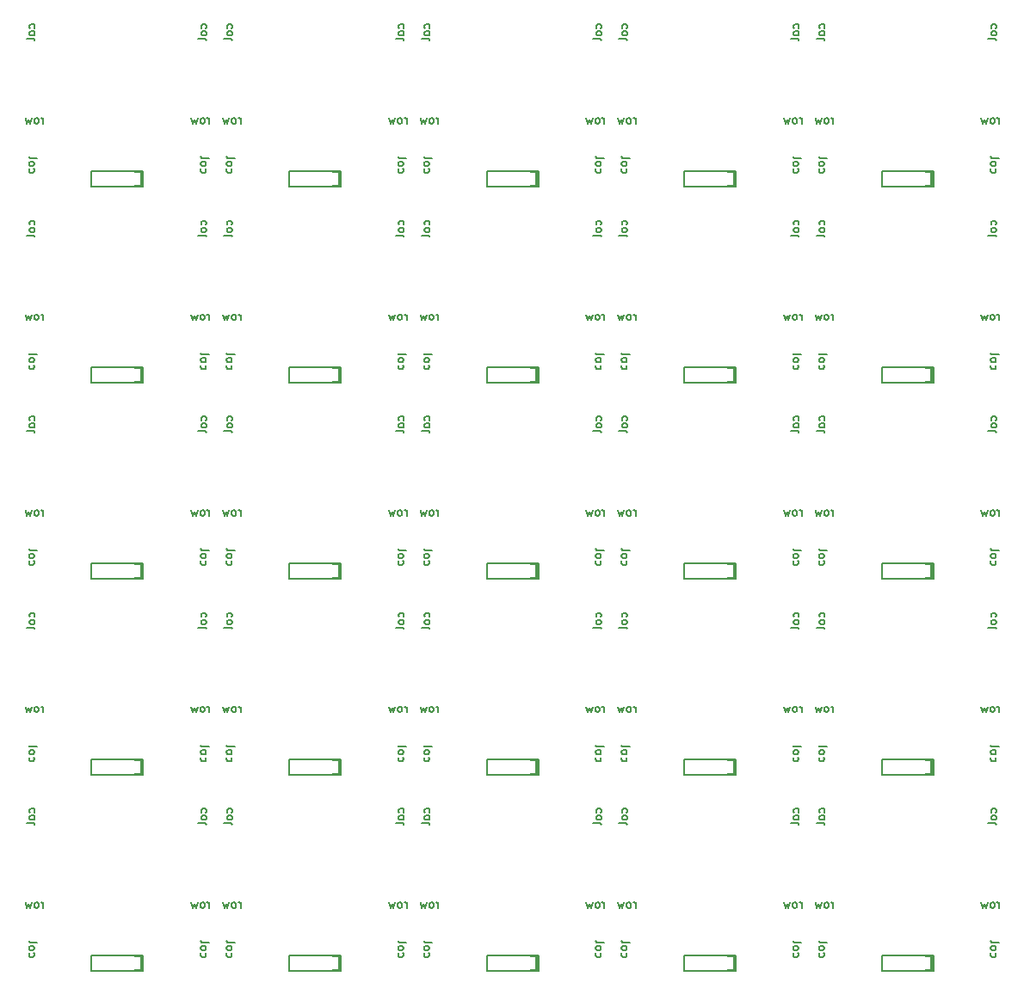
<source format=gbo>
G04 #@! TF.GenerationSoftware,KiCad,Pcbnew,(5.1.5)-3*
G04 #@! TF.CreationDate,2020-12-04T16:21:17+08:00*
G04 #@! TF.ProjectId,switch breakout,73776974-6368-4206-9272-65616b6f7574,rev?*
G04 #@! TF.SameCoordinates,Original*
G04 #@! TF.FileFunction,Legend,Bot*
G04 #@! TF.FilePolarity,Positive*
%FSLAX46Y46*%
G04 Gerber Fmt 4.6, Leading zero omitted, Abs format (unit mm)*
G04 Created by KiCad (PCBNEW (5.1.5)-3) date 2020-12-04 16:21:17*
%MOMM*%
%LPD*%
G04 APERTURE LIST*
%ADD10C,0.200000*%
%ADD11C,0.150000*%
%ADD12O,0.889400X14.102000*%
%ADD13R,1.802000X1.802000*%
%ADD14O,17.802000X0.889400*%
%ADD15C,3.102000*%
%ADD16C,4.089800*%
%ADD17C,1.852000*%
%ADD18R,2.652000X2.602000*%
%ADD19O,6.102000X0.889400*%
%ADD20C,2.352000*%
%ADD21R,1.702000X1.702000*%
%ADD22C,1.702000*%
%ADD23R,1.702000X1.302000*%
G04 APERTURE END LIST*
D10*
X93213809Y-95345297D02*
X93251904Y-95269107D01*
X93251904Y-95116726D01*
X93213809Y-95040535D01*
X93175714Y-95002440D01*
X93099523Y-94964345D01*
X92870952Y-94964345D01*
X92794761Y-95002440D01*
X92756666Y-95040535D01*
X92718571Y-95116726D01*
X92718571Y-95269107D01*
X92756666Y-95345297D01*
X93251904Y-95802440D02*
X93213809Y-95726250D01*
X93175714Y-95688154D01*
X93099523Y-95650059D01*
X92870952Y-95650059D01*
X92794761Y-95688154D01*
X92756666Y-95726250D01*
X92718571Y-95802440D01*
X92718571Y-95916726D01*
X92756666Y-95992916D01*
X92794761Y-96031011D01*
X92870952Y-96069107D01*
X93099523Y-96069107D01*
X93175714Y-96031011D01*
X93213809Y-95992916D01*
X93251904Y-95916726D01*
X93251904Y-95802440D01*
X93251904Y-96526250D02*
X93213809Y-96450059D01*
X93137619Y-96411964D01*
X92451904Y-96411964D01*
X51811809Y-95345297D02*
X51849904Y-95269107D01*
X51849904Y-95116726D01*
X51811809Y-95040535D01*
X51773714Y-95002440D01*
X51697523Y-94964345D01*
X51468952Y-94964345D01*
X51392761Y-95002440D01*
X51354666Y-95040535D01*
X51316571Y-95116726D01*
X51316571Y-95269107D01*
X51354666Y-95345297D01*
X51849904Y-95802440D02*
X51811809Y-95726250D01*
X51773714Y-95688154D01*
X51697523Y-95650059D01*
X51468952Y-95650059D01*
X51392761Y-95688154D01*
X51354666Y-95726250D01*
X51316571Y-95802440D01*
X51316571Y-95916726D01*
X51354666Y-95992916D01*
X51392761Y-96031011D01*
X51468952Y-96069107D01*
X51697523Y-96069107D01*
X51773714Y-96031011D01*
X51811809Y-95992916D01*
X51849904Y-95916726D01*
X51849904Y-95802440D01*
X51849904Y-96526250D02*
X51811809Y-96450059D01*
X51735619Y-96411964D01*
X51049904Y-96411964D01*
X94080666Y-104724154D02*
X94080666Y-104190821D01*
X94080666Y-104343202D02*
X94042571Y-104267011D01*
X94004475Y-104228916D01*
X93928285Y-104190821D01*
X93852094Y-104190821D01*
X93471142Y-104724154D02*
X93547332Y-104686059D01*
X93585428Y-104647964D01*
X93623523Y-104571773D01*
X93623523Y-104343202D01*
X93585428Y-104267011D01*
X93547332Y-104228916D01*
X93471142Y-104190821D01*
X93356856Y-104190821D01*
X93280666Y-104228916D01*
X93242571Y-104267011D01*
X93204475Y-104343202D01*
X93204475Y-104571773D01*
X93242571Y-104647964D01*
X93280666Y-104686059D01*
X93356856Y-104724154D01*
X93471142Y-104724154D01*
X92937809Y-104190821D02*
X92785428Y-104724154D01*
X92633047Y-104343202D01*
X92480666Y-104724154D01*
X92328285Y-104190821D01*
X32380809Y-95345297D02*
X32418904Y-95269107D01*
X32418904Y-95116726D01*
X32380809Y-95040535D01*
X32342714Y-95002440D01*
X32266523Y-94964345D01*
X32037952Y-94964345D01*
X31961761Y-95002440D01*
X31923666Y-95040535D01*
X31885571Y-95116726D01*
X31885571Y-95269107D01*
X31923666Y-95345297D01*
X32418904Y-95802440D02*
X32380809Y-95726250D01*
X32342714Y-95688154D01*
X32266523Y-95650059D01*
X32037952Y-95650059D01*
X31961761Y-95688154D01*
X31923666Y-95726250D01*
X31885571Y-95802440D01*
X31885571Y-95916726D01*
X31923666Y-95992916D01*
X31961761Y-96031011D01*
X32037952Y-96069107D01*
X32266523Y-96069107D01*
X32342714Y-96031011D01*
X32380809Y-95992916D01*
X32418904Y-95916726D01*
X32418904Y-95802440D01*
X32418904Y-96526250D02*
X32380809Y-96450059D01*
X32304619Y-96411964D01*
X31618904Y-96411964D01*
X32690523Y-104724154D02*
X32690523Y-104190821D01*
X32690523Y-104343202D02*
X32652428Y-104267011D01*
X32614332Y-104228916D01*
X32538142Y-104190821D01*
X32461951Y-104190821D01*
X32080999Y-104724154D02*
X32157189Y-104686059D01*
X32195285Y-104647964D01*
X32233380Y-104571773D01*
X32233380Y-104343202D01*
X32195285Y-104267011D01*
X32157189Y-104228916D01*
X32080999Y-104190821D01*
X31966713Y-104190821D01*
X31890523Y-104228916D01*
X31852428Y-104267011D01*
X31814332Y-104343202D01*
X31814332Y-104571773D01*
X31852428Y-104647964D01*
X31890523Y-104686059D01*
X31966713Y-104724154D01*
X32080999Y-104724154D01*
X31547666Y-104190821D02*
X31395285Y-104724154D01*
X31242904Y-104343202D01*
X31090523Y-104724154D01*
X30938142Y-104190821D01*
X16356666Y-104724154D02*
X16356666Y-104190821D01*
X16356666Y-104343202D02*
X16318571Y-104267011D01*
X16280475Y-104228916D01*
X16204285Y-104190821D01*
X16128094Y-104190821D01*
X15747142Y-104724154D02*
X15823332Y-104686059D01*
X15861428Y-104647964D01*
X15899523Y-104571773D01*
X15899523Y-104343202D01*
X15861428Y-104267011D01*
X15823332Y-104228916D01*
X15747142Y-104190821D01*
X15632856Y-104190821D01*
X15556666Y-104228916D01*
X15518571Y-104267011D01*
X15480475Y-104343202D01*
X15480475Y-104571773D01*
X15518571Y-104647964D01*
X15556666Y-104686059D01*
X15632856Y-104724154D01*
X15747142Y-104724154D01*
X15213809Y-104190821D02*
X15061428Y-104724154D01*
X14909047Y-104343202D01*
X14756666Y-104724154D01*
X14604285Y-104190821D01*
X14990190Y-109188202D02*
X14952095Y-109264392D01*
X14952095Y-109416773D01*
X14990190Y-109492964D01*
X15028285Y-109531059D01*
X15104476Y-109569154D01*
X15333047Y-109569154D01*
X15409238Y-109531059D01*
X15447333Y-109492964D01*
X15485428Y-109416773D01*
X15485428Y-109264392D01*
X15447333Y-109188202D01*
X14952095Y-108731059D02*
X14990190Y-108807250D01*
X15028285Y-108845345D01*
X15104476Y-108883440D01*
X15333047Y-108883440D01*
X15409238Y-108845345D01*
X15447333Y-108807250D01*
X15485428Y-108731059D01*
X15485428Y-108616773D01*
X15447333Y-108540583D01*
X15409238Y-108502488D01*
X15333047Y-108464392D01*
X15104476Y-108464392D01*
X15028285Y-108502488D01*
X14990190Y-108540583D01*
X14952095Y-108616773D01*
X14952095Y-108731059D01*
X14952095Y-108007250D02*
X14990190Y-108083440D01*
X15066380Y-108121535D01*
X15752095Y-108121535D01*
X110414523Y-104724154D02*
X110414523Y-104190821D01*
X110414523Y-104343202D02*
X110376428Y-104267011D01*
X110338332Y-104228916D01*
X110262142Y-104190821D01*
X110185951Y-104190821D01*
X109804999Y-104724154D02*
X109881189Y-104686059D01*
X109919285Y-104647964D01*
X109957380Y-104571773D01*
X109957380Y-104343202D01*
X109919285Y-104267011D01*
X109881189Y-104228916D01*
X109804999Y-104190821D01*
X109690713Y-104190821D01*
X109614523Y-104228916D01*
X109576428Y-104267011D01*
X109538332Y-104343202D01*
X109538332Y-104571773D01*
X109576428Y-104647964D01*
X109614523Y-104686059D01*
X109690713Y-104724154D01*
X109804999Y-104724154D01*
X109271666Y-104190821D02*
X109119285Y-104724154D01*
X108966904Y-104343202D01*
X108814523Y-104724154D01*
X108662142Y-104190821D01*
X110104809Y-95345297D02*
X110142904Y-95269107D01*
X110142904Y-95116726D01*
X110104809Y-95040535D01*
X110066714Y-95002440D01*
X109990523Y-94964345D01*
X109761952Y-94964345D01*
X109685761Y-95002440D01*
X109647666Y-95040535D01*
X109609571Y-95116726D01*
X109609571Y-95269107D01*
X109647666Y-95345297D01*
X110142904Y-95802440D02*
X110104809Y-95726250D01*
X110066714Y-95688154D01*
X109990523Y-95650059D01*
X109761952Y-95650059D01*
X109685761Y-95688154D01*
X109647666Y-95726250D01*
X109609571Y-95802440D01*
X109609571Y-95916726D01*
X109647666Y-95992916D01*
X109685761Y-96031011D01*
X109761952Y-96069107D01*
X109990523Y-96069107D01*
X110066714Y-96031011D01*
X110104809Y-95992916D01*
X110142904Y-95916726D01*
X110142904Y-95802440D01*
X110142904Y-96526250D02*
X110104809Y-96450059D01*
X110028619Y-96411964D01*
X109342904Y-96411964D01*
X109605190Y-109188202D02*
X109567095Y-109264392D01*
X109567095Y-109416773D01*
X109605190Y-109492964D01*
X109643285Y-109531059D01*
X109719476Y-109569154D01*
X109948047Y-109569154D01*
X110024238Y-109531059D01*
X110062333Y-109492964D01*
X110100428Y-109416773D01*
X110100428Y-109264392D01*
X110062333Y-109188202D01*
X109567095Y-108731059D02*
X109605190Y-108807250D01*
X109643285Y-108845345D01*
X109719476Y-108883440D01*
X109948047Y-108883440D01*
X110024238Y-108845345D01*
X110062333Y-108807250D01*
X110100428Y-108731059D01*
X110100428Y-108616773D01*
X110062333Y-108540583D01*
X110024238Y-108502488D01*
X109948047Y-108464392D01*
X109719476Y-108464392D01*
X109643285Y-108502488D01*
X109605190Y-108540583D01*
X109567095Y-108616773D01*
X109567095Y-108731059D01*
X109567095Y-108007250D02*
X109605190Y-108083440D01*
X109681380Y-108121535D01*
X110367095Y-108121535D01*
X51312190Y-109188202D02*
X51274095Y-109264392D01*
X51274095Y-109416773D01*
X51312190Y-109492964D01*
X51350285Y-109531059D01*
X51426476Y-109569154D01*
X51655047Y-109569154D01*
X51731238Y-109531059D01*
X51769333Y-109492964D01*
X51807428Y-109416773D01*
X51807428Y-109264392D01*
X51769333Y-109188202D01*
X51274095Y-108731059D02*
X51312190Y-108807250D01*
X51350285Y-108845345D01*
X51426476Y-108883440D01*
X51655047Y-108883440D01*
X51731238Y-108845345D01*
X51769333Y-108807250D01*
X51807428Y-108731059D01*
X51807428Y-108616773D01*
X51769333Y-108540583D01*
X51731238Y-108502488D01*
X51655047Y-108464392D01*
X51426476Y-108464392D01*
X51350285Y-108502488D01*
X51312190Y-108540583D01*
X51274095Y-108616773D01*
X51274095Y-108731059D01*
X51274095Y-108007250D02*
X51312190Y-108083440D01*
X51388380Y-108121535D01*
X52074095Y-108121535D01*
X92714190Y-109188202D02*
X92676095Y-109264392D01*
X92676095Y-109416773D01*
X92714190Y-109492964D01*
X92752285Y-109531059D01*
X92828476Y-109569154D01*
X93057047Y-109569154D01*
X93133238Y-109531059D01*
X93171333Y-109492964D01*
X93209428Y-109416773D01*
X93209428Y-109264392D01*
X93171333Y-109188202D01*
X92676095Y-108731059D02*
X92714190Y-108807250D01*
X92752285Y-108845345D01*
X92828476Y-108883440D01*
X93057047Y-108883440D01*
X93133238Y-108845345D01*
X93171333Y-108807250D01*
X93209428Y-108731059D01*
X93209428Y-108616773D01*
X93171333Y-108540583D01*
X93133238Y-108502488D01*
X93057047Y-108464392D01*
X92828476Y-108464392D01*
X92752285Y-108502488D01*
X92714190Y-108540583D01*
X92676095Y-108616773D01*
X92676095Y-108731059D01*
X92676095Y-108007250D02*
X92714190Y-108083440D01*
X92790380Y-108121535D01*
X93476095Y-108121535D01*
X35787666Y-104724154D02*
X35787666Y-104190821D01*
X35787666Y-104343202D02*
X35749571Y-104267011D01*
X35711475Y-104228916D01*
X35635285Y-104190821D01*
X35559094Y-104190821D01*
X35178142Y-104724154D02*
X35254332Y-104686059D01*
X35292428Y-104647964D01*
X35330523Y-104571773D01*
X35330523Y-104343202D01*
X35292428Y-104267011D01*
X35254332Y-104228916D01*
X35178142Y-104190821D01*
X35063856Y-104190821D01*
X34987666Y-104228916D01*
X34949571Y-104267011D01*
X34911475Y-104343202D01*
X34911475Y-104571773D01*
X34949571Y-104647964D01*
X34987666Y-104686059D01*
X35063856Y-104724154D01*
X35178142Y-104724154D01*
X34644809Y-104190821D02*
X34492428Y-104724154D01*
X34340047Y-104343202D01*
X34187666Y-104724154D01*
X34035285Y-104190821D01*
X34421190Y-109188202D02*
X34383095Y-109264392D01*
X34383095Y-109416773D01*
X34421190Y-109492964D01*
X34459285Y-109531059D01*
X34535476Y-109569154D01*
X34764047Y-109569154D01*
X34840238Y-109531059D01*
X34878333Y-109492964D01*
X34916428Y-109416773D01*
X34916428Y-109264392D01*
X34878333Y-109188202D01*
X34383095Y-108731059D02*
X34421190Y-108807250D01*
X34459285Y-108845345D01*
X34535476Y-108883440D01*
X34764047Y-108883440D01*
X34840238Y-108845345D01*
X34878333Y-108807250D01*
X34916428Y-108731059D01*
X34916428Y-108616773D01*
X34878333Y-108540583D01*
X34840238Y-108502488D01*
X34764047Y-108464392D01*
X34535476Y-108464392D01*
X34459285Y-108502488D01*
X34421190Y-108540583D01*
X34383095Y-108616773D01*
X34383095Y-108731059D01*
X34383095Y-108007250D02*
X34421190Y-108083440D01*
X34497380Y-108121535D01*
X35183095Y-108121535D01*
X34920809Y-95345297D02*
X34958904Y-95269107D01*
X34958904Y-95116726D01*
X34920809Y-95040535D01*
X34882714Y-95002440D01*
X34806523Y-94964345D01*
X34577952Y-94964345D01*
X34501761Y-95002440D01*
X34463666Y-95040535D01*
X34425571Y-95116726D01*
X34425571Y-95269107D01*
X34463666Y-95345297D01*
X34958904Y-95802440D02*
X34920809Y-95726250D01*
X34882714Y-95688154D01*
X34806523Y-95650059D01*
X34577952Y-95650059D01*
X34501761Y-95688154D01*
X34463666Y-95726250D01*
X34425571Y-95802440D01*
X34425571Y-95916726D01*
X34463666Y-95992916D01*
X34501761Y-96031011D01*
X34577952Y-96069107D01*
X34806523Y-96069107D01*
X34882714Y-96031011D01*
X34920809Y-95992916D01*
X34958904Y-95916726D01*
X34958904Y-95802440D01*
X34958904Y-96526250D02*
X34920809Y-96450059D01*
X34844619Y-96411964D01*
X34158904Y-96411964D01*
X52121523Y-104724154D02*
X52121523Y-104190821D01*
X52121523Y-104343202D02*
X52083428Y-104267011D01*
X52045332Y-104228916D01*
X51969142Y-104190821D01*
X51892951Y-104190821D01*
X51511999Y-104724154D02*
X51588189Y-104686059D01*
X51626285Y-104647964D01*
X51664380Y-104571773D01*
X51664380Y-104343202D01*
X51626285Y-104267011D01*
X51588189Y-104228916D01*
X51511999Y-104190821D01*
X51397713Y-104190821D01*
X51321523Y-104228916D01*
X51283428Y-104267011D01*
X51245332Y-104343202D01*
X51245332Y-104571773D01*
X51283428Y-104647964D01*
X51321523Y-104686059D01*
X51397713Y-104724154D01*
X51511999Y-104724154D01*
X50978666Y-104190821D02*
X50826285Y-104724154D01*
X50673904Y-104343202D01*
X50521523Y-104724154D01*
X50369142Y-104190821D01*
X15489809Y-95345297D02*
X15527904Y-95269107D01*
X15527904Y-95116726D01*
X15489809Y-95040535D01*
X15451714Y-95002440D01*
X15375523Y-94964345D01*
X15146952Y-94964345D01*
X15070761Y-95002440D01*
X15032666Y-95040535D01*
X14994571Y-95116726D01*
X14994571Y-95269107D01*
X15032666Y-95345297D01*
X15527904Y-95802440D02*
X15489809Y-95726250D01*
X15451714Y-95688154D01*
X15375523Y-95650059D01*
X15146952Y-95650059D01*
X15070761Y-95688154D01*
X15032666Y-95726250D01*
X14994571Y-95802440D01*
X14994571Y-95916726D01*
X15032666Y-95992916D01*
X15070761Y-96031011D01*
X15146952Y-96069107D01*
X15375523Y-96069107D01*
X15451714Y-96031011D01*
X15489809Y-95992916D01*
X15527904Y-95916726D01*
X15527904Y-95802440D01*
X15527904Y-96526250D02*
X15489809Y-96450059D01*
X15413619Y-96411964D01*
X14727904Y-96411964D01*
X70743190Y-109188202D02*
X70705095Y-109264392D01*
X70705095Y-109416773D01*
X70743190Y-109492964D01*
X70781285Y-109531059D01*
X70857476Y-109569154D01*
X71086047Y-109569154D01*
X71162238Y-109531059D01*
X71200333Y-109492964D01*
X71238428Y-109416773D01*
X71238428Y-109264392D01*
X71200333Y-109188202D01*
X70705095Y-108731059D02*
X70743190Y-108807250D01*
X70781285Y-108845345D01*
X70857476Y-108883440D01*
X71086047Y-108883440D01*
X71162238Y-108845345D01*
X71200333Y-108807250D01*
X71238428Y-108731059D01*
X71238428Y-108616773D01*
X71200333Y-108540583D01*
X71162238Y-108502488D01*
X71086047Y-108464392D01*
X70857476Y-108464392D01*
X70781285Y-108502488D01*
X70743190Y-108540583D01*
X70705095Y-108616773D01*
X70705095Y-108731059D01*
X70705095Y-108007250D02*
X70743190Y-108083440D01*
X70819380Y-108121535D01*
X71505095Y-108121535D01*
X54351809Y-95345297D02*
X54389904Y-95269107D01*
X54389904Y-95116726D01*
X54351809Y-95040535D01*
X54313714Y-95002440D01*
X54237523Y-94964345D01*
X54008952Y-94964345D01*
X53932761Y-95002440D01*
X53894666Y-95040535D01*
X53856571Y-95116726D01*
X53856571Y-95269107D01*
X53894666Y-95345297D01*
X54389904Y-95802440D02*
X54351809Y-95726250D01*
X54313714Y-95688154D01*
X54237523Y-95650059D01*
X54008952Y-95650059D01*
X53932761Y-95688154D01*
X53894666Y-95726250D01*
X53856571Y-95802440D01*
X53856571Y-95916726D01*
X53894666Y-95992916D01*
X53932761Y-96031011D01*
X54008952Y-96069107D01*
X54237523Y-96069107D01*
X54313714Y-96031011D01*
X54351809Y-95992916D01*
X54389904Y-95916726D01*
X54389904Y-95802440D01*
X54389904Y-96526250D02*
X54351809Y-96450059D01*
X54275619Y-96411964D01*
X53589904Y-96411964D01*
X71242809Y-95345297D02*
X71280904Y-95269107D01*
X71280904Y-95116726D01*
X71242809Y-95040535D01*
X71204714Y-95002440D01*
X71128523Y-94964345D01*
X70899952Y-94964345D01*
X70823761Y-95002440D01*
X70785666Y-95040535D01*
X70747571Y-95116726D01*
X70747571Y-95269107D01*
X70785666Y-95345297D01*
X71280904Y-95802440D02*
X71242809Y-95726250D01*
X71204714Y-95688154D01*
X71128523Y-95650059D01*
X70899952Y-95650059D01*
X70823761Y-95688154D01*
X70785666Y-95726250D01*
X70747571Y-95802440D01*
X70747571Y-95916726D01*
X70785666Y-95992916D01*
X70823761Y-96031011D01*
X70899952Y-96069107D01*
X71128523Y-96069107D01*
X71204714Y-96031011D01*
X71242809Y-95992916D01*
X71280904Y-95916726D01*
X71280904Y-95802440D01*
X71280904Y-96526250D02*
X71242809Y-96450059D01*
X71166619Y-96411964D01*
X70480904Y-96411964D01*
X71552523Y-104724154D02*
X71552523Y-104190821D01*
X71552523Y-104343202D02*
X71514428Y-104267011D01*
X71476332Y-104228916D01*
X71400142Y-104190821D01*
X71323951Y-104190821D01*
X70942999Y-104724154D02*
X71019189Y-104686059D01*
X71057285Y-104647964D01*
X71095380Y-104571773D01*
X71095380Y-104343202D01*
X71057285Y-104267011D01*
X71019189Y-104228916D01*
X70942999Y-104190821D01*
X70828713Y-104190821D01*
X70752523Y-104228916D01*
X70714428Y-104267011D01*
X70676332Y-104343202D01*
X70676332Y-104571773D01*
X70714428Y-104647964D01*
X70752523Y-104686059D01*
X70828713Y-104724154D01*
X70942999Y-104724154D01*
X70409666Y-104190821D02*
X70257285Y-104724154D01*
X70104904Y-104343202D01*
X69952523Y-104724154D01*
X69800142Y-104190821D01*
X55218666Y-104724154D02*
X55218666Y-104190821D01*
X55218666Y-104343202D02*
X55180571Y-104267011D01*
X55142475Y-104228916D01*
X55066285Y-104190821D01*
X54990094Y-104190821D01*
X54609142Y-104724154D02*
X54685332Y-104686059D01*
X54723428Y-104647964D01*
X54761523Y-104571773D01*
X54761523Y-104343202D01*
X54723428Y-104267011D01*
X54685332Y-104228916D01*
X54609142Y-104190821D01*
X54494856Y-104190821D01*
X54418666Y-104228916D01*
X54380571Y-104267011D01*
X54342475Y-104343202D01*
X54342475Y-104571773D01*
X54380571Y-104647964D01*
X54418666Y-104686059D01*
X54494856Y-104724154D01*
X54609142Y-104724154D01*
X54075809Y-104190821D02*
X53923428Y-104724154D01*
X53771047Y-104343202D01*
X53618666Y-104724154D01*
X53466285Y-104190821D01*
X31881190Y-109188202D02*
X31843095Y-109264392D01*
X31843095Y-109416773D01*
X31881190Y-109492964D01*
X31919285Y-109531059D01*
X31995476Y-109569154D01*
X32224047Y-109569154D01*
X32300238Y-109531059D01*
X32338333Y-109492964D01*
X32376428Y-109416773D01*
X32376428Y-109264392D01*
X32338333Y-109188202D01*
X31843095Y-108731059D02*
X31881190Y-108807250D01*
X31919285Y-108845345D01*
X31995476Y-108883440D01*
X32224047Y-108883440D01*
X32300238Y-108845345D01*
X32338333Y-108807250D01*
X32376428Y-108731059D01*
X32376428Y-108616773D01*
X32338333Y-108540583D01*
X32300238Y-108502488D01*
X32224047Y-108464392D01*
X31995476Y-108464392D01*
X31919285Y-108502488D01*
X31881190Y-108540583D01*
X31843095Y-108616773D01*
X31843095Y-108731059D01*
X31843095Y-108007250D02*
X31881190Y-108083440D01*
X31957380Y-108121535D01*
X32643095Y-108121535D01*
X53852190Y-109188202D02*
X53814095Y-109264392D01*
X53814095Y-109416773D01*
X53852190Y-109492964D01*
X53890285Y-109531059D01*
X53966476Y-109569154D01*
X54195047Y-109569154D01*
X54271238Y-109531059D01*
X54309333Y-109492964D01*
X54347428Y-109416773D01*
X54347428Y-109264392D01*
X54309333Y-109188202D01*
X53814095Y-108731059D02*
X53852190Y-108807250D01*
X53890285Y-108845345D01*
X53966476Y-108883440D01*
X54195047Y-108883440D01*
X54271238Y-108845345D01*
X54309333Y-108807250D01*
X54347428Y-108731059D01*
X54347428Y-108616773D01*
X54309333Y-108540583D01*
X54271238Y-108502488D01*
X54195047Y-108464392D01*
X53966476Y-108464392D01*
X53890285Y-108502488D01*
X53852190Y-108540583D01*
X53814095Y-108616773D01*
X53814095Y-108731059D01*
X53814095Y-108007250D02*
X53852190Y-108083440D01*
X53928380Y-108121535D01*
X54614095Y-108121535D01*
X90673809Y-95345297D02*
X90711904Y-95269107D01*
X90711904Y-95116726D01*
X90673809Y-95040535D01*
X90635714Y-95002440D01*
X90559523Y-94964345D01*
X90330952Y-94964345D01*
X90254761Y-95002440D01*
X90216666Y-95040535D01*
X90178571Y-95116726D01*
X90178571Y-95269107D01*
X90216666Y-95345297D01*
X90711904Y-95802440D02*
X90673809Y-95726250D01*
X90635714Y-95688154D01*
X90559523Y-95650059D01*
X90330952Y-95650059D01*
X90254761Y-95688154D01*
X90216666Y-95726250D01*
X90178571Y-95802440D01*
X90178571Y-95916726D01*
X90216666Y-95992916D01*
X90254761Y-96031011D01*
X90330952Y-96069107D01*
X90559523Y-96069107D01*
X90635714Y-96031011D01*
X90673809Y-95992916D01*
X90711904Y-95916726D01*
X90711904Y-95802440D01*
X90711904Y-96526250D02*
X90673809Y-96450059D01*
X90597619Y-96411964D01*
X89911904Y-96411964D01*
X74649666Y-104724154D02*
X74649666Y-104190821D01*
X74649666Y-104343202D02*
X74611571Y-104267011D01*
X74573475Y-104228916D01*
X74497285Y-104190821D01*
X74421094Y-104190821D01*
X74040142Y-104724154D02*
X74116332Y-104686059D01*
X74154428Y-104647964D01*
X74192523Y-104571773D01*
X74192523Y-104343202D01*
X74154428Y-104267011D01*
X74116332Y-104228916D01*
X74040142Y-104190821D01*
X73925856Y-104190821D01*
X73849666Y-104228916D01*
X73811571Y-104267011D01*
X73773475Y-104343202D01*
X73773475Y-104571773D01*
X73811571Y-104647964D01*
X73849666Y-104686059D01*
X73925856Y-104724154D01*
X74040142Y-104724154D01*
X73506809Y-104190821D02*
X73354428Y-104724154D01*
X73202047Y-104343202D01*
X73049666Y-104724154D01*
X72897285Y-104190821D01*
X90983523Y-104724154D02*
X90983523Y-104190821D01*
X90983523Y-104343202D02*
X90945428Y-104267011D01*
X90907332Y-104228916D01*
X90831142Y-104190821D01*
X90754951Y-104190821D01*
X90373999Y-104724154D02*
X90450189Y-104686059D01*
X90488285Y-104647964D01*
X90526380Y-104571773D01*
X90526380Y-104343202D01*
X90488285Y-104267011D01*
X90450189Y-104228916D01*
X90373999Y-104190821D01*
X90259713Y-104190821D01*
X90183523Y-104228916D01*
X90145428Y-104267011D01*
X90107332Y-104343202D01*
X90107332Y-104571773D01*
X90145428Y-104647964D01*
X90183523Y-104686059D01*
X90259713Y-104724154D01*
X90373999Y-104724154D01*
X89840666Y-104190821D02*
X89688285Y-104724154D01*
X89535904Y-104343202D01*
X89383523Y-104724154D01*
X89231142Y-104190821D01*
X73782809Y-95345297D02*
X73820904Y-95269107D01*
X73820904Y-95116726D01*
X73782809Y-95040535D01*
X73744714Y-95002440D01*
X73668523Y-94964345D01*
X73439952Y-94964345D01*
X73363761Y-95002440D01*
X73325666Y-95040535D01*
X73287571Y-95116726D01*
X73287571Y-95269107D01*
X73325666Y-95345297D01*
X73820904Y-95802440D02*
X73782809Y-95726250D01*
X73744714Y-95688154D01*
X73668523Y-95650059D01*
X73439952Y-95650059D01*
X73363761Y-95688154D01*
X73325666Y-95726250D01*
X73287571Y-95802440D01*
X73287571Y-95916726D01*
X73325666Y-95992916D01*
X73363761Y-96031011D01*
X73439952Y-96069107D01*
X73668523Y-96069107D01*
X73744714Y-96031011D01*
X73782809Y-95992916D01*
X73820904Y-95916726D01*
X73820904Y-95802440D01*
X73820904Y-96526250D02*
X73782809Y-96450059D01*
X73706619Y-96411964D01*
X73020904Y-96411964D01*
X90174190Y-109188202D02*
X90136095Y-109264392D01*
X90136095Y-109416773D01*
X90174190Y-109492964D01*
X90212285Y-109531059D01*
X90288476Y-109569154D01*
X90517047Y-109569154D01*
X90593238Y-109531059D01*
X90631333Y-109492964D01*
X90669428Y-109416773D01*
X90669428Y-109264392D01*
X90631333Y-109188202D01*
X90136095Y-108731059D02*
X90174190Y-108807250D01*
X90212285Y-108845345D01*
X90288476Y-108883440D01*
X90517047Y-108883440D01*
X90593238Y-108845345D01*
X90631333Y-108807250D01*
X90669428Y-108731059D01*
X90669428Y-108616773D01*
X90631333Y-108540583D01*
X90593238Y-108502488D01*
X90517047Y-108464392D01*
X90288476Y-108464392D01*
X90212285Y-108502488D01*
X90174190Y-108540583D01*
X90136095Y-108616773D01*
X90136095Y-108731059D01*
X90136095Y-108007250D02*
X90174190Y-108083440D01*
X90250380Y-108121535D01*
X90936095Y-108121535D01*
X73283190Y-109188202D02*
X73245095Y-109264392D01*
X73245095Y-109416773D01*
X73283190Y-109492964D01*
X73321285Y-109531059D01*
X73397476Y-109569154D01*
X73626047Y-109569154D01*
X73702238Y-109531059D01*
X73740333Y-109492964D01*
X73778428Y-109416773D01*
X73778428Y-109264392D01*
X73740333Y-109188202D01*
X73245095Y-108731059D02*
X73283190Y-108807250D01*
X73321285Y-108845345D01*
X73397476Y-108883440D01*
X73626047Y-108883440D01*
X73702238Y-108845345D01*
X73740333Y-108807250D01*
X73778428Y-108731059D01*
X73778428Y-108616773D01*
X73740333Y-108540583D01*
X73702238Y-108502488D01*
X73626047Y-108464392D01*
X73397476Y-108464392D01*
X73321285Y-108502488D01*
X73283190Y-108540583D01*
X73245095Y-108616773D01*
X73245095Y-108731059D01*
X73245095Y-108007250D02*
X73283190Y-108083440D01*
X73359380Y-108121535D01*
X74045095Y-108121535D01*
X73283190Y-89915952D02*
X73245095Y-89992142D01*
X73245095Y-90144523D01*
X73283190Y-90220714D01*
X73321285Y-90258809D01*
X73397476Y-90296904D01*
X73626047Y-90296904D01*
X73702238Y-90258809D01*
X73740333Y-90220714D01*
X73778428Y-90144523D01*
X73778428Y-89992142D01*
X73740333Y-89915952D01*
X73245095Y-89458809D02*
X73283190Y-89535000D01*
X73321285Y-89573095D01*
X73397476Y-89611190D01*
X73626047Y-89611190D01*
X73702238Y-89573095D01*
X73740333Y-89535000D01*
X73778428Y-89458809D01*
X73778428Y-89344523D01*
X73740333Y-89268333D01*
X73702238Y-89230238D01*
X73626047Y-89192142D01*
X73397476Y-89192142D01*
X73321285Y-89230238D01*
X73283190Y-89268333D01*
X73245095Y-89344523D01*
X73245095Y-89458809D01*
X73245095Y-88735000D02*
X73283190Y-88811190D01*
X73359380Y-88849285D01*
X74045095Y-88849285D01*
X90174190Y-89915952D02*
X90136095Y-89992142D01*
X90136095Y-90144523D01*
X90174190Y-90220714D01*
X90212285Y-90258809D01*
X90288476Y-90296904D01*
X90517047Y-90296904D01*
X90593238Y-90258809D01*
X90631333Y-90220714D01*
X90669428Y-90144523D01*
X90669428Y-89992142D01*
X90631333Y-89915952D01*
X90136095Y-89458809D02*
X90174190Y-89535000D01*
X90212285Y-89573095D01*
X90288476Y-89611190D01*
X90517047Y-89611190D01*
X90593238Y-89573095D01*
X90631333Y-89535000D01*
X90669428Y-89458809D01*
X90669428Y-89344523D01*
X90631333Y-89268333D01*
X90593238Y-89230238D01*
X90517047Y-89192142D01*
X90288476Y-89192142D01*
X90212285Y-89230238D01*
X90174190Y-89268333D01*
X90136095Y-89344523D01*
X90136095Y-89458809D01*
X90136095Y-88735000D02*
X90174190Y-88811190D01*
X90250380Y-88849285D01*
X90936095Y-88849285D01*
X90673809Y-56737297D02*
X90711904Y-56661107D01*
X90711904Y-56508726D01*
X90673809Y-56432535D01*
X90635714Y-56394440D01*
X90559523Y-56356345D01*
X90330952Y-56356345D01*
X90254761Y-56394440D01*
X90216666Y-56432535D01*
X90178571Y-56508726D01*
X90178571Y-56661107D01*
X90216666Y-56737297D01*
X90711904Y-57194440D02*
X90673809Y-57118250D01*
X90635714Y-57080154D01*
X90559523Y-57042059D01*
X90330952Y-57042059D01*
X90254761Y-57080154D01*
X90216666Y-57118250D01*
X90178571Y-57194440D01*
X90178571Y-57308726D01*
X90216666Y-57384916D01*
X90254761Y-57423011D01*
X90330952Y-57461107D01*
X90559523Y-57461107D01*
X90635714Y-57423011D01*
X90673809Y-57384916D01*
X90711904Y-57308726D01*
X90711904Y-57194440D01*
X90711904Y-57918250D02*
X90673809Y-57842059D01*
X90597619Y-57803964D01*
X89911904Y-57803964D01*
X74649666Y-66116154D02*
X74649666Y-65582821D01*
X74649666Y-65735202D02*
X74611571Y-65659011D01*
X74573475Y-65620916D01*
X74497285Y-65582821D01*
X74421094Y-65582821D01*
X74040142Y-66116154D02*
X74116332Y-66078059D01*
X74154428Y-66039964D01*
X74192523Y-65963773D01*
X74192523Y-65735202D01*
X74154428Y-65659011D01*
X74116332Y-65620916D01*
X74040142Y-65582821D01*
X73925856Y-65582821D01*
X73849666Y-65620916D01*
X73811571Y-65659011D01*
X73773475Y-65735202D01*
X73773475Y-65963773D01*
X73811571Y-66039964D01*
X73849666Y-66078059D01*
X73925856Y-66116154D01*
X74040142Y-66116154D01*
X73506809Y-65582821D02*
X73354428Y-66116154D01*
X73202047Y-65735202D01*
X73049666Y-66116154D01*
X72897285Y-65582821D01*
X90174190Y-70580202D02*
X90136095Y-70656392D01*
X90136095Y-70808773D01*
X90174190Y-70884964D01*
X90212285Y-70923059D01*
X90288476Y-70961154D01*
X90517047Y-70961154D01*
X90593238Y-70923059D01*
X90631333Y-70884964D01*
X90669428Y-70808773D01*
X90669428Y-70656392D01*
X90631333Y-70580202D01*
X90136095Y-70123059D02*
X90174190Y-70199250D01*
X90212285Y-70237345D01*
X90288476Y-70275440D01*
X90517047Y-70275440D01*
X90593238Y-70237345D01*
X90631333Y-70199250D01*
X90669428Y-70123059D01*
X90669428Y-70008773D01*
X90631333Y-69932583D01*
X90593238Y-69894488D01*
X90517047Y-69856392D01*
X90288476Y-69856392D01*
X90212285Y-69894488D01*
X90174190Y-69932583D01*
X90136095Y-70008773D01*
X90136095Y-70123059D01*
X90136095Y-69399250D02*
X90174190Y-69475440D01*
X90250380Y-69513535D01*
X90936095Y-69513535D01*
X73782809Y-56737297D02*
X73820904Y-56661107D01*
X73820904Y-56508726D01*
X73782809Y-56432535D01*
X73744714Y-56394440D01*
X73668523Y-56356345D01*
X73439952Y-56356345D01*
X73363761Y-56394440D01*
X73325666Y-56432535D01*
X73287571Y-56508726D01*
X73287571Y-56661107D01*
X73325666Y-56737297D01*
X73820904Y-57194440D02*
X73782809Y-57118250D01*
X73744714Y-57080154D01*
X73668523Y-57042059D01*
X73439952Y-57042059D01*
X73363761Y-57080154D01*
X73325666Y-57118250D01*
X73287571Y-57194440D01*
X73287571Y-57308726D01*
X73325666Y-57384916D01*
X73363761Y-57423011D01*
X73439952Y-57461107D01*
X73668523Y-57461107D01*
X73744714Y-57423011D01*
X73782809Y-57384916D01*
X73820904Y-57308726D01*
X73820904Y-57194440D01*
X73820904Y-57918250D02*
X73782809Y-57842059D01*
X73706619Y-57803964D01*
X73020904Y-57803964D01*
X90983523Y-66116154D02*
X90983523Y-65582821D01*
X90983523Y-65735202D02*
X90945428Y-65659011D01*
X90907332Y-65620916D01*
X90831142Y-65582821D01*
X90754951Y-65582821D01*
X90373999Y-66116154D02*
X90450189Y-66078059D01*
X90488285Y-66039964D01*
X90526380Y-65963773D01*
X90526380Y-65735202D01*
X90488285Y-65659011D01*
X90450189Y-65620916D01*
X90373999Y-65582821D01*
X90259713Y-65582821D01*
X90183523Y-65620916D01*
X90145428Y-65659011D01*
X90107332Y-65735202D01*
X90107332Y-65963773D01*
X90145428Y-66039964D01*
X90183523Y-66078059D01*
X90259713Y-66116154D01*
X90373999Y-66116154D01*
X89840666Y-65582821D02*
X89688285Y-66116154D01*
X89535904Y-65735202D01*
X89383523Y-66116154D01*
X89231142Y-65582821D01*
X74649666Y-85451904D02*
X74649666Y-84918571D01*
X74649666Y-85070952D02*
X74611571Y-84994761D01*
X74573475Y-84956666D01*
X74497285Y-84918571D01*
X74421094Y-84918571D01*
X74040142Y-85451904D02*
X74116332Y-85413809D01*
X74154428Y-85375714D01*
X74192523Y-85299523D01*
X74192523Y-85070952D01*
X74154428Y-84994761D01*
X74116332Y-84956666D01*
X74040142Y-84918571D01*
X73925856Y-84918571D01*
X73849666Y-84956666D01*
X73811571Y-84994761D01*
X73773475Y-85070952D01*
X73773475Y-85299523D01*
X73811571Y-85375714D01*
X73849666Y-85413809D01*
X73925856Y-85451904D01*
X74040142Y-85451904D01*
X73506809Y-84918571D02*
X73354428Y-85451904D01*
X73202047Y-85070952D01*
X73049666Y-85451904D01*
X72897285Y-84918571D01*
X90983523Y-85451904D02*
X90983523Y-84918571D01*
X90983523Y-85070952D02*
X90945428Y-84994761D01*
X90907332Y-84956666D01*
X90831142Y-84918571D01*
X90754951Y-84918571D01*
X90373999Y-85451904D02*
X90450189Y-85413809D01*
X90488285Y-85375714D01*
X90526380Y-85299523D01*
X90526380Y-85070952D01*
X90488285Y-84994761D01*
X90450189Y-84956666D01*
X90373999Y-84918571D01*
X90259713Y-84918571D01*
X90183523Y-84956666D01*
X90145428Y-84994761D01*
X90107332Y-85070952D01*
X90107332Y-85299523D01*
X90145428Y-85375714D01*
X90183523Y-85413809D01*
X90259713Y-85451904D01*
X90373999Y-85451904D01*
X89840666Y-84918571D02*
X89688285Y-85451904D01*
X89535904Y-85070952D01*
X89383523Y-85451904D01*
X89231142Y-84918571D01*
X90673809Y-76073047D02*
X90711904Y-75996857D01*
X90711904Y-75844476D01*
X90673809Y-75768285D01*
X90635714Y-75730190D01*
X90559523Y-75692095D01*
X90330952Y-75692095D01*
X90254761Y-75730190D01*
X90216666Y-75768285D01*
X90178571Y-75844476D01*
X90178571Y-75996857D01*
X90216666Y-76073047D01*
X90711904Y-76530190D02*
X90673809Y-76454000D01*
X90635714Y-76415904D01*
X90559523Y-76377809D01*
X90330952Y-76377809D01*
X90254761Y-76415904D01*
X90216666Y-76454000D01*
X90178571Y-76530190D01*
X90178571Y-76644476D01*
X90216666Y-76720666D01*
X90254761Y-76758761D01*
X90330952Y-76796857D01*
X90559523Y-76796857D01*
X90635714Y-76758761D01*
X90673809Y-76720666D01*
X90711904Y-76644476D01*
X90711904Y-76530190D01*
X90711904Y-77254000D02*
X90673809Y-77177809D01*
X90597619Y-77139714D01*
X89911904Y-77139714D01*
X73782809Y-76073047D02*
X73820904Y-75996857D01*
X73820904Y-75844476D01*
X73782809Y-75768285D01*
X73744714Y-75730190D01*
X73668523Y-75692095D01*
X73439952Y-75692095D01*
X73363761Y-75730190D01*
X73325666Y-75768285D01*
X73287571Y-75844476D01*
X73287571Y-75996857D01*
X73325666Y-76073047D01*
X73820904Y-76530190D02*
X73782809Y-76454000D01*
X73744714Y-76415904D01*
X73668523Y-76377809D01*
X73439952Y-76377809D01*
X73363761Y-76415904D01*
X73325666Y-76454000D01*
X73287571Y-76530190D01*
X73287571Y-76644476D01*
X73325666Y-76720666D01*
X73363761Y-76758761D01*
X73439952Y-76796857D01*
X73668523Y-76796857D01*
X73744714Y-76758761D01*
X73782809Y-76720666D01*
X73820904Y-76644476D01*
X73820904Y-76530190D01*
X73820904Y-77254000D02*
X73782809Y-77177809D01*
X73706619Y-77139714D01*
X73020904Y-77139714D01*
X73283190Y-70580202D02*
X73245095Y-70656392D01*
X73245095Y-70808773D01*
X73283190Y-70884964D01*
X73321285Y-70923059D01*
X73397476Y-70961154D01*
X73626047Y-70961154D01*
X73702238Y-70923059D01*
X73740333Y-70884964D01*
X73778428Y-70808773D01*
X73778428Y-70656392D01*
X73740333Y-70580202D01*
X73245095Y-70123059D02*
X73283190Y-70199250D01*
X73321285Y-70237345D01*
X73397476Y-70275440D01*
X73626047Y-70275440D01*
X73702238Y-70237345D01*
X73740333Y-70199250D01*
X73778428Y-70123059D01*
X73778428Y-70008773D01*
X73740333Y-69932583D01*
X73702238Y-69894488D01*
X73626047Y-69856392D01*
X73397476Y-69856392D01*
X73321285Y-69894488D01*
X73283190Y-69932583D01*
X73245095Y-70008773D01*
X73245095Y-70123059D01*
X73245095Y-69399250D02*
X73283190Y-69475440D01*
X73359380Y-69513535D01*
X74045095Y-69513535D01*
X34421190Y-89915952D02*
X34383095Y-89992142D01*
X34383095Y-90144523D01*
X34421190Y-90220714D01*
X34459285Y-90258809D01*
X34535476Y-90296904D01*
X34764047Y-90296904D01*
X34840238Y-90258809D01*
X34878333Y-90220714D01*
X34916428Y-90144523D01*
X34916428Y-89992142D01*
X34878333Y-89915952D01*
X34383095Y-89458809D02*
X34421190Y-89535000D01*
X34459285Y-89573095D01*
X34535476Y-89611190D01*
X34764047Y-89611190D01*
X34840238Y-89573095D01*
X34878333Y-89535000D01*
X34916428Y-89458809D01*
X34916428Y-89344523D01*
X34878333Y-89268333D01*
X34840238Y-89230238D01*
X34764047Y-89192142D01*
X34535476Y-89192142D01*
X34459285Y-89230238D01*
X34421190Y-89268333D01*
X34383095Y-89344523D01*
X34383095Y-89458809D01*
X34383095Y-88735000D02*
X34421190Y-88811190D01*
X34497380Y-88849285D01*
X35183095Y-88849285D01*
X14990190Y-89915952D02*
X14952095Y-89992142D01*
X14952095Y-90144523D01*
X14990190Y-90220714D01*
X15028285Y-90258809D01*
X15104476Y-90296904D01*
X15333047Y-90296904D01*
X15409238Y-90258809D01*
X15447333Y-90220714D01*
X15485428Y-90144523D01*
X15485428Y-89992142D01*
X15447333Y-89915952D01*
X14952095Y-89458809D02*
X14990190Y-89535000D01*
X15028285Y-89573095D01*
X15104476Y-89611190D01*
X15333047Y-89611190D01*
X15409238Y-89573095D01*
X15447333Y-89535000D01*
X15485428Y-89458809D01*
X15485428Y-89344523D01*
X15447333Y-89268333D01*
X15409238Y-89230238D01*
X15333047Y-89192142D01*
X15104476Y-89192142D01*
X15028285Y-89230238D01*
X14990190Y-89268333D01*
X14952095Y-89344523D01*
X14952095Y-89458809D01*
X14952095Y-88735000D02*
X14990190Y-88811190D01*
X15066380Y-88849285D01*
X15752095Y-88849285D01*
X51811809Y-76073047D02*
X51849904Y-75996857D01*
X51849904Y-75844476D01*
X51811809Y-75768285D01*
X51773714Y-75730190D01*
X51697523Y-75692095D01*
X51468952Y-75692095D01*
X51392761Y-75730190D01*
X51354666Y-75768285D01*
X51316571Y-75844476D01*
X51316571Y-75996857D01*
X51354666Y-76073047D01*
X51849904Y-76530190D02*
X51811809Y-76454000D01*
X51773714Y-76415904D01*
X51697523Y-76377809D01*
X51468952Y-76377809D01*
X51392761Y-76415904D01*
X51354666Y-76454000D01*
X51316571Y-76530190D01*
X51316571Y-76644476D01*
X51354666Y-76720666D01*
X51392761Y-76758761D01*
X51468952Y-76796857D01*
X51697523Y-76796857D01*
X51773714Y-76758761D01*
X51811809Y-76720666D01*
X51849904Y-76644476D01*
X51849904Y-76530190D01*
X51849904Y-77254000D02*
X51811809Y-77177809D01*
X51735619Y-77139714D01*
X51049904Y-77139714D01*
X34920809Y-76073047D02*
X34958904Y-75996857D01*
X34958904Y-75844476D01*
X34920809Y-75768285D01*
X34882714Y-75730190D01*
X34806523Y-75692095D01*
X34577952Y-75692095D01*
X34501761Y-75730190D01*
X34463666Y-75768285D01*
X34425571Y-75844476D01*
X34425571Y-75996857D01*
X34463666Y-76073047D01*
X34958904Y-76530190D02*
X34920809Y-76454000D01*
X34882714Y-76415904D01*
X34806523Y-76377809D01*
X34577952Y-76377809D01*
X34501761Y-76415904D01*
X34463666Y-76454000D01*
X34425571Y-76530190D01*
X34425571Y-76644476D01*
X34463666Y-76720666D01*
X34501761Y-76758761D01*
X34577952Y-76796857D01*
X34806523Y-76796857D01*
X34882714Y-76758761D01*
X34920809Y-76720666D01*
X34958904Y-76644476D01*
X34958904Y-76530190D01*
X34958904Y-77254000D02*
X34920809Y-77177809D01*
X34844619Y-77139714D01*
X34158904Y-77139714D01*
X51312190Y-89915952D02*
X51274095Y-89992142D01*
X51274095Y-90144523D01*
X51312190Y-90220714D01*
X51350285Y-90258809D01*
X51426476Y-90296904D01*
X51655047Y-90296904D01*
X51731238Y-90258809D01*
X51769333Y-90220714D01*
X51807428Y-90144523D01*
X51807428Y-89992142D01*
X51769333Y-89915952D01*
X51274095Y-89458809D02*
X51312190Y-89535000D01*
X51350285Y-89573095D01*
X51426476Y-89611190D01*
X51655047Y-89611190D01*
X51731238Y-89573095D01*
X51769333Y-89535000D01*
X51807428Y-89458809D01*
X51807428Y-89344523D01*
X51769333Y-89268333D01*
X51731238Y-89230238D01*
X51655047Y-89192142D01*
X51426476Y-89192142D01*
X51350285Y-89230238D01*
X51312190Y-89268333D01*
X51274095Y-89344523D01*
X51274095Y-89458809D01*
X51274095Y-88735000D02*
X51312190Y-88811190D01*
X51388380Y-88849285D01*
X52074095Y-88849285D01*
X52121523Y-85451904D02*
X52121523Y-84918571D01*
X52121523Y-85070952D02*
X52083428Y-84994761D01*
X52045332Y-84956666D01*
X51969142Y-84918571D01*
X51892951Y-84918571D01*
X51511999Y-85451904D02*
X51588189Y-85413809D01*
X51626285Y-85375714D01*
X51664380Y-85299523D01*
X51664380Y-85070952D01*
X51626285Y-84994761D01*
X51588189Y-84956666D01*
X51511999Y-84918571D01*
X51397713Y-84918571D01*
X51321523Y-84956666D01*
X51283428Y-84994761D01*
X51245332Y-85070952D01*
X51245332Y-85299523D01*
X51283428Y-85375714D01*
X51321523Y-85413809D01*
X51397713Y-85451904D01*
X51511999Y-85451904D01*
X50978666Y-84918571D02*
X50826285Y-85451904D01*
X50673904Y-85070952D01*
X50521523Y-85451904D01*
X50369142Y-84918571D01*
X35787666Y-85451904D02*
X35787666Y-84918571D01*
X35787666Y-85070952D02*
X35749571Y-84994761D01*
X35711475Y-84956666D01*
X35635285Y-84918571D01*
X35559094Y-84918571D01*
X35178142Y-85451904D02*
X35254332Y-85413809D01*
X35292428Y-85375714D01*
X35330523Y-85299523D01*
X35330523Y-85070952D01*
X35292428Y-84994761D01*
X35254332Y-84956666D01*
X35178142Y-84918571D01*
X35063856Y-84918571D01*
X34987666Y-84956666D01*
X34949571Y-84994761D01*
X34911475Y-85070952D01*
X34911475Y-85299523D01*
X34949571Y-85375714D01*
X34987666Y-85413809D01*
X35063856Y-85451904D01*
X35178142Y-85451904D01*
X34644809Y-84918571D02*
X34492428Y-85451904D01*
X34340047Y-85070952D01*
X34187666Y-85451904D01*
X34035285Y-84918571D01*
X53852190Y-89915952D02*
X53814095Y-89992142D01*
X53814095Y-90144523D01*
X53852190Y-90220714D01*
X53890285Y-90258809D01*
X53966476Y-90296904D01*
X54195047Y-90296904D01*
X54271238Y-90258809D01*
X54309333Y-90220714D01*
X54347428Y-90144523D01*
X54347428Y-89992142D01*
X54309333Y-89915952D01*
X53814095Y-89458809D02*
X53852190Y-89535000D01*
X53890285Y-89573095D01*
X53966476Y-89611190D01*
X54195047Y-89611190D01*
X54271238Y-89573095D01*
X54309333Y-89535000D01*
X54347428Y-89458809D01*
X54347428Y-89344523D01*
X54309333Y-89268333D01*
X54271238Y-89230238D01*
X54195047Y-89192142D01*
X53966476Y-89192142D01*
X53890285Y-89230238D01*
X53852190Y-89268333D01*
X53814095Y-89344523D01*
X53814095Y-89458809D01*
X53814095Y-88735000D02*
X53852190Y-88811190D01*
X53928380Y-88849285D01*
X54614095Y-88849285D01*
X71242809Y-56737297D02*
X71280904Y-56661107D01*
X71280904Y-56508726D01*
X71242809Y-56432535D01*
X71204714Y-56394440D01*
X71128523Y-56356345D01*
X70899952Y-56356345D01*
X70823761Y-56394440D01*
X70785666Y-56432535D01*
X70747571Y-56508726D01*
X70747571Y-56661107D01*
X70785666Y-56737297D01*
X71280904Y-57194440D02*
X71242809Y-57118250D01*
X71204714Y-57080154D01*
X71128523Y-57042059D01*
X70899952Y-57042059D01*
X70823761Y-57080154D01*
X70785666Y-57118250D01*
X70747571Y-57194440D01*
X70747571Y-57308726D01*
X70785666Y-57384916D01*
X70823761Y-57423011D01*
X70899952Y-57461107D01*
X71128523Y-57461107D01*
X71204714Y-57423011D01*
X71242809Y-57384916D01*
X71280904Y-57308726D01*
X71280904Y-57194440D01*
X71280904Y-57918250D02*
X71242809Y-57842059D01*
X71166619Y-57803964D01*
X70480904Y-57803964D01*
X70743190Y-70580202D02*
X70705095Y-70656392D01*
X70705095Y-70808773D01*
X70743190Y-70884964D01*
X70781285Y-70923059D01*
X70857476Y-70961154D01*
X71086047Y-70961154D01*
X71162238Y-70923059D01*
X71200333Y-70884964D01*
X71238428Y-70808773D01*
X71238428Y-70656392D01*
X71200333Y-70580202D01*
X70705095Y-70123059D02*
X70743190Y-70199250D01*
X70781285Y-70237345D01*
X70857476Y-70275440D01*
X71086047Y-70275440D01*
X71162238Y-70237345D01*
X71200333Y-70199250D01*
X71238428Y-70123059D01*
X71238428Y-70008773D01*
X71200333Y-69932583D01*
X71162238Y-69894488D01*
X71086047Y-69856392D01*
X70857476Y-69856392D01*
X70781285Y-69894488D01*
X70743190Y-69932583D01*
X70705095Y-70008773D01*
X70705095Y-70123059D01*
X70705095Y-69399250D02*
X70743190Y-69475440D01*
X70819380Y-69513535D01*
X71505095Y-69513535D01*
X55218666Y-85451904D02*
X55218666Y-84918571D01*
X55218666Y-85070952D02*
X55180571Y-84994761D01*
X55142475Y-84956666D01*
X55066285Y-84918571D01*
X54990094Y-84918571D01*
X54609142Y-85451904D02*
X54685332Y-85413809D01*
X54723428Y-85375714D01*
X54761523Y-85299523D01*
X54761523Y-85070952D01*
X54723428Y-84994761D01*
X54685332Y-84956666D01*
X54609142Y-84918571D01*
X54494856Y-84918571D01*
X54418666Y-84956666D01*
X54380571Y-84994761D01*
X54342475Y-85070952D01*
X54342475Y-85299523D01*
X54380571Y-85375714D01*
X54418666Y-85413809D01*
X54494856Y-85451904D01*
X54609142Y-85451904D01*
X54075809Y-84918571D02*
X53923428Y-85451904D01*
X53771047Y-85070952D01*
X53618666Y-85451904D01*
X53466285Y-84918571D01*
X53852190Y-70580202D02*
X53814095Y-70656392D01*
X53814095Y-70808773D01*
X53852190Y-70884964D01*
X53890285Y-70923059D01*
X53966476Y-70961154D01*
X54195047Y-70961154D01*
X54271238Y-70923059D01*
X54309333Y-70884964D01*
X54347428Y-70808773D01*
X54347428Y-70656392D01*
X54309333Y-70580202D01*
X53814095Y-70123059D02*
X53852190Y-70199250D01*
X53890285Y-70237345D01*
X53966476Y-70275440D01*
X54195047Y-70275440D01*
X54271238Y-70237345D01*
X54309333Y-70199250D01*
X54347428Y-70123059D01*
X54347428Y-70008773D01*
X54309333Y-69932583D01*
X54271238Y-69894488D01*
X54195047Y-69856392D01*
X53966476Y-69856392D01*
X53890285Y-69894488D01*
X53852190Y-69932583D01*
X53814095Y-70008773D01*
X53814095Y-70123059D01*
X53814095Y-69399250D02*
X53852190Y-69475440D01*
X53928380Y-69513535D01*
X54614095Y-69513535D01*
X71552523Y-66116154D02*
X71552523Y-65582821D01*
X71552523Y-65735202D02*
X71514428Y-65659011D01*
X71476332Y-65620916D01*
X71400142Y-65582821D01*
X71323951Y-65582821D01*
X70942999Y-66116154D02*
X71019189Y-66078059D01*
X71057285Y-66039964D01*
X71095380Y-65963773D01*
X71095380Y-65735202D01*
X71057285Y-65659011D01*
X71019189Y-65620916D01*
X70942999Y-65582821D01*
X70828713Y-65582821D01*
X70752523Y-65620916D01*
X70714428Y-65659011D01*
X70676332Y-65735202D01*
X70676332Y-65963773D01*
X70714428Y-66039964D01*
X70752523Y-66078059D01*
X70828713Y-66116154D01*
X70942999Y-66116154D01*
X70409666Y-65582821D02*
X70257285Y-66116154D01*
X70104904Y-65735202D01*
X69952523Y-66116154D01*
X69800142Y-65582821D01*
X71552523Y-85451904D02*
X71552523Y-84918571D01*
X71552523Y-85070952D02*
X71514428Y-84994761D01*
X71476332Y-84956666D01*
X71400142Y-84918571D01*
X71323951Y-84918571D01*
X70942999Y-85451904D02*
X71019189Y-85413809D01*
X71057285Y-85375714D01*
X71095380Y-85299523D01*
X71095380Y-85070952D01*
X71057285Y-84994761D01*
X71019189Y-84956666D01*
X70942999Y-84918571D01*
X70828713Y-84918571D01*
X70752523Y-84956666D01*
X70714428Y-84994761D01*
X70676332Y-85070952D01*
X70676332Y-85299523D01*
X70714428Y-85375714D01*
X70752523Y-85413809D01*
X70828713Y-85451904D01*
X70942999Y-85451904D01*
X70409666Y-84918571D02*
X70257285Y-85451904D01*
X70104904Y-85070952D01*
X69952523Y-85451904D01*
X69800142Y-84918571D01*
X71242809Y-76073047D02*
X71280904Y-75996857D01*
X71280904Y-75844476D01*
X71242809Y-75768285D01*
X71204714Y-75730190D01*
X71128523Y-75692095D01*
X70899952Y-75692095D01*
X70823761Y-75730190D01*
X70785666Y-75768285D01*
X70747571Y-75844476D01*
X70747571Y-75996857D01*
X70785666Y-76073047D01*
X71280904Y-76530190D02*
X71242809Y-76454000D01*
X71204714Y-76415904D01*
X71128523Y-76377809D01*
X70899952Y-76377809D01*
X70823761Y-76415904D01*
X70785666Y-76454000D01*
X70747571Y-76530190D01*
X70747571Y-76644476D01*
X70785666Y-76720666D01*
X70823761Y-76758761D01*
X70899952Y-76796857D01*
X71128523Y-76796857D01*
X71204714Y-76758761D01*
X71242809Y-76720666D01*
X71280904Y-76644476D01*
X71280904Y-76530190D01*
X71280904Y-77254000D02*
X71242809Y-77177809D01*
X71166619Y-77139714D01*
X70480904Y-77139714D01*
X54351809Y-56737297D02*
X54389904Y-56661107D01*
X54389904Y-56508726D01*
X54351809Y-56432535D01*
X54313714Y-56394440D01*
X54237523Y-56356345D01*
X54008952Y-56356345D01*
X53932761Y-56394440D01*
X53894666Y-56432535D01*
X53856571Y-56508726D01*
X53856571Y-56661107D01*
X53894666Y-56737297D01*
X54389904Y-57194440D02*
X54351809Y-57118250D01*
X54313714Y-57080154D01*
X54237523Y-57042059D01*
X54008952Y-57042059D01*
X53932761Y-57080154D01*
X53894666Y-57118250D01*
X53856571Y-57194440D01*
X53856571Y-57308726D01*
X53894666Y-57384916D01*
X53932761Y-57423011D01*
X54008952Y-57461107D01*
X54237523Y-57461107D01*
X54313714Y-57423011D01*
X54351809Y-57384916D01*
X54389904Y-57308726D01*
X54389904Y-57194440D01*
X54389904Y-57918250D02*
X54351809Y-57842059D01*
X54275619Y-57803964D01*
X53589904Y-57803964D01*
X55218666Y-66116154D02*
X55218666Y-65582821D01*
X55218666Y-65735202D02*
X55180571Y-65659011D01*
X55142475Y-65620916D01*
X55066285Y-65582821D01*
X54990094Y-65582821D01*
X54609142Y-66116154D02*
X54685332Y-66078059D01*
X54723428Y-66039964D01*
X54761523Y-65963773D01*
X54761523Y-65735202D01*
X54723428Y-65659011D01*
X54685332Y-65620916D01*
X54609142Y-65582821D01*
X54494856Y-65582821D01*
X54418666Y-65620916D01*
X54380571Y-65659011D01*
X54342475Y-65735202D01*
X54342475Y-65963773D01*
X54380571Y-66039964D01*
X54418666Y-66078059D01*
X54494856Y-66116154D01*
X54609142Y-66116154D01*
X54075809Y-65582821D02*
X53923428Y-66116154D01*
X53771047Y-65735202D01*
X53618666Y-66116154D01*
X53466285Y-65582821D01*
X54351809Y-76073047D02*
X54389904Y-75996857D01*
X54389904Y-75844476D01*
X54351809Y-75768285D01*
X54313714Y-75730190D01*
X54237523Y-75692095D01*
X54008952Y-75692095D01*
X53932761Y-75730190D01*
X53894666Y-75768285D01*
X53856571Y-75844476D01*
X53856571Y-75996857D01*
X53894666Y-76073047D01*
X54389904Y-76530190D02*
X54351809Y-76454000D01*
X54313714Y-76415904D01*
X54237523Y-76377809D01*
X54008952Y-76377809D01*
X53932761Y-76415904D01*
X53894666Y-76454000D01*
X53856571Y-76530190D01*
X53856571Y-76644476D01*
X53894666Y-76720666D01*
X53932761Y-76758761D01*
X54008952Y-76796857D01*
X54237523Y-76796857D01*
X54313714Y-76758761D01*
X54351809Y-76720666D01*
X54389904Y-76644476D01*
X54389904Y-76530190D01*
X54389904Y-77254000D02*
X54351809Y-77177809D01*
X54275619Y-77139714D01*
X53589904Y-77139714D01*
X70743190Y-89915952D02*
X70705095Y-89992142D01*
X70705095Y-90144523D01*
X70743190Y-90220714D01*
X70781285Y-90258809D01*
X70857476Y-90296904D01*
X71086047Y-90296904D01*
X71162238Y-90258809D01*
X71200333Y-90220714D01*
X71238428Y-90144523D01*
X71238428Y-89992142D01*
X71200333Y-89915952D01*
X70705095Y-89458809D02*
X70743190Y-89535000D01*
X70781285Y-89573095D01*
X70857476Y-89611190D01*
X71086047Y-89611190D01*
X71162238Y-89573095D01*
X71200333Y-89535000D01*
X71238428Y-89458809D01*
X71238428Y-89344523D01*
X71200333Y-89268333D01*
X71162238Y-89230238D01*
X71086047Y-89192142D01*
X70857476Y-89192142D01*
X70781285Y-89230238D01*
X70743190Y-89268333D01*
X70705095Y-89344523D01*
X70705095Y-89458809D01*
X70705095Y-88735000D02*
X70743190Y-88811190D01*
X70819380Y-88849285D01*
X71505095Y-88849285D01*
X15489809Y-76073047D02*
X15527904Y-75996857D01*
X15527904Y-75844476D01*
X15489809Y-75768285D01*
X15451714Y-75730190D01*
X15375523Y-75692095D01*
X15146952Y-75692095D01*
X15070761Y-75730190D01*
X15032666Y-75768285D01*
X14994571Y-75844476D01*
X14994571Y-75996857D01*
X15032666Y-76073047D01*
X15527904Y-76530190D02*
X15489809Y-76454000D01*
X15451714Y-76415904D01*
X15375523Y-76377809D01*
X15146952Y-76377809D01*
X15070761Y-76415904D01*
X15032666Y-76454000D01*
X14994571Y-76530190D01*
X14994571Y-76644476D01*
X15032666Y-76720666D01*
X15070761Y-76758761D01*
X15146952Y-76796857D01*
X15375523Y-76796857D01*
X15451714Y-76758761D01*
X15489809Y-76720666D01*
X15527904Y-76644476D01*
X15527904Y-76530190D01*
X15527904Y-77254000D02*
X15489809Y-77177809D01*
X15413619Y-77139714D01*
X14727904Y-77139714D01*
X32690523Y-85451904D02*
X32690523Y-84918571D01*
X32690523Y-85070952D02*
X32652428Y-84994761D01*
X32614332Y-84956666D01*
X32538142Y-84918571D01*
X32461951Y-84918571D01*
X32080999Y-85451904D02*
X32157189Y-85413809D01*
X32195285Y-85375714D01*
X32233380Y-85299523D01*
X32233380Y-85070952D01*
X32195285Y-84994761D01*
X32157189Y-84956666D01*
X32080999Y-84918571D01*
X31966713Y-84918571D01*
X31890523Y-84956666D01*
X31852428Y-84994761D01*
X31814332Y-85070952D01*
X31814332Y-85299523D01*
X31852428Y-85375714D01*
X31890523Y-85413809D01*
X31966713Y-85451904D01*
X32080999Y-85451904D01*
X31547666Y-84918571D02*
X31395285Y-85451904D01*
X31242904Y-85070952D01*
X31090523Y-85451904D01*
X30938142Y-84918571D01*
X31881190Y-89915952D02*
X31843095Y-89992142D01*
X31843095Y-90144523D01*
X31881190Y-90220714D01*
X31919285Y-90258809D01*
X31995476Y-90296904D01*
X32224047Y-90296904D01*
X32300238Y-90258809D01*
X32338333Y-90220714D01*
X32376428Y-90144523D01*
X32376428Y-89992142D01*
X32338333Y-89915952D01*
X31843095Y-89458809D02*
X31881190Y-89535000D01*
X31919285Y-89573095D01*
X31995476Y-89611190D01*
X32224047Y-89611190D01*
X32300238Y-89573095D01*
X32338333Y-89535000D01*
X32376428Y-89458809D01*
X32376428Y-89344523D01*
X32338333Y-89268333D01*
X32300238Y-89230238D01*
X32224047Y-89192142D01*
X31995476Y-89192142D01*
X31919285Y-89230238D01*
X31881190Y-89268333D01*
X31843095Y-89344523D01*
X31843095Y-89458809D01*
X31843095Y-88735000D02*
X31881190Y-88811190D01*
X31957380Y-88849285D01*
X32643095Y-88849285D01*
X32380809Y-76073047D02*
X32418904Y-75996857D01*
X32418904Y-75844476D01*
X32380809Y-75768285D01*
X32342714Y-75730190D01*
X32266523Y-75692095D01*
X32037952Y-75692095D01*
X31961761Y-75730190D01*
X31923666Y-75768285D01*
X31885571Y-75844476D01*
X31885571Y-75996857D01*
X31923666Y-76073047D01*
X32418904Y-76530190D02*
X32380809Y-76454000D01*
X32342714Y-76415904D01*
X32266523Y-76377809D01*
X32037952Y-76377809D01*
X31961761Y-76415904D01*
X31923666Y-76454000D01*
X31885571Y-76530190D01*
X31885571Y-76644476D01*
X31923666Y-76720666D01*
X31961761Y-76758761D01*
X32037952Y-76796857D01*
X32266523Y-76796857D01*
X32342714Y-76758761D01*
X32380809Y-76720666D01*
X32418904Y-76644476D01*
X32418904Y-76530190D01*
X32418904Y-77254000D02*
X32380809Y-77177809D01*
X32304619Y-77139714D01*
X31618904Y-77139714D01*
X16356666Y-85451904D02*
X16356666Y-84918571D01*
X16356666Y-85070952D02*
X16318571Y-84994761D01*
X16280475Y-84956666D01*
X16204285Y-84918571D01*
X16128094Y-84918571D01*
X15747142Y-85451904D02*
X15823332Y-85413809D01*
X15861428Y-85375714D01*
X15899523Y-85299523D01*
X15899523Y-85070952D01*
X15861428Y-84994761D01*
X15823332Y-84956666D01*
X15747142Y-84918571D01*
X15632856Y-84918571D01*
X15556666Y-84956666D01*
X15518571Y-84994761D01*
X15480475Y-85070952D01*
X15480475Y-85299523D01*
X15518571Y-85375714D01*
X15556666Y-85413809D01*
X15632856Y-85451904D01*
X15747142Y-85451904D01*
X15213809Y-84918571D02*
X15061428Y-85451904D01*
X14909047Y-85070952D01*
X14756666Y-85451904D01*
X14604285Y-84918571D01*
X92714190Y-89915952D02*
X92676095Y-89992142D01*
X92676095Y-90144523D01*
X92714190Y-90220714D01*
X92752285Y-90258809D01*
X92828476Y-90296904D01*
X93057047Y-90296904D01*
X93133238Y-90258809D01*
X93171333Y-90220714D01*
X93209428Y-90144523D01*
X93209428Y-89992142D01*
X93171333Y-89915952D01*
X92676095Y-89458809D02*
X92714190Y-89535000D01*
X92752285Y-89573095D01*
X92828476Y-89611190D01*
X93057047Y-89611190D01*
X93133238Y-89573095D01*
X93171333Y-89535000D01*
X93209428Y-89458809D01*
X93209428Y-89344523D01*
X93171333Y-89268333D01*
X93133238Y-89230238D01*
X93057047Y-89192142D01*
X92828476Y-89192142D01*
X92752285Y-89230238D01*
X92714190Y-89268333D01*
X92676095Y-89344523D01*
X92676095Y-89458809D01*
X92676095Y-88735000D02*
X92714190Y-88811190D01*
X92790380Y-88849285D01*
X93476095Y-88849285D01*
X15489809Y-56737297D02*
X15527904Y-56661107D01*
X15527904Y-56508726D01*
X15489809Y-56432535D01*
X15451714Y-56394440D01*
X15375523Y-56356345D01*
X15146952Y-56356345D01*
X15070761Y-56394440D01*
X15032666Y-56432535D01*
X14994571Y-56508726D01*
X14994571Y-56661107D01*
X15032666Y-56737297D01*
X15527904Y-57194440D02*
X15489809Y-57118250D01*
X15451714Y-57080154D01*
X15375523Y-57042059D01*
X15146952Y-57042059D01*
X15070761Y-57080154D01*
X15032666Y-57118250D01*
X14994571Y-57194440D01*
X14994571Y-57308726D01*
X15032666Y-57384916D01*
X15070761Y-57423011D01*
X15146952Y-57461107D01*
X15375523Y-57461107D01*
X15451714Y-57423011D01*
X15489809Y-57384916D01*
X15527904Y-57308726D01*
X15527904Y-57194440D01*
X15527904Y-57918250D02*
X15489809Y-57842059D01*
X15413619Y-57803964D01*
X14727904Y-57803964D01*
X31881190Y-70580202D02*
X31843095Y-70656392D01*
X31843095Y-70808773D01*
X31881190Y-70884964D01*
X31919285Y-70923059D01*
X31995476Y-70961154D01*
X32224047Y-70961154D01*
X32300238Y-70923059D01*
X32338333Y-70884964D01*
X32376428Y-70808773D01*
X32376428Y-70656392D01*
X32338333Y-70580202D01*
X31843095Y-70123059D02*
X31881190Y-70199250D01*
X31919285Y-70237345D01*
X31995476Y-70275440D01*
X32224047Y-70275440D01*
X32300238Y-70237345D01*
X32338333Y-70199250D01*
X32376428Y-70123059D01*
X32376428Y-70008773D01*
X32338333Y-69932583D01*
X32300238Y-69894488D01*
X32224047Y-69856392D01*
X31995476Y-69856392D01*
X31919285Y-69894488D01*
X31881190Y-69932583D01*
X31843095Y-70008773D01*
X31843095Y-70123059D01*
X31843095Y-69399250D02*
X31881190Y-69475440D01*
X31957380Y-69513535D01*
X32643095Y-69513535D01*
X32380809Y-56737297D02*
X32418904Y-56661107D01*
X32418904Y-56508726D01*
X32380809Y-56432535D01*
X32342714Y-56394440D01*
X32266523Y-56356345D01*
X32037952Y-56356345D01*
X31961761Y-56394440D01*
X31923666Y-56432535D01*
X31885571Y-56508726D01*
X31885571Y-56661107D01*
X31923666Y-56737297D01*
X32418904Y-57194440D02*
X32380809Y-57118250D01*
X32342714Y-57080154D01*
X32266523Y-57042059D01*
X32037952Y-57042059D01*
X31961761Y-57080154D01*
X31923666Y-57118250D01*
X31885571Y-57194440D01*
X31885571Y-57308726D01*
X31923666Y-57384916D01*
X31961761Y-57423011D01*
X32037952Y-57461107D01*
X32266523Y-57461107D01*
X32342714Y-57423011D01*
X32380809Y-57384916D01*
X32418904Y-57308726D01*
X32418904Y-57194440D01*
X32418904Y-57918250D02*
X32380809Y-57842059D01*
X32304619Y-57803964D01*
X31618904Y-57803964D01*
X32690523Y-66116154D02*
X32690523Y-65582821D01*
X32690523Y-65735202D02*
X32652428Y-65659011D01*
X32614332Y-65620916D01*
X32538142Y-65582821D01*
X32461951Y-65582821D01*
X32080999Y-66116154D02*
X32157189Y-66078059D01*
X32195285Y-66039964D01*
X32233380Y-65963773D01*
X32233380Y-65735202D01*
X32195285Y-65659011D01*
X32157189Y-65620916D01*
X32080999Y-65582821D01*
X31966713Y-65582821D01*
X31890523Y-65620916D01*
X31852428Y-65659011D01*
X31814332Y-65735202D01*
X31814332Y-65963773D01*
X31852428Y-66039964D01*
X31890523Y-66078059D01*
X31966713Y-66116154D01*
X32080999Y-66116154D01*
X31547666Y-65582821D02*
X31395285Y-66116154D01*
X31242904Y-65735202D01*
X31090523Y-66116154D01*
X30938142Y-65582821D01*
X16356666Y-66116154D02*
X16356666Y-65582821D01*
X16356666Y-65735202D02*
X16318571Y-65659011D01*
X16280475Y-65620916D01*
X16204285Y-65582821D01*
X16128094Y-65582821D01*
X15747142Y-66116154D02*
X15823332Y-66078059D01*
X15861428Y-66039964D01*
X15899523Y-65963773D01*
X15899523Y-65735202D01*
X15861428Y-65659011D01*
X15823332Y-65620916D01*
X15747142Y-65582821D01*
X15632856Y-65582821D01*
X15556666Y-65620916D01*
X15518571Y-65659011D01*
X15480475Y-65735202D01*
X15480475Y-65963773D01*
X15518571Y-66039964D01*
X15556666Y-66078059D01*
X15632856Y-66116154D01*
X15747142Y-66116154D01*
X15213809Y-65582821D02*
X15061428Y-66116154D01*
X14909047Y-65735202D01*
X14756666Y-66116154D01*
X14604285Y-65582821D01*
X14990190Y-70580202D02*
X14952095Y-70656392D01*
X14952095Y-70808773D01*
X14990190Y-70884964D01*
X15028285Y-70923059D01*
X15104476Y-70961154D01*
X15333047Y-70961154D01*
X15409238Y-70923059D01*
X15447333Y-70884964D01*
X15485428Y-70808773D01*
X15485428Y-70656392D01*
X15447333Y-70580202D01*
X14952095Y-70123059D02*
X14990190Y-70199250D01*
X15028285Y-70237345D01*
X15104476Y-70275440D01*
X15333047Y-70275440D01*
X15409238Y-70237345D01*
X15447333Y-70199250D01*
X15485428Y-70123059D01*
X15485428Y-70008773D01*
X15447333Y-69932583D01*
X15409238Y-69894488D01*
X15333047Y-69856392D01*
X15104476Y-69856392D01*
X15028285Y-69894488D01*
X14990190Y-69932583D01*
X14952095Y-70008773D01*
X14952095Y-70123059D01*
X14952095Y-69399250D02*
X14990190Y-69475440D01*
X15066380Y-69513535D01*
X15752095Y-69513535D01*
X94080666Y-66116154D02*
X94080666Y-65582821D01*
X94080666Y-65735202D02*
X94042571Y-65659011D01*
X94004475Y-65620916D01*
X93928285Y-65582821D01*
X93852094Y-65582821D01*
X93471142Y-66116154D02*
X93547332Y-66078059D01*
X93585428Y-66039964D01*
X93623523Y-65963773D01*
X93623523Y-65735202D01*
X93585428Y-65659011D01*
X93547332Y-65620916D01*
X93471142Y-65582821D01*
X93356856Y-65582821D01*
X93280666Y-65620916D01*
X93242571Y-65659011D01*
X93204475Y-65735202D01*
X93204475Y-65963773D01*
X93242571Y-66039964D01*
X93280666Y-66078059D01*
X93356856Y-66116154D01*
X93471142Y-66116154D01*
X92937809Y-65582821D02*
X92785428Y-66116154D01*
X92633047Y-65735202D01*
X92480666Y-66116154D01*
X92328285Y-65582821D01*
X93213809Y-56737297D02*
X93251904Y-56661107D01*
X93251904Y-56508726D01*
X93213809Y-56432535D01*
X93175714Y-56394440D01*
X93099523Y-56356345D01*
X92870952Y-56356345D01*
X92794761Y-56394440D01*
X92756666Y-56432535D01*
X92718571Y-56508726D01*
X92718571Y-56661107D01*
X92756666Y-56737297D01*
X93251904Y-57194440D02*
X93213809Y-57118250D01*
X93175714Y-57080154D01*
X93099523Y-57042059D01*
X92870952Y-57042059D01*
X92794761Y-57080154D01*
X92756666Y-57118250D01*
X92718571Y-57194440D01*
X92718571Y-57308726D01*
X92756666Y-57384916D01*
X92794761Y-57423011D01*
X92870952Y-57461107D01*
X93099523Y-57461107D01*
X93175714Y-57423011D01*
X93213809Y-57384916D01*
X93251904Y-57308726D01*
X93251904Y-57194440D01*
X93251904Y-57918250D02*
X93213809Y-57842059D01*
X93137619Y-57803964D01*
X92451904Y-57803964D01*
X110104809Y-76073047D02*
X110142904Y-75996857D01*
X110142904Y-75844476D01*
X110104809Y-75768285D01*
X110066714Y-75730190D01*
X109990523Y-75692095D01*
X109761952Y-75692095D01*
X109685761Y-75730190D01*
X109647666Y-75768285D01*
X109609571Y-75844476D01*
X109609571Y-75996857D01*
X109647666Y-76073047D01*
X110142904Y-76530190D02*
X110104809Y-76454000D01*
X110066714Y-76415904D01*
X109990523Y-76377809D01*
X109761952Y-76377809D01*
X109685761Y-76415904D01*
X109647666Y-76454000D01*
X109609571Y-76530190D01*
X109609571Y-76644476D01*
X109647666Y-76720666D01*
X109685761Y-76758761D01*
X109761952Y-76796857D01*
X109990523Y-76796857D01*
X110066714Y-76758761D01*
X110104809Y-76720666D01*
X110142904Y-76644476D01*
X110142904Y-76530190D01*
X110142904Y-77254000D02*
X110104809Y-77177809D01*
X110028619Y-77139714D01*
X109342904Y-77139714D01*
X110104809Y-56737297D02*
X110142904Y-56661107D01*
X110142904Y-56508726D01*
X110104809Y-56432535D01*
X110066714Y-56394440D01*
X109990523Y-56356345D01*
X109761952Y-56356345D01*
X109685761Y-56394440D01*
X109647666Y-56432535D01*
X109609571Y-56508726D01*
X109609571Y-56661107D01*
X109647666Y-56737297D01*
X110142904Y-57194440D02*
X110104809Y-57118250D01*
X110066714Y-57080154D01*
X109990523Y-57042059D01*
X109761952Y-57042059D01*
X109685761Y-57080154D01*
X109647666Y-57118250D01*
X109609571Y-57194440D01*
X109609571Y-57308726D01*
X109647666Y-57384916D01*
X109685761Y-57423011D01*
X109761952Y-57461107D01*
X109990523Y-57461107D01*
X110066714Y-57423011D01*
X110104809Y-57384916D01*
X110142904Y-57308726D01*
X110142904Y-57194440D01*
X110142904Y-57918250D02*
X110104809Y-57842059D01*
X110028619Y-57803964D01*
X109342904Y-57803964D01*
X109605190Y-70580202D02*
X109567095Y-70656392D01*
X109567095Y-70808773D01*
X109605190Y-70884964D01*
X109643285Y-70923059D01*
X109719476Y-70961154D01*
X109948047Y-70961154D01*
X110024238Y-70923059D01*
X110062333Y-70884964D01*
X110100428Y-70808773D01*
X110100428Y-70656392D01*
X110062333Y-70580202D01*
X109567095Y-70123059D02*
X109605190Y-70199250D01*
X109643285Y-70237345D01*
X109719476Y-70275440D01*
X109948047Y-70275440D01*
X110024238Y-70237345D01*
X110062333Y-70199250D01*
X110100428Y-70123059D01*
X110100428Y-70008773D01*
X110062333Y-69932583D01*
X110024238Y-69894488D01*
X109948047Y-69856392D01*
X109719476Y-69856392D01*
X109643285Y-69894488D01*
X109605190Y-69932583D01*
X109567095Y-70008773D01*
X109567095Y-70123059D01*
X109567095Y-69399250D02*
X109605190Y-69475440D01*
X109681380Y-69513535D01*
X110367095Y-69513535D01*
X110414523Y-66116154D02*
X110414523Y-65582821D01*
X110414523Y-65735202D02*
X110376428Y-65659011D01*
X110338332Y-65620916D01*
X110262142Y-65582821D01*
X110185951Y-65582821D01*
X109804999Y-66116154D02*
X109881189Y-66078059D01*
X109919285Y-66039964D01*
X109957380Y-65963773D01*
X109957380Y-65735202D01*
X109919285Y-65659011D01*
X109881189Y-65620916D01*
X109804999Y-65582821D01*
X109690713Y-65582821D01*
X109614523Y-65620916D01*
X109576428Y-65659011D01*
X109538332Y-65735202D01*
X109538332Y-65963773D01*
X109576428Y-66039964D01*
X109614523Y-66078059D01*
X109690713Y-66116154D01*
X109804999Y-66116154D01*
X109271666Y-65582821D02*
X109119285Y-66116154D01*
X108966904Y-65735202D01*
X108814523Y-66116154D01*
X108662142Y-65582821D01*
X93213809Y-76073047D02*
X93251904Y-75996857D01*
X93251904Y-75844476D01*
X93213809Y-75768285D01*
X93175714Y-75730190D01*
X93099523Y-75692095D01*
X92870952Y-75692095D01*
X92794761Y-75730190D01*
X92756666Y-75768285D01*
X92718571Y-75844476D01*
X92718571Y-75996857D01*
X92756666Y-76073047D01*
X93251904Y-76530190D02*
X93213809Y-76454000D01*
X93175714Y-76415904D01*
X93099523Y-76377809D01*
X92870952Y-76377809D01*
X92794761Y-76415904D01*
X92756666Y-76454000D01*
X92718571Y-76530190D01*
X92718571Y-76644476D01*
X92756666Y-76720666D01*
X92794761Y-76758761D01*
X92870952Y-76796857D01*
X93099523Y-76796857D01*
X93175714Y-76758761D01*
X93213809Y-76720666D01*
X93251904Y-76644476D01*
X93251904Y-76530190D01*
X93251904Y-77254000D02*
X93213809Y-77177809D01*
X93137619Y-77139714D01*
X92451904Y-77139714D01*
X110414523Y-85451904D02*
X110414523Y-84918571D01*
X110414523Y-85070952D02*
X110376428Y-84994761D01*
X110338332Y-84956666D01*
X110262142Y-84918571D01*
X110185951Y-84918571D01*
X109804999Y-85451904D02*
X109881189Y-85413809D01*
X109919285Y-85375714D01*
X109957380Y-85299523D01*
X109957380Y-85070952D01*
X109919285Y-84994761D01*
X109881189Y-84956666D01*
X109804999Y-84918571D01*
X109690713Y-84918571D01*
X109614523Y-84956666D01*
X109576428Y-84994761D01*
X109538332Y-85070952D01*
X109538332Y-85299523D01*
X109576428Y-85375714D01*
X109614523Y-85413809D01*
X109690713Y-85451904D01*
X109804999Y-85451904D01*
X109271666Y-84918571D02*
X109119285Y-85451904D01*
X108966904Y-85070952D01*
X108814523Y-85451904D01*
X108662142Y-84918571D01*
X94080666Y-85451904D02*
X94080666Y-84918571D01*
X94080666Y-85070952D02*
X94042571Y-84994761D01*
X94004475Y-84956666D01*
X93928285Y-84918571D01*
X93852094Y-84918571D01*
X93471142Y-85451904D02*
X93547332Y-85413809D01*
X93585428Y-85375714D01*
X93623523Y-85299523D01*
X93623523Y-85070952D01*
X93585428Y-84994761D01*
X93547332Y-84956666D01*
X93471142Y-84918571D01*
X93356856Y-84918571D01*
X93280666Y-84956666D01*
X93242571Y-84994761D01*
X93204475Y-85070952D01*
X93204475Y-85299523D01*
X93242571Y-85375714D01*
X93280666Y-85413809D01*
X93356856Y-85451904D01*
X93471142Y-85451904D01*
X92937809Y-84918571D02*
X92785428Y-85451904D01*
X92633047Y-85070952D01*
X92480666Y-85451904D01*
X92328285Y-84918571D01*
X92714190Y-70580202D02*
X92676095Y-70656392D01*
X92676095Y-70808773D01*
X92714190Y-70884964D01*
X92752285Y-70923059D01*
X92828476Y-70961154D01*
X93057047Y-70961154D01*
X93133238Y-70923059D01*
X93171333Y-70884964D01*
X93209428Y-70808773D01*
X93209428Y-70656392D01*
X93171333Y-70580202D01*
X92676095Y-70123059D02*
X92714190Y-70199250D01*
X92752285Y-70237345D01*
X92828476Y-70275440D01*
X93057047Y-70275440D01*
X93133238Y-70237345D01*
X93171333Y-70199250D01*
X93209428Y-70123059D01*
X93209428Y-70008773D01*
X93171333Y-69932583D01*
X93133238Y-69894488D01*
X93057047Y-69856392D01*
X92828476Y-69856392D01*
X92752285Y-69894488D01*
X92714190Y-69932583D01*
X92676095Y-70008773D01*
X92676095Y-70123059D01*
X92676095Y-69399250D02*
X92714190Y-69475440D01*
X92790380Y-69513535D01*
X93476095Y-69513535D01*
X109605190Y-89915952D02*
X109567095Y-89992142D01*
X109567095Y-90144523D01*
X109605190Y-90220714D01*
X109643285Y-90258809D01*
X109719476Y-90296904D01*
X109948047Y-90296904D01*
X110024238Y-90258809D01*
X110062333Y-90220714D01*
X110100428Y-90144523D01*
X110100428Y-89992142D01*
X110062333Y-89915952D01*
X109567095Y-89458809D02*
X109605190Y-89535000D01*
X109643285Y-89573095D01*
X109719476Y-89611190D01*
X109948047Y-89611190D01*
X110024238Y-89573095D01*
X110062333Y-89535000D01*
X110100428Y-89458809D01*
X110100428Y-89344523D01*
X110062333Y-89268333D01*
X110024238Y-89230238D01*
X109948047Y-89192142D01*
X109719476Y-89192142D01*
X109643285Y-89230238D01*
X109605190Y-89268333D01*
X109567095Y-89344523D01*
X109567095Y-89458809D01*
X109567095Y-88735000D02*
X109605190Y-88811190D01*
X109681380Y-88849285D01*
X110367095Y-88849285D01*
X51811809Y-56737297D02*
X51849904Y-56661107D01*
X51849904Y-56508726D01*
X51811809Y-56432535D01*
X51773714Y-56394440D01*
X51697523Y-56356345D01*
X51468952Y-56356345D01*
X51392761Y-56394440D01*
X51354666Y-56432535D01*
X51316571Y-56508726D01*
X51316571Y-56661107D01*
X51354666Y-56737297D01*
X51849904Y-57194440D02*
X51811809Y-57118250D01*
X51773714Y-57080154D01*
X51697523Y-57042059D01*
X51468952Y-57042059D01*
X51392761Y-57080154D01*
X51354666Y-57118250D01*
X51316571Y-57194440D01*
X51316571Y-57308726D01*
X51354666Y-57384916D01*
X51392761Y-57423011D01*
X51468952Y-57461107D01*
X51697523Y-57461107D01*
X51773714Y-57423011D01*
X51811809Y-57384916D01*
X51849904Y-57308726D01*
X51849904Y-57194440D01*
X51849904Y-57918250D02*
X51811809Y-57842059D01*
X51735619Y-57803964D01*
X51049904Y-57803964D01*
X34920809Y-56737297D02*
X34958904Y-56661107D01*
X34958904Y-56508726D01*
X34920809Y-56432535D01*
X34882714Y-56394440D01*
X34806523Y-56356345D01*
X34577952Y-56356345D01*
X34501761Y-56394440D01*
X34463666Y-56432535D01*
X34425571Y-56508726D01*
X34425571Y-56661107D01*
X34463666Y-56737297D01*
X34958904Y-57194440D02*
X34920809Y-57118250D01*
X34882714Y-57080154D01*
X34806523Y-57042059D01*
X34577952Y-57042059D01*
X34501761Y-57080154D01*
X34463666Y-57118250D01*
X34425571Y-57194440D01*
X34425571Y-57308726D01*
X34463666Y-57384916D01*
X34501761Y-57423011D01*
X34577952Y-57461107D01*
X34806523Y-57461107D01*
X34882714Y-57423011D01*
X34920809Y-57384916D01*
X34958904Y-57308726D01*
X34958904Y-57194440D01*
X34958904Y-57918250D02*
X34920809Y-57842059D01*
X34844619Y-57803964D01*
X34158904Y-57803964D01*
X51312190Y-70580202D02*
X51274095Y-70656392D01*
X51274095Y-70808773D01*
X51312190Y-70884964D01*
X51350285Y-70923059D01*
X51426476Y-70961154D01*
X51655047Y-70961154D01*
X51731238Y-70923059D01*
X51769333Y-70884964D01*
X51807428Y-70808773D01*
X51807428Y-70656392D01*
X51769333Y-70580202D01*
X51274095Y-70123059D02*
X51312190Y-70199250D01*
X51350285Y-70237345D01*
X51426476Y-70275440D01*
X51655047Y-70275440D01*
X51731238Y-70237345D01*
X51769333Y-70199250D01*
X51807428Y-70123059D01*
X51807428Y-70008773D01*
X51769333Y-69932583D01*
X51731238Y-69894488D01*
X51655047Y-69856392D01*
X51426476Y-69856392D01*
X51350285Y-69894488D01*
X51312190Y-69932583D01*
X51274095Y-70008773D01*
X51274095Y-70123059D01*
X51274095Y-69399250D02*
X51312190Y-69475440D01*
X51388380Y-69513535D01*
X52074095Y-69513535D01*
X52121523Y-66116154D02*
X52121523Y-65582821D01*
X52121523Y-65735202D02*
X52083428Y-65659011D01*
X52045332Y-65620916D01*
X51969142Y-65582821D01*
X51892951Y-65582821D01*
X51511999Y-66116154D02*
X51588189Y-66078059D01*
X51626285Y-66039964D01*
X51664380Y-65963773D01*
X51664380Y-65735202D01*
X51626285Y-65659011D01*
X51588189Y-65620916D01*
X51511999Y-65582821D01*
X51397713Y-65582821D01*
X51321523Y-65620916D01*
X51283428Y-65659011D01*
X51245332Y-65735202D01*
X51245332Y-65963773D01*
X51283428Y-66039964D01*
X51321523Y-66078059D01*
X51397713Y-66116154D01*
X51511999Y-66116154D01*
X50978666Y-65582821D02*
X50826285Y-66116154D01*
X50673904Y-65735202D01*
X50521523Y-66116154D01*
X50369142Y-65582821D01*
X35787666Y-66116154D02*
X35787666Y-65582821D01*
X35787666Y-65735202D02*
X35749571Y-65659011D01*
X35711475Y-65620916D01*
X35635285Y-65582821D01*
X35559094Y-65582821D01*
X35178142Y-66116154D02*
X35254332Y-66078059D01*
X35292428Y-66039964D01*
X35330523Y-65963773D01*
X35330523Y-65735202D01*
X35292428Y-65659011D01*
X35254332Y-65620916D01*
X35178142Y-65582821D01*
X35063856Y-65582821D01*
X34987666Y-65620916D01*
X34949571Y-65659011D01*
X34911475Y-65735202D01*
X34911475Y-65963773D01*
X34949571Y-66039964D01*
X34987666Y-66078059D01*
X35063856Y-66116154D01*
X35178142Y-66116154D01*
X34644809Y-65582821D02*
X34492428Y-66116154D01*
X34340047Y-65735202D01*
X34187666Y-66116154D01*
X34035285Y-65582821D01*
X34421190Y-70580202D02*
X34383095Y-70656392D01*
X34383095Y-70808773D01*
X34421190Y-70884964D01*
X34459285Y-70923059D01*
X34535476Y-70961154D01*
X34764047Y-70961154D01*
X34840238Y-70923059D01*
X34878333Y-70884964D01*
X34916428Y-70808773D01*
X34916428Y-70656392D01*
X34878333Y-70580202D01*
X34383095Y-70123059D02*
X34421190Y-70199250D01*
X34459285Y-70237345D01*
X34535476Y-70275440D01*
X34764047Y-70275440D01*
X34840238Y-70237345D01*
X34878333Y-70199250D01*
X34916428Y-70123059D01*
X34916428Y-70008773D01*
X34878333Y-69932583D01*
X34840238Y-69894488D01*
X34764047Y-69856392D01*
X34535476Y-69856392D01*
X34459285Y-69894488D01*
X34421190Y-69932583D01*
X34383095Y-70008773D01*
X34383095Y-70123059D01*
X34383095Y-69399250D02*
X34421190Y-69475440D01*
X34497380Y-69513535D01*
X35183095Y-69513535D01*
X92714190Y-51307952D02*
X92676095Y-51384142D01*
X92676095Y-51536523D01*
X92714190Y-51612714D01*
X92752285Y-51650809D01*
X92828476Y-51688904D01*
X93057047Y-51688904D01*
X93133238Y-51650809D01*
X93171333Y-51612714D01*
X93209428Y-51536523D01*
X93209428Y-51384142D01*
X93171333Y-51307952D01*
X92676095Y-50850809D02*
X92714190Y-50927000D01*
X92752285Y-50965095D01*
X92828476Y-51003190D01*
X93057047Y-51003190D01*
X93133238Y-50965095D01*
X93171333Y-50927000D01*
X93209428Y-50850809D01*
X93209428Y-50736523D01*
X93171333Y-50660333D01*
X93133238Y-50622238D01*
X93057047Y-50584142D01*
X92828476Y-50584142D01*
X92752285Y-50622238D01*
X92714190Y-50660333D01*
X92676095Y-50736523D01*
X92676095Y-50850809D01*
X92676095Y-50127000D02*
X92714190Y-50203190D01*
X92790380Y-50241285D01*
X93476095Y-50241285D01*
X109605190Y-51307952D02*
X109567095Y-51384142D01*
X109567095Y-51536523D01*
X109605190Y-51612714D01*
X109643285Y-51650809D01*
X109719476Y-51688904D01*
X109948047Y-51688904D01*
X110024238Y-51650809D01*
X110062333Y-51612714D01*
X110100428Y-51536523D01*
X110100428Y-51384142D01*
X110062333Y-51307952D01*
X109567095Y-50850809D02*
X109605190Y-50927000D01*
X109643285Y-50965095D01*
X109719476Y-51003190D01*
X109948047Y-51003190D01*
X110024238Y-50965095D01*
X110062333Y-50927000D01*
X110100428Y-50850809D01*
X110100428Y-50736523D01*
X110062333Y-50660333D01*
X110024238Y-50622238D01*
X109948047Y-50584142D01*
X109719476Y-50584142D01*
X109643285Y-50622238D01*
X109605190Y-50660333D01*
X109567095Y-50736523D01*
X109567095Y-50850809D01*
X109567095Y-50127000D02*
X109605190Y-50203190D01*
X109681380Y-50241285D01*
X110367095Y-50241285D01*
X110104809Y-18129297D02*
X110142904Y-18053107D01*
X110142904Y-17900726D01*
X110104809Y-17824535D01*
X110066714Y-17786440D01*
X109990523Y-17748345D01*
X109761952Y-17748345D01*
X109685761Y-17786440D01*
X109647666Y-17824535D01*
X109609571Y-17900726D01*
X109609571Y-18053107D01*
X109647666Y-18129297D01*
X110142904Y-18586440D02*
X110104809Y-18510250D01*
X110066714Y-18472154D01*
X109990523Y-18434059D01*
X109761952Y-18434059D01*
X109685761Y-18472154D01*
X109647666Y-18510250D01*
X109609571Y-18586440D01*
X109609571Y-18700726D01*
X109647666Y-18776916D01*
X109685761Y-18815011D01*
X109761952Y-18853107D01*
X109990523Y-18853107D01*
X110066714Y-18815011D01*
X110104809Y-18776916D01*
X110142904Y-18700726D01*
X110142904Y-18586440D01*
X110142904Y-19310250D02*
X110104809Y-19234059D01*
X110028619Y-19195964D01*
X109342904Y-19195964D01*
X94080666Y-27508154D02*
X94080666Y-26974821D01*
X94080666Y-27127202D02*
X94042571Y-27051011D01*
X94004475Y-27012916D01*
X93928285Y-26974821D01*
X93852094Y-26974821D01*
X93471142Y-27508154D02*
X93547332Y-27470059D01*
X93585428Y-27431964D01*
X93623523Y-27355773D01*
X93623523Y-27127202D01*
X93585428Y-27051011D01*
X93547332Y-27012916D01*
X93471142Y-26974821D01*
X93356856Y-26974821D01*
X93280666Y-27012916D01*
X93242571Y-27051011D01*
X93204475Y-27127202D01*
X93204475Y-27355773D01*
X93242571Y-27431964D01*
X93280666Y-27470059D01*
X93356856Y-27508154D01*
X93471142Y-27508154D01*
X92937809Y-26974821D02*
X92785428Y-27508154D01*
X92633047Y-27127202D01*
X92480666Y-27508154D01*
X92328285Y-26974821D01*
X109605190Y-31972202D02*
X109567095Y-32048392D01*
X109567095Y-32200773D01*
X109605190Y-32276964D01*
X109643285Y-32315059D01*
X109719476Y-32353154D01*
X109948047Y-32353154D01*
X110024238Y-32315059D01*
X110062333Y-32276964D01*
X110100428Y-32200773D01*
X110100428Y-32048392D01*
X110062333Y-31972202D01*
X109567095Y-31515059D02*
X109605190Y-31591250D01*
X109643285Y-31629345D01*
X109719476Y-31667440D01*
X109948047Y-31667440D01*
X110024238Y-31629345D01*
X110062333Y-31591250D01*
X110100428Y-31515059D01*
X110100428Y-31400773D01*
X110062333Y-31324583D01*
X110024238Y-31286488D01*
X109948047Y-31248392D01*
X109719476Y-31248392D01*
X109643285Y-31286488D01*
X109605190Y-31324583D01*
X109567095Y-31400773D01*
X109567095Y-31515059D01*
X109567095Y-30791250D02*
X109605190Y-30867440D01*
X109681380Y-30905535D01*
X110367095Y-30905535D01*
X93213809Y-18129297D02*
X93251904Y-18053107D01*
X93251904Y-17900726D01*
X93213809Y-17824535D01*
X93175714Y-17786440D01*
X93099523Y-17748345D01*
X92870952Y-17748345D01*
X92794761Y-17786440D01*
X92756666Y-17824535D01*
X92718571Y-17900726D01*
X92718571Y-18053107D01*
X92756666Y-18129297D01*
X93251904Y-18586440D02*
X93213809Y-18510250D01*
X93175714Y-18472154D01*
X93099523Y-18434059D01*
X92870952Y-18434059D01*
X92794761Y-18472154D01*
X92756666Y-18510250D01*
X92718571Y-18586440D01*
X92718571Y-18700726D01*
X92756666Y-18776916D01*
X92794761Y-18815011D01*
X92870952Y-18853107D01*
X93099523Y-18853107D01*
X93175714Y-18815011D01*
X93213809Y-18776916D01*
X93251904Y-18700726D01*
X93251904Y-18586440D01*
X93251904Y-19310250D02*
X93213809Y-19234059D01*
X93137619Y-19195964D01*
X92451904Y-19195964D01*
X110414523Y-27508154D02*
X110414523Y-26974821D01*
X110414523Y-27127202D02*
X110376428Y-27051011D01*
X110338332Y-27012916D01*
X110262142Y-26974821D01*
X110185951Y-26974821D01*
X109804999Y-27508154D02*
X109881189Y-27470059D01*
X109919285Y-27431964D01*
X109957380Y-27355773D01*
X109957380Y-27127202D01*
X109919285Y-27051011D01*
X109881189Y-27012916D01*
X109804999Y-26974821D01*
X109690713Y-26974821D01*
X109614523Y-27012916D01*
X109576428Y-27051011D01*
X109538332Y-27127202D01*
X109538332Y-27355773D01*
X109576428Y-27431964D01*
X109614523Y-27470059D01*
X109690713Y-27508154D01*
X109804999Y-27508154D01*
X109271666Y-26974821D02*
X109119285Y-27508154D01*
X108966904Y-27127202D01*
X108814523Y-27508154D01*
X108662142Y-26974821D01*
X94080666Y-46843904D02*
X94080666Y-46310571D01*
X94080666Y-46462952D02*
X94042571Y-46386761D01*
X94004475Y-46348666D01*
X93928285Y-46310571D01*
X93852094Y-46310571D01*
X93471142Y-46843904D02*
X93547332Y-46805809D01*
X93585428Y-46767714D01*
X93623523Y-46691523D01*
X93623523Y-46462952D01*
X93585428Y-46386761D01*
X93547332Y-46348666D01*
X93471142Y-46310571D01*
X93356856Y-46310571D01*
X93280666Y-46348666D01*
X93242571Y-46386761D01*
X93204475Y-46462952D01*
X93204475Y-46691523D01*
X93242571Y-46767714D01*
X93280666Y-46805809D01*
X93356856Y-46843904D01*
X93471142Y-46843904D01*
X92937809Y-46310571D02*
X92785428Y-46843904D01*
X92633047Y-46462952D01*
X92480666Y-46843904D01*
X92328285Y-46310571D01*
X110414523Y-46843904D02*
X110414523Y-46310571D01*
X110414523Y-46462952D02*
X110376428Y-46386761D01*
X110338332Y-46348666D01*
X110262142Y-46310571D01*
X110185951Y-46310571D01*
X109804999Y-46843904D02*
X109881189Y-46805809D01*
X109919285Y-46767714D01*
X109957380Y-46691523D01*
X109957380Y-46462952D01*
X109919285Y-46386761D01*
X109881189Y-46348666D01*
X109804999Y-46310571D01*
X109690713Y-46310571D01*
X109614523Y-46348666D01*
X109576428Y-46386761D01*
X109538332Y-46462952D01*
X109538332Y-46691523D01*
X109576428Y-46767714D01*
X109614523Y-46805809D01*
X109690713Y-46843904D01*
X109804999Y-46843904D01*
X109271666Y-46310571D02*
X109119285Y-46843904D01*
X108966904Y-46462952D01*
X108814523Y-46843904D01*
X108662142Y-46310571D01*
X110104809Y-37465047D02*
X110142904Y-37388857D01*
X110142904Y-37236476D01*
X110104809Y-37160285D01*
X110066714Y-37122190D01*
X109990523Y-37084095D01*
X109761952Y-37084095D01*
X109685761Y-37122190D01*
X109647666Y-37160285D01*
X109609571Y-37236476D01*
X109609571Y-37388857D01*
X109647666Y-37465047D01*
X110142904Y-37922190D02*
X110104809Y-37846000D01*
X110066714Y-37807904D01*
X109990523Y-37769809D01*
X109761952Y-37769809D01*
X109685761Y-37807904D01*
X109647666Y-37846000D01*
X109609571Y-37922190D01*
X109609571Y-38036476D01*
X109647666Y-38112666D01*
X109685761Y-38150761D01*
X109761952Y-38188857D01*
X109990523Y-38188857D01*
X110066714Y-38150761D01*
X110104809Y-38112666D01*
X110142904Y-38036476D01*
X110142904Y-37922190D01*
X110142904Y-38646000D02*
X110104809Y-38569809D01*
X110028619Y-38531714D01*
X109342904Y-38531714D01*
X93213809Y-37465047D02*
X93251904Y-37388857D01*
X93251904Y-37236476D01*
X93213809Y-37160285D01*
X93175714Y-37122190D01*
X93099523Y-37084095D01*
X92870952Y-37084095D01*
X92794761Y-37122190D01*
X92756666Y-37160285D01*
X92718571Y-37236476D01*
X92718571Y-37388857D01*
X92756666Y-37465047D01*
X93251904Y-37922190D02*
X93213809Y-37846000D01*
X93175714Y-37807904D01*
X93099523Y-37769809D01*
X92870952Y-37769809D01*
X92794761Y-37807904D01*
X92756666Y-37846000D01*
X92718571Y-37922190D01*
X92718571Y-38036476D01*
X92756666Y-38112666D01*
X92794761Y-38150761D01*
X92870952Y-38188857D01*
X93099523Y-38188857D01*
X93175714Y-38150761D01*
X93213809Y-38112666D01*
X93251904Y-38036476D01*
X93251904Y-37922190D01*
X93251904Y-38646000D02*
X93213809Y-38569809D01*
X93137619Y-38531714D01*
X92451904Y-38531714D01*
X92714190Y-31972202D02*
X92676095Y-32048392D01*
X92676095Y-32200773D01*
X92714190Y-32276964D01*
X92752285Y-32315059D01*
X92828476Y-32353154D01*
X93057047Y-32353154D01*
X93133238Y-32315059D01*
X93171333Y-32276964D01*
X93209428Y-32200773D01*
X93209428Y-32048392D01*
X93171333Y-31972202D01*
X92676095Y-31515059D02*
X92714190Y-31591250D01*
X92752285Y-31629345D01*
X92828476Y-31667440D01*
X93057047Y-31667440D01*
X93133238Y-31629345D01*
X93171333Y-31591250D01*
X93209428Y-31515059D01*
X93209428Y-31400773D01*
X93171333Y-31324583D01*
X93133238Y-31286488D01*
X93057047Y-31248392D01*
X92828476Y-31248392D01*
X92752285Y-31286488D01*
X92714190Y-31324583D01*
X92676095Y-31400773D01*
X92676095Y-31515059D01*
X92676095Y-30791250D02*
X92714190Y-30867440D01*
X92790380Y-30905535D01*
X93476095Y-30905535D01*
X73283190Y-51307952D02*
X73245095Y-51384142D01*
X73245095Y-51536523D01*
X73283190Y-51612714D01*
X73321285Y-51650809D01*
X73397476Y-51688904D01*
X73626047Y-51688904D01*
X73702238Y-51650809D01*
X73740333Y-51612714D01*
X73778428Y-51536523D01*
X73778428Y-51384142D01*
X73740333Y-51307952D01*
X73245095Y-50850809D02*
X73283190Y-50927000D01*
X73321285Y-50965095D01*
X73397476Y-51003190D01*
X73626047Y-51003190D01*
X73702238Y-50965095D01*
X73740333Y-50927000D01*
X73778428Y-50850809D01*
X73778428Y-50736523D01*
X73740333Y-50660333D01*
X73702238Y-50622238D01*
X73626047Y-50584142D01*
X73397476Y-50584142D01*
X73321285Y-50622238D01*
X73283190Y-50660333D01*
X73245095Y-50736523D01*
X73245095Y-50850809D01*
X73245095Y-50127000D02*
X73283190Y-50203190D01*
X73359380Y-50241285D01*
X74045095Y-50241285D01*
X90673809Y-18129297D02*
X90711904Y-18053107D01*
X90711904Y-17900726D01*
X90673809Y-17824535D01*
X90635714Y-17786440D01*
X90559523Y-17748345D01*
X90330952Y-17748345D01*
X90254761Y-17786440D01*
X90216666Y-17824535D01*
X90178571Y-17900726D01*
X90178571Y-18053107D01*
X90216666Y-18129297D01*
X90711904Y-18586440D02*
X90673809Y-18510250D01*
X90635714Y-18472154D01*
X90559523Y-18434059D01*
X90330952Y-18434059D01*
X90254761Y-18472154D01*
X90216666Y-18510250D01*
X90178571Y-18586440D01*
X90178571Y-18700726D01*
X90216666Y-18776916D01*
X90254761Y-18815011D01*
X90330952Y-18853107D01*
X90559523Y-18853107D01*
X90635714Y-18815011D01*
X90673809Y-18776916D01*
X90711904Y-18700726D01*
X90711904Y-18586440D01*
X90711904Y-19310250D02*
X90673809Y-19234059D01*
X90597619Y-19195964D01*
X89911904Y-19195964D01*
X90174190Y-31972202D02*
X90136095Y-32048392D01*
X90136095Y-32200773D01*
X90174190Y-32276964D01*
X90212285Y-32315059D01*
X90288476Y-32353154D01*
X90517047Y-32353154D01*
X90593238Y-32315059D01*
X90631333Y-32276964D01*
X90669428Y-32200773D01*
X90669428Y-32048392D01*
X90631333Y-31972202D01*
X90136095Y-31515059D02*
X90174190Y-31591250D01*
X90212285Y-31629345D01*
X90288476Y-31667440D01*
X90517047Y-31667440D01*
X90593238Y-31629345D01*
X90631333Y-31591250D01*
X90669428Y-31515059D01*
X90669428Y-31400773D01*
X90631333Y-31324583D01*
X90593238Y-31286488D01*
X90517047Y-31248392D01*
X90288476Y-31248392D01*
X90212285Y-31286488D01*
X90174190Y-31324583D01*
X90136095Y-31400773D01*
X90136095Y-31515059D01*
X90136095Y-30791250D02*
X90174190Y-30867440D01*
X90250380Y-30905535D01*
X90936095Y-30905535D01*
X74649666Y-46843904D02*
X74649666Y-46310571D01*
X74649666Y-46462952D02*
X74611571Y-46386761D01*
X74573475Y-46348666D01*
X74497285Y-46310571D01*
X74421094Y-46310571D01*
X74040142Y-46843904D02*
X74116332Y-46805809D01*
X74154428Y-46767714D01*
X74192523Y-46691523D01*
X74192523Y-46462952D01*
X74154428Y-46386761D01*
X74116332Y-46348666D01*
X74040142Y-46310571D01*
X73925856Y-46310571D01*
X73849666Y-46348666D01*
X73811571Y-46386761D01*
X73773475Y-46462952D01*
X73773475Y-46691523D01*
X73811571Y-46767714D01*
X73849666Y-46805809D01*
X73925856Y-46843904D01*
X74040142Y-46843904D01*
X73506809Y-46310571D02*
X73354428Y-46843904D01*
X73202047Y-46462952D01*
X73049666Y-46843904D01*
X72897285Y-46310571D01*
X73283190Y-31972202D02*
X73245095Y-32048392D01*
X73245095Y-32200773D01*
X73283190Y-32276964D01*
X73321285Y-32315059D01*
X73397476Y-32353154D01*
X73626047Y-32353154D01*
X73702238Y-32315059D01*
X73740333Y-32276964D01*
X73778428Y-32200773D01*
X73778428Y-32048392D01*
X73740333Y-31972202D01*
X73245095Y-31515059D02*
X73283190Y-31591250D01*
X73321285Y-31629345D01*
X73397476Y-31667440D01*
X73626047Y-31667440D01*
X73702238Y-31629345D01*
X73740333Y-31591250D01*
X73778428Y-31515059D01*
X73778428Y-31400773D01*
X73740333Y-31324583D01*
X73702238Y-31286488D01*
X73626047Y-31248392D01*
X73397476Y-31248392D01*
X73321285Y-31286488D01*
X73283190Y-31324583D01*
X73245095Y-31400773D01*
X73245095Y-31515059D01*
X73245095Y-30791250D02*
X73283190Y-30867440D01*
X73359380Y-30905535D01*
X74045095Y-30905535D01*
X90983523Y-27508154D02*
X90983523Y-26974821D01*
X90983523Y-27127202D02*
X90945428Y-27051011D01*
X90907332Y-27012916D01*
X90831142Y-26974821D01*
X90754951Y-26974821D01*
X90373999Y-27508154D02*
X90450189Y-27470059D01*
X90488285Y-27431964D01*
X90526380Y-27355773D01*
X90526380Y-27127202D01*
X90488285Y-27051011D01*
X90450189Y-27012916D01*
X90373999Y-26974821D01*
X90259713Y-26974821D01*
X90183523Y-27012916D01*
X90145428Y-27051011D01*
X90107332Y-27127202D01*
X90107332Y-27355773D01*
X90145428Y-27431964D01*
X90183523Y-27470059D01*
X90259713Y-27508154D01*
X90373999Y-27508154D01*
X89840666Y-26974821D02*
X89688285Y-27508154D01*
X89535904Y-27127202D01*
X89383523Y-27508154D01*
X89231142Y-26974821D01*
X90983523Y-46843904D02*
X90983523Y-46310571D01*
X90983523Y-46462952D02*
X90945428Y-46386761D01*
X90907332Y-46348666D01*
X90831142Y-46310571D01*
X90754951Y-46310571D01*
X90373999Y-46843904D02*
X90450189Y-46805809D01*
X90488285Y-46767714D01*
X90526380Y-46691523D01*
X90526380Y-46462952D01*
X90488285Y-46386761D01*
X90450189Y-46348666D01*
X90373999Y-46310571D01*
X90259713Y-46310571D01*
X90183523Y-46348666D01*
X90145428Y-46386761D01*
X90107332Y-46462952D01*
X90107332Y-46691523D01*
X90145428Y-46767714D01*
X90183523Y-46805809D01*
X90259713Y-46843904D01*
X90373999Y-46843904D01*
X89840666Y-46310571D02*
X89688285Y-46843904D01*
X89535904Y-46462952D01*
X89383523Y-46843904D01*
X89231142Y-46310571D01*
X90673809Y-37465047D02*
X90711904Y-37388857D01*
X90711904Y-37236476D01*
X90673809Y-37160285D01*
X90635714Y-37122190D01*
X90559523Y-37084095D01*
X90330952Y-37084095D01*
X90254761Y-37122190D01*
X90216666Y-37160285D01*
X90178571Y-37236476D01*
X90178571Y-37388857D01*
X90216666Y-37465047D01*
X90711904Y-37922190D02*
X90673809Y-37846000D01*
X90635714Y-37807904D01*
X90559523Y-37769809D01*
X90330952Y-37769809D01*
X90254761Y-37807904D01*
X90216666Y-37846000D01*
X90178571Y-37922190D01*
X90178571Y-38036476D01*
X90216666Y-38112666D01*
X90254761Y-38150761D01*
X90330952Y-38188857D01*
X90559523Y-38188857D01*
X90635714Y-38150761D01*
X90673809Y-38112666D01*
X90711904Y-38036476D01*
X90711904Y-37922190D01*
X90711904Y-38646000D02*
X90673809Y-38569809D01*
X90597619Y-38531714D01*
X89911904Y-38531714D01*
X73782809Y-18129297D02*
X73820904Y-18053107D01*
X73820904Y-17900726D01*
X73782809Y-17824535D01*
X73744714Y-17786440D01*
X73668523Y-17748345D01*
X73439952Y-17748345D01*
X73363761Y-17786440D01*
X73325666Y-17824535D01*
X73287571Y-17900726D01*
X73287571Y-18053107D01*
X73325666Y-18129297D01*
X73820904Y-18586440D02*
X73782809Y-18510250D01*
X73744714Y-18472154D01*
X73668523Y-18434059D01*
X73439952Y-18434059D01*
X73363761Y-18472154D01*
X73325666Y-18510250D01*
X73287571Y-18586440D01*
X73287571Y-18700726D01*
X73325666Y-18776916D01*
X73363761Y-18815011D01*
X73439952Y-18853107D01*
X73668523Y-18853107D01*
X73744714Y-18815011D01*
X73782809Y-18776916D01*
X73820904Y-18700726D01*
X73820904Y-18586440D01*
X73820904Y-19310250D02*
X73782809Y-19234059D01*
X73706619Y-19195964D01*
X73020904Y-19195964D01*
X74649666Y-27508154D02*
X74649666Y-26974821D01*
X74649666Y-27127202D02*
X74611571Y-27051011D01*
X74573475Y-27012916D01*
X74497285Y-26974821D01*
X74421094Y-26974821D01*
X74040142Y-27508154D02*
X74116332Y-27470059D01*
X74154428Y-27431964D01*
X74192523Y-27355773D01*
X74192523Y-27127202D01*
X74154428Y-27051011D01*
X74116332Y-27012916D01*
X74040142Y-26974821D01*
X73925856Y-26974821D01*
X73849666Y-27012916D01*
X73811571Y-27051011D01*
X73773475Y-27127202D01*
X73773475Y-27355773D01*
X73811571Y-27431964D01*
X73849666Y-27470059D01*
X73925856Y-27508154D01*
X74040142Y-27508154D01*
X73506809Y-26974821D02*
X73354428Y-27508154D01*
X73202047Y-27127202D01*
X73049666Y-27508154D01*
X72897285Y-26974821D01*
X73782809Y-37465047D02*
X73820904Y-37388857D01*
X73820904Y-37236476D01*
X73782809Y-37160285D01*
X73744714Y-37122190D01*
X73668523Y-37084095D01*
X73439952Y-37084095D01*
X73363761Y-37122190D01*
X73325666Y-37160285D01*
X73287571Y-37236476D01*
X73287571Y-37388857D01*
X73325666Y-37465047D01*
X73820904Y-37922190D02*
X73782809Y-37846000D01*
X73744714Y-37807904D01*
X73668523Y-37769809D01*
X73439952Y-37769809D01*
X73363761Y-37807904D01*
X73325666Y-37846000D01*
X73287571Y-37922190D01*
X73287571Y-38036476D01*
X73325666Y-38112666D01*
X73363761Y-38150761D01*
X73439952Y-38188857D01*
X73668523Y-38188857D01*
X73744714Y-38150761D01*
X73782809Y-38112666D01*
X73820904Y-38036476D01*
X73820904Y-37922190D01*
X73820904Y-38646000D02*
X73782809Y-38569809D01*
X73706619Y-38531714D01*
X73020904Y-38531714D01*
X90174190Y-51307952D02*
X90136095Y-51384142D01*
X90136095Y-51536523D01*
X90174190Y-51612714D01*
X90212285Y-51650809D01*
X90288476Y-51688904D01*
X90517047Y-51688904D01*
X90593238Y-51650809D01*
X90631333Y-51612714D01*
X90669428Y-51536523D01*
X90669428Y-51384142D01*
X90631333Y-51307952D01*
X90136095Y-50850809D02*
X90174190Y-50927000D01*
X90212285Y-50965095D01*
X90288476Y-51003190D01*
X90517047Y-51003190D01*
X90593238Y-50965095D01*
X90631333Y-50927000D01*
X90669428Y-50850809D01*
X90669428Y-50736523D01*
X90631333Y-50660333D01*
X90593238Y-50622238D01*
X90517047Y-50584142D01*
X90288476Y-50584142D01*
X90212285Y-50622238D01*
X90174190Y-50660333D01*
X90136095Y-50736523D01*
X90136095Y-50850809D01*
X90136095Y-50127000D02*
X90174190Y-50203190D01*
X90250380Y-50241285D01*
X90936095Y-50241285D01*
X70743190Y-51307952D02*
X70705095Y-51384142D01*
X70705095Y-51536523D01*
X70743190Y-51612714D01*
X70781285Y-51650809D01*
X70857476Y-51688904D01*
X71086047Y-51688904D01*
X71162238Y-51650809D01*
X71200333Y-51612714D01*
X71238428Y-51536523D01*
X71238428Y-51384142D01*
X71200333Y-51307952D01*
X70705095Y-50850809D02*
X70743190Y-50927000D01*
X70781285Y-50965095D01*
X70857476Y-51003190D01*
X71086047Y-51003190D01*
X71162238Y-50965095D01*
X71200333Y-50927000D01*
X71238428Y-50850809D01*
X71238428Y-50736523D01*
X71200333Y-50660333D01*
X71162238Y-50622238D01*
X71086047Y-50584142D01*
X70857476Y-50584142D01*
X70781285Y-50622238D01*
X70743190Y-50660333D01*
X70705095Y-50736523D01*
X70705095Y-50850809D01*
X70705095Y-50127000D02*
X70743190Y-50203190D01*
X70819380Y-50241285D01*
X71505095Y-50241285D01*
X71552523Y-27508154D02*
X71552523Y-26974821D01*
X71552523Y-27127202D02*
X71514428Y-27051011D01*
X71476332Y-27012916D01*
X71400142Y-26974821D01*
X71323951Y-26974821D01*
X70942999Y-27508154D02*
X71019189Y-27470059D01*
X71057285Y-27431964D01*
X71095380Y-27355773D01*
X71095380Y-27127202D01*
X71057285Y-27051011D01*
X71019189Y-27012916D01*
X70942999Y-26974821D01*
X70828713Y-26974821D01*
X70752523Y-27012916D01*
X70714428Y-27051011D01*
X70676332Y-27127202D01*
X70676332Y-27355773D01*
X70714428Y-27431964D01*
X70752523Y-27470059D01*
X70828713Y-27508154D01*
X70942999Y-27508154D01*
X70409666Y-26974821D02*
X70257285Y-27508154D01*
X70104904Y-27127202D01*
X69952523Y-27508154D01*
X69800142Y-26974821D01*
X71552523Y-46843904D02*
X71552523Y-46310571D01*
X71552523Y-46462952D02*
X71514428Y-46386761D01*
X71476332Y-46348666D01*
X71400142Y-46310571D01*
X71323951Y-46310571D01*
X70942999Y-46843904D02*
X71019189Y-46805809D01*
X71057285Y-46767714D01*
X71095380Y-46691523D01*
X71095380Y-46462952D01*
X71057285Y-46386761D01*
X71019189Y-46348666D01*
X70942999Y-46310571D01*
X70828713Y-46310571D01*
X70752523Y-46348666D01*
X70714428Y-46386761D01*
X70676332Y-46462952D01*
X70676332Y-46691523D01*
X70714428Y-46767714D01*
X70752523Y-46805809D01*
X70828713Y-46843904D01*
X70942999Y-46843904D01*
X70409666Y-46310571D02*
X70257285Y-46843904D01*
X70104904Y-46462952D01*
X69952523Y-46843904D01*
X69800142Y-46310571D01*
X71242809Y-37465047D02*
X71280904Y-37388857D01*
X71280904Y-37236476D01*
X71242809Y-37160285D01*
X71204714Y-37122190D01*
X71128523Y-37084095D01*
X70899952Y-37084095D01*
X70823761Y-37122190D01*
X70785666Y-37160285D01*
X70747571Y-37236476D01*
X70747571Y-37388857D01*
X70785666Y-37465047D01*
X71280904Y-37922190D02*
X71242809Y-37846000D01*
X71204714Y-37807904D01*
X71128523Y-37769809D01*
X70899952Y-37769809D01*
X70823761Y-37807904D01*
X70785666Y-37846000D01*
X70747571Y-37922190D01*
X70747571Y-38036476D01*
X70785666Y-38112666D01*
X70823761Y-38150761D01*
X70899952Y-38188857D01*
X71128523Y-38188857D01*
X71204714Y-38150761D01*
X71242809Y-38112666D01*
X71280904Y-38036476D01*
X71280904Y-37922190D01*
X71280904Y-38646000D02*
X71242809Y-38569809D01*
X71166619Y-38531714D01*
X70480904Y-38531714D01*
X55218666Y-27508154D02*
X55218666Y-26974821D01*
X55218666Y-27127202D02*
X55180571Y-27051011D01*
X55142475Y-27012916D01*
X55066285Y-26974821D01*
X54990094Y-26974821D01*
X54609142Y-27508154D02*
X54685332Y-27470059D01*
X54723428Y-27431964D01*
X54761523Y-27355773D01*
X54761523Y-27127202D01*
X54723428Y-27051011D01*
X54685332Y-27012916D01*
X54609142Y-26974821D01*
X54494856Y-26974821D01*
X54418666Y-27012916D01*
X54380571Y-27051011D01*
X54342475Y-27127202D01*
X54342475Y-27355773D01*
X54380571Y-27431964D01*
X54418666Y-27470059D01*
X54494856Y-27508154D01*
X54609142Y-27508154D01*
X54075809Y-26974821D02*
X53923428Y-27508154D01*
X53771047Y-27127202D01*
X53618666Y-27508154D01*
X53466285Y-26974821D01*
X54351809Y-37465047D02*
X54389904Y-37388857D01*
X54389904Y-37236476D01*
X54351809Y-37160285D01*
X54313714Y-37122190D01*
X54237523Y-37084095D01*
X54008952Y-37084095D01*
X53932761Y-37122190D01*
X53894666Y-37160285D01*
X53856571Y-37236476D01*
X53856571Y-37388857D01*
X53894666Y-37465047D01*
X54389904Y-37922190D02*
X54351809Y-37846000D01*
X54313714Y-37807904D01*
X54237523Y-37769809D01*
X54008952Y-37769809D01*
X53932761Y-37807904D01*
X53894666Y-37846000D01*
X53856571Y-37922190D01*
X53856571Y-38036476D01*
X53894666Y-38112666D01*
X53932761Y-38150761D01*
X54008952Y-38188857D01*
X54237523Y-38188857D01*
X54313714Y-38150761D01*
X54351809Y-38112666D01*
X54389904Y-38036476D01*
X54389904Y-37922190D01*
X54389904Y-38646000D02*
X54351809Y-38569809D01*
X54275619Y-38531714D01*
X53589904Y-38531714D01*
X70743190Y-31972202D02*
X70705095Y-32048392D01*
X70705095Y-32200773D01*
X70743190Y-32276964D01*
X70781285Y-32315059D01*
X70857476Y-32353154D01*
X71086047Y-32353154D01*
X71162238Y-32315059D01*
X71200333Y-32276964D01*
X71238428Y-32200773D01*
X71238428Y-32048392D01*
X71200333Y-31972202D01*
X70705095Y-31515059D02*
X70743190Y-31591250D01*
X70781285Y-31629345D01*
X70857476Y-31667440D01*
X71086047Y-31667440D01*
X71162238Y-31629345D01*
X71200333Y-31591250D01*
X71238428Y-31515059D01*
X71238428Y-31400773D01*
X71200333Y-31324583D01*
X71162238Y-31286488D01*
X71086047Y-31248392D01*
X70857476Y-31248392D01*
X70781285Y-31286488D01*
X70743190Y-31324583D01*
X70705095Y-31400773D01*
X70705095Y-31515059D01*
X70705095Y-30791250D02*
X70743190Y-30867440D01*
X70819380Y-30905535D01*
X71505095Y-30905535D01*
X53852190Y-51307952D02*
X53814095Y-51384142D01*
X53814095Y-51536523D01*
X53852190Y-51612714D01*
X53890285Y-51650809D01*
X53966476Y-51688904D01*
X54195047Y-51688904D01*
X54271238Y-51650809D01*
X54309333Y-51612714D01*
X54347428Y-51536523D01*
X54347428Y-51384142D01*
X54309333Y-51307952D01*
X53814095Y-50850809D02*
X53852190Y-50927000D01*
X53890285Y-50965095D01*
X53966476Y-51003190D01*
X54195047Y-51003190D01*
X54271238Y-50965095D01*
X54309333Y-50927000D01*
X54347428Y-50850809D01*
X54347428Y-50736523D01*
X54309333Y-50660333D01*
X54271238Y-50622238D01*
X54195047Y-50584142D01*
X53966476Y-50584142D01*
X53890285Y-50622238D01*
X53852190Y-50660333D01*
X53814095Y-50736523D01*
X53814095Y-50850809D01*
X53814095Y-50127000D02*
X53852190Y-50203190D01*
X53928380Y-50241285D01*
X54614095Y-50241285D01*
X55218666Y-46843904D02*
X55218666Y-46310571D01*
X55218666Y-46462952D02*
X55180571Y-46386761D01*
X55142475Y-46348666D01*
X55066285Y-46310571D01*
X54990094Y-46310571D01*
X54609142Y-46843904D02*
X54685332Y-46805809D01*
X54723428Y-46767714D01*
X54761523Y-46691523D01*
X54761523Y-46462952D01*
X54723428Y-46386761D01*
X54685332Y-46348666D01*
X54609142Y-46310571D01*
X54494856Y-46310571D01*
X54418666Y-46348666D01*
X54380571Y-46386761D01*
X54342475Y-46462952D01*
X54342475Y-46691523D01*
X54380571Y-46767714D01*
X54418666Y-46805809D01*
X54494856Y-46843904D01*
X54609142Y-46843904D01*
X54075809Y-46310571D02*
X53923428Y-46843904D01*
X53771047Y-46462952D01*
X53618666Y-46843904D01*
X53466285Y-46310571D01*
X71242809Y-18129297D02*
X71280904Y-18053107D01*
X71280904Y-17900726D01*
X71242809Y-17824535D01*
X71204714Y-17786440D01*
X71128523Y-17748345D01*
X70899952Y-17748345D01*
X70823761Y-17786440D01*
X70785666Y-17824535D01*
X70747571Y-17900726D01*
X70747571Y-18053107D01*
X70785666Y-18129297D01*
X71280904Y-18586440D02*
X71242809Y-18510250D01*
X71204714Y-18472154D01*
X71128523Y-18434059D01*
X70899952Y-18434059D01*
X70823761Y-18472154D01*
X70785666Y-18510250D01*
X70747571Y-18586440D01*
X70747571Y-18700726D01*
X70785666Y-18776916D01*
X70823761Y-18815011D01*
X70899952Y-18853107D01*
X71128523Y-18853107D01*
X71204714Y-18815011D01*
X71242809Y-18776916D01*
X71280904Y-18700726D01*
X71280904Y-18586440D01*
X71280904Y-19310250D02*
X71242809Y-19234059D01*
X71166619Y-19195964D01*
X70480904Y-19195964D01*
X54351809Y-18129297D02*
X54389904Y-18053107D01*
X54389904Y-17900726D01*
X54351809Y-17824535D01*
X54313714Y-17786440D01*
X54237523Y-17748345D01*
X54008952Y-17748345D01*
X53932761Y-17786440D01*
X53894666Y-17824535D01*
X53856571Y-17900726D01*
X53856571Y-18053107D01*
X53894666Y-18129297D01*
X54389904Y-18586440D02*
X54351809Y-18510250D01*
X54313714Y-18472154D01*
X54237523Y-18434059D01*
X54008952Y-18434059D01*
X53932761Y-18472154D01*
X53894666Y-18510250D01*
X53856571Y-18586440D01*
X53856571Y-18700726D01*
X53894666Y-18776916D01*
X53932761Y-18815011D01*
X54008952Y-18853107D01*
X54237523Y-18853107D01*
X54313714Y-18815011D01*
X54351809Y-18776916D01*
X54389904Y-18700726D01*
X54389904Y-18586440D01*
X54389904Y-19310250D02*
X54351809Y-19234059D01*
X54275619Y-19195964D01*
X53589904Y-19195964D01*
X53852190Y-31972202D02*
X53814095Y-32048392D01*
X53814095Y-32200773D01*
X53852190Y-32276964D01*
X53890285Y-32315059D01*
X53966476Y-32353154D01*
X54195047Y-32353154D01*
X54271238Y-32315059D01*
X54309333Y-32276964D01*
X54347428Y-32200773D01*
X54347428Y-32048392D01*
X54309333Y-31972202D01*
X53814095Y-31515059D02*
X53852190Y-31591250D01*
X53890285Y-31629345D01*
X53966476Y-31667440D01*
X54195047Y-31667440D01*
X54271238Y-31629345D01*
X54309333Y-31591250D01*
X54347428Y-31515059D01*
X54347428Y-31400773D01*
X54309333Y-31324583D01*
X54271238Y-31286488D01*
X54195047Y-31248392D01*
X53966476Y-31248392D01*
X53890285Y-31286488D01*
X53852190Y-31324583D01*
X53814095Y-31400773D01*
X53814095Y-31515059D01*
X53814095Y-30791250D02*
X53852190Y-30867440D01*
X53928380Y-30905535D01*
X54614095Y-30905535D01*
X15489809Y-37465047D02*
X15527904Y-37388857D01*
X15527904Y-37236476D01*
X15489809Y-37160285D01*
X15451714Y-37122190D01*
X15375523Y-37084095D01*
X15146952Y-37084095D01*
X15070761Y-37122190D01*
X15032666Y-37160285D01*
X14994571Y-37236476D01*
X14994571Y-37388857D01*
X15032666Y-37465047D01*
X15527904Y-37922190D02*
X15489809Y-37846000D01*
X15451714Y-37807904D01*
X15375523Y-37769809D01*
X15146952Y-37769809D01*
X15070761Y-37807904D01*
X15032666Y-37846000D01*
X14994571Y-37922190D01*
X14994571Y-38036476D01*
X15032666Y-38112666D01*
X15070761Y-38150761D01*
X15146952Y-38188857D01*
X15375523Y-38188857D01*
X15451714Y-38150761D01*
X15489809Y-38112666D01*
X15527904Y-38036476D01*
X15527904Y-37922190D01*
X15527904Y-38646000D02*
X15489809Y-38569809D01*
X15413619Y-38531714D01*
X14727904Y-38531714D01*
X31881190Y-51307952D02*
X31843095Y-51384142D01*
X31843095Y-51536523D01*
X31881190Y-51612714D01*
X31919285Y-51650809D01*
X31995476Y-51688904D01*
X32224047Y-51688904D01*
X32300238Y-51650809D01*
X32338333Y-51612714D01*
X32376428Y-51536523D01*
X32376428Y-51384142D01*
X32338333Y-51307952D01*
X31843095Y-50850809D02*
X31881190Y-50927000D01*
X31919285Y-50965095D01*
X31995476Y-51003190D01*
X32224047Y-51003190D01*
X32300238Y-50965095D01*
X32338333Y-50927000D01*
X32376428Y-50850809D01*
X32376428Y-50736523D01*
X32338333Y-50660333D01*
X32300238Y-50622238D01*
X32224047Y-50584142D01*
X31995476Y-50584142D01*
X31919285Y-50622238D01*
X31881190Y-50660333D01*
X31843095Y-50736523D01*
X31843095Y-50850809D01*
X31843095Y-50127000D02*
X31881190Y-50203190D01*
X31957380Y-50241285D01*
X32643095Y-50241285D01*
X32380809Y-37465047D02*
X32418904Y-37388857D01*
X32418904Y-37236476D01*
X32380809Y-37160285D01*
X32342714Y-37122190D01*
X32266523Y-37084095D01*
X32037952Y-37084095D01*
X31961761Y-37122190D01*
X31923666Y-37160285D01*
X31885571Y-37236476D01*
X31885571Y-37388857D01*
X31923666Y-37465047D01*
X32418904Y-37922190D02*
X32380809Y-37846000D01*
X32342714Y-37807904D01*
X32266523Y-37769809D01*
X32037952Y-37769809D01*
X31961761Y-37807904D01*
X31923666Y-37846000D01*
X31885571Y-37922190D01*
X31885571Y-38036476D01*
X31923666Y-38112666D01*
X31961761Y-38150761D01*
X32037952Y-38188857D01*
X32266523Y-38188857D01*
X32342714Y-38150761D01*
X32380809Y-38112666D01*
X32418904Y-38036476D01*
X32418904Y-37922190D01*
X32418904Y-38646000D02*
X32380809Y-38569809D01*
X32304619Y-38531714D01*
X31618904Y-38531714D01*
X32690523Y-46843904D02*
X32690523Y-46310571D01*
X32690523Y-46462952D02*
X32652428Y-46386761D01*
X32614332Y-46348666D01*
X32538142Y-46310571D01*
X32461951Y-46310571D01*
X32080999Y-46843904D02*
X32157189Y-46805809D01*
X32195285Y-46767714D01*
X32233380Y-46691523D01*
X32233380Y-46462952D01*
X32195285Y-46386761D01*
X32157189Y-46348666D01*
X32080999Y-46310571D01*
X31966713Y-46310571D01*
X31890523Y-46348666D01*
X31852428Y-46386761D01*
X31814332Y-46462952D01*
X31814332Y-46691523D01*
X31852428Y-46767714D01*
X31890523Y-46805809D01*
X31966713Y-46843904D01*
X32080999Y-46843904D01*
X31547666Y-46310571D02*
X31395285Y-46843904D01*
X31242904Y-46462952D01*
X31090523Y-46843904D01*
X30938142Y-46310571D01*
X16356666Y-46843904D02*
X16356666Y-46310571D01*
X16356666Y-46462952D02*
X16318571Y-46386761D01*
X16280475Y-46348666D01*
X16204285Y-46310571D01*
X16128094Y-46310571D01*
X15747142Y-46843904D02*
X15823332Y-46805809D01*
X15861428Y-46767714D01*
X15899523Y-46691523D01*
X15899523Y-46462952D01*
X15861428Y-46386761D01*
X15823332Y-46348666D01*
X15747142Y-46310571D01*
X15632856Y-46310571D01*
X15556666Y-46348666D01*
X15518571Y-46386761D01*
X15480475Y-46462952D01*
X15480475Y-46691523D01*
X15518571Y-46767714D01*
X15556666Y-46805809D01*
X15632856Y-46843904D01*
X15747142Y-46843904D01*
X15213809Y-46310571D02*
X15061428Y-46843904D01*
X14909047Y-46462952D01*
X14756666Y-46843904D01*
X14604285Y-46310571D01*
X14990190Y-51307952D02*
X14952095Y-51384142D01*
X14952095Y-51536523D01*
X14990190Y-51612714D01*
X15028285Y-51650809D01*
X15104476Y-51688904D01*
X15333047Y-51688904D01*
X15409238Y-51650809D01*
X15447333Y-51612714D01*
X15485428Y-51536523D01*
X15485428Y-51384142D01*
X15447333Y-51307952D01*
X14952095Y-50850809D02*
X14990190Y-50927000D01*
X15028285Y-50965095D01*
X15104476Y-51003190D01*
X15333047Y-51003190D01*
X15409238Y-50965095D01*
X15447333Y-50927000D01*
X15485428Y-50850809D01*
X15485428Y-50736523D01*
X15447333Y-50660333D01*
X15409238Y-50622238D01*
X15333047Y-50584142D01*
X15104476Y-50584142D01*
X15028285Y-50622238D01*
X14990190Y-50660333D01*
X14952095Y-50736523D01*
X14952095Y-50850809D01*
X14952095Y-50127000D02*
X14990190Y-50203190D01*
X15066380Y-50241285D01*
X15752095Y-50241285D01*
X51811809Y-37465047D02*
X51849904Y-37388857D01*
X51849904Y-37236476D01*
X51811809Y-37160285D01*
X51773714Y-37122190D01*
X51697523Y-37084095D01*
X51468952Y-37084095D01*
X51392761Y-37122190D01*
X51354666Y-37160285D01*
X51316571Y-37236476D01*
X51316571Y-37388857D01*
X51354666Y-37465047D01*
X51849904Y-37922190D02*
X51811809Y-37846000D01*
X51773714Y-37807904D01*
X51697523Y-37769809D01*
X51468952Y-37769809D01*
X51392761Y-37807904D01*
X51354666Y-37846000D01*
X51316571Y-37922190D01*
X51316571Y-38036476D01*
X51354666Y-38112666D01*
X51392761Y-38150761D01*
X51468952Y-38188857D01*
X51697523Y-38188857D01*
X51773714Y-38150761D01*
X51811809Y-38112666D01*
X51849904Y-38036476D01*
X51849904Y-37922190D01*
X51849904Y-38646000D02*
X51811809Y-38569809D01*
X51735619Y-38531714D01*
X51049904Y-38531714D01*
X34920809Y-37465047D02*
X34958904Y-37388857D01*
X34958904Y-37236476D01*
X34920809Y-37160285D01*
X34882714Y-37122190D01*
X34806523Y-37084095D01*
X34577952Y-37084095D01*
X34501761Y-37122190D01*
X34463666Y-37160285D01*
X34425571Y-37236476D01*
X34425571Y-37388857D01*
X34463666Y-37465047D01*
X34958904Y-37922190D02*
X34920809Y-37846000D01*
X34882714Y-37807904D01*
X34806523Y-37769809D01*
X34577952Y-37769809D01*
X34501761Y-37807904D01*
X34463666Y-37846000D01*
X34425571Y-37922190D01*
X34425571Y-38036476D01*
X34463666Y-38112666D01*
X34501761Y-38150761D01*
X34577952Y-38188857D01*
X34806523Y-38188857D01*
X34882714Y-38150761D01*
X34920809Y-38112666D01*
X34958904Y-38036476D01*
X34958904Y-37922190D01*
X34958904Y-38646000D02*
X34920809Y-38569809D01*
X34844619Y-38531714D01*
X34158904Y-38531714D01*
X51312190Y-51307952D02*
X51274095Y-51384142D01*
X51274095Y-51536523D01*
X51312190Y-51612714D01*
X51350285Y-51650809D01*
X51426476Y-51688904D01*
X51655047Y-51688904D01*
X51731238Y-51650809D01*
X51769333Y-51612714D01*
X51807428Y-51536523D01*
X51807428Y-51384142D01*
X51769333Y-51307952D01*
X51274095Y-50850809D02*
X51312190Y-50927000D01*
X51350285Y-50965095D01*
X51426476Y-51003190D01*
X51655047Y-51003190D01*
X51731238Y-50965095D01*
X51769333Y-50927000D01*
X51807428Y-50850809D01*
X51807428Y-50736523D01*
X51769333Y-50660333D01*
X51731238Y-50622238D01*
X51655047Y-50584142D01*
X51426476Y-50584142D01*
X51350285Y-50622238D01*
X51312190Y-50660333D01*
X51274095Y-50736523D01*
X51274095Y-50850809D01*
X51274095Y-50127000D02*
X51312190Y-50203190D01*
X51388380Y-50241285D01*
X52074095Y-50241285D01*
X52121523Y-46843904D02*
X52121523Y-46310571D01*
X52121523Y-46462952D02*
X52083428Y-46386761D01*
X52045332Y-46348666D01*
X51969142Y-46310571D01*
X51892951Y-46310571D01*
X51511999Y-46843904D02*
X51588189Y-46805809D01*
X51626285Y-46767714D01*
X51664380Y-46691523D01*
X51664380Y-46462952D01*
X51626285Y-46386761D01*
X51588189Y-46348666D01*
X51511999Y-46310571D01*
X51397713Y-46310571D01*
X51321523Y-46348666D01*
X51283428Y-46386761D01*
X51245332Y-46462952D01*
X51245332Y-46691523D01*
X51283428Y-46767714D01*
X51321523Y-46805809D01*
X51397713Y-46843904D01*
X51511999Y-46843904D01*
X50978666Y-46310571D02*
X50826285Y-46843904D01*
X50673904Y-46462952D01*
X50521523Y-46843904D01*
X50369142Y-46310571D01*
X35787666Y-46843904D02*
X35787666Y-46310571D01*
X35787666Y-46462952D02*
X35749571Y-46386761D01*
X35711475Y-46348666D01*
X35635285Y-46310571D01*
X35559094Y-46310571D01*
X35178142Y-46843904D02*
X35254332Y-46805809D01*
X35292428Y-46767714D01*
X35330523Y-46691523D01*
X35330523Y-46462952D01*
X35292428Y-46386761D01*
X35254332Y-46348666D01*
X35178142Y-46310571D01*
X35063856Y-46310571D01*
X34987666Y-46348666D01*
X34949571Y-46386761D01*
X34911475Y-46462952D01*
X34911475Y-46691523D01*
X34949571Y-46767714D01*
X34987666Y-46805809D01*
X35063856Y-46843904D01*
X35178142Y-46843904D01*
X34644809Y-46310571D02*
X34492428Y-46843904D01*
X34340047Y-46462952D01*
X34187666Y-46843904D01*
X34035285Y-46310571D01*
X34421190Y-51307952D02*
X34383095Y-51384142D01*
X34383095Y-51536523D01*
X34421190Y-51612714D01*
X34459285Y-51650809D01*
X34535476Y-51688904D01*
X34764047Y-51688904D01*
X34840238Y-51650809D01*
X34878333Y-51612714D01*
X34916428Y-51536523D01*
X34916428Y-51384142D01*
X34878333Y-51307952D01*
X34383095Y-50850809D02*
X34421190Y-50927000D01*
X34459285Y-50965095D01*
X34535476Y-51003190D01*
X34764047Y-51003190D01*
X34840238Y-50965095D01*
X34878333Y-50927000D01*
X34916428Y-50850809D01*
X34916428Y-50736523D01*
X34878333Y-50660333D01*
X34840238Y-50622238D01*
X34764047Y-50584142D01*
X34535476Y-50584142D01*
X34459285Y-50622238D01*
X34421190Y-50660333D01*
X34383095Y-50736523D01*
X34383095Y-50850809D01*
X34383095Y-50127000D02*
X34421190Y-50203190D01*
X34497380Y-50241285D01*
X35183095Y-50241285D01*
X34920809Y-18129297D02*
X34958904Y-18053107D01*
X34958904Y-17900726D01*
X34920809Y-17824535D01*
X34882714Y-17786440D01*
X34806523Y-17748345D01*
X34577952Y-17748345D01*
X34501761Y-17786440D01*
X34463666Y-17824535D01*
X34425571Y-17900726D01*
X34425571Y-18053107D01*
X34463666Y-18129297D01*
X34958904Y-18586440D02*
X34920809Y-18510250D01*
X34882714Y-18472154D01*
X34806523Y-18434059D01*
X34577952Y-18434059D01*
X34501761Y-18472154D01*
X34463666Y-18510250D01*
X34425571Y-18586440D01*
X34425571Y-18700726D01*
X34463666Y-18776916D01*
X34501761Y-18815011D01*
X34577952Y-18853107D01*
X34806523Y-18853107D01*
X34882714Y-18815011D01*
X34920809Y-18776916D01*
X34958904Y-18700726D01*
X34958904Y-18586440D01*
X34958904Y-19310250D02*
X34920809Y-19234059D01*
X34844619Y-19195964D01*
X34158904Y-19195964D01*
X51312190Y-31972202D02*
X51274095Y-32048392D01*
X51274095Y-32200773D01*
X51312190Y-32276964D01*
X51350285Y-32315059D01*
X51426476Y-32353154D01*
X51655047Y-32353154D01*
X51731238Y-32315059D01*
X51769333Y-32276964D01*
X51807428Y-32200773D01*
X51807428Y-32048392D01*
X51769333Y-31972202D01*
X51274095Y-31515059D02*
X51312190Y-31591250D01*
X51350285Y-31629345D01*
X51426476Y-31667440D01*
X51655047Y-31667440D01*
X51731238Y-31629345D01*
X51769333Y-31591250D01*
X51807428Y-31515059D01*
X51807428Y-31400773D01*
X51769333Y-31324583D01*
X51731238Y-31286488D01*
X51655047Y-31248392D01*
X51426476Y-31248392D01*
X51350285Y-31286488D01*
X51312190Y-31324583D01*
X51274095Y-31400773D01*
X51274095Y-31515059D01*
X51274095Y-30791250D02*
X51312190Y-30867440D01*
X51388380Y-30905535D01*
X52074095Y-30905535D01*
X51811809Y-18129297D02*
X51849904Y-18053107D01*
X51849904Y-17900726D01*
X51811809Y-17824535D01*
X51773714Y-17786440D01*
X51697523Y-17748345D01*
X51468952Y-17748345D01*
X51392761Y-17786440D01*
X51354666Y-17824535D01*
X51316571Y-17900726D01*
X51316571Y-18053107D01*
X51354666Y-18129297D01*
X51849904Y-18586440D02*
X51811809Y-18510250D01*
X51773714Y-18472154D01*
X51697523Y-18434059D01*
X51468952Y-18434059D01*
X51392761Y-18472154D01*
X51354666Y-18510250D01*
X51316571Y-18586440D01*
X51316571Y-18700726D01*
X51354666Y-18776916D01*
X51392761Y-18815011D01*
X51468952Y-18853107D01*
X51697523Y-18853107D01*
X51773714Y-18815011D01*
X51811809Y-18776916D01*
X51849904Y-18700726D01*
X51849904Y-18586440D01*
X51849904Y-19310250D02*
X51811809Y-19234059D01*
X51735619Y-19195964D01*
X51049904Y-19195964D01*
X52121523Y-27508154D02*
X52121523Y-26974821D01*
X52121523Y-27127202D02*
X52083428Y-27051011D01*
X52045332Y-27012916D01*
X51969142Y-26974821D01*
X51892951Y-26974821D01*
X51511999Y-27508154D02*
X51588189Y-27470059D01*
X51626285Y-27431964D01*
X51664380Y-27355773D01*
X51664380Y-27127202D01*
X51626285Y-27051011D01*
X51588189Y-27012916D01*
X51511999Y-26974821D01*
X51397713Y-26974821D01*
X51321523Y-27012916D01*
X51283428Y-27051011D01*
X51245332Y-27127202D01*
X51245332Y-27355773D01*
X51283428Y-27431964D01*
X51321523Y-27470059D01*
X51397713Y-27508154D01*
X51511999Y-27508154D01*
X50978666Y-26974821D02*
X50826285Y-27508154D01*
X50673904Y-27127202D01*
X50521523Y-27508154D01*
X50369142Y-26974821D01*
X35787666Y-27508154D02*
X35787666Y-26974821D01*
X35787666Y-27127202D02*
X35749571Y-27051011D01*
X35711475Y-27012916D01*
X35635285Y-26974821D01*
X35559094Y-26974821D01*
X35178142Y-27508154D02*
X35254332Y-27470059D01*
X35292428Y-27431964D01*
X35330523Y-27355773D01*
X35330523Y-27127202D01*
X35292428Y-27051011D01*
X35254332Y-27012916D01*
X35178142Y-26974821D01*
X35063856Y-26974821D01*
X34987666Y-27012916D01*
X34949571Y-27051011D01*
X34911475Y-27127202D01*
X34911475Y-27355773D01*
X34949571Y-27431964D01*
X34987666Y-27470059D01*
X35063856Y-27508154D01*
X35178142Y-27508154D01*
X34644809Y-26974821D02*
X34492428Y-27508154D01*
X34340047Y-27127202D01*
X34187666Y-27508154D01*
X34035285Y-26974821D01*
X34421190Y-31972202D02*
X34383095Y-32048392D01*
X34383095Y-32200773D01*
X34421190Y-32276964D01*
X34459285Y-32315059D01*
X34535476Y-32353154D01*
X34764047Y-32353154D01*
X34840238Y-32315059D01*
X34878333Y-32276964D01*
X34916428Y-32200773D01*
X34916428Y-32048392D01*
X34878333Y-31972202D01*
X34383095Y-31515059D02*
X34421190Y-31591250D01*
X34459285Y-31629345D01*
X34535476Y-31667440D01*
X34764047Y-31667440D01*
X34840238Y-31629345D01*
X34878333Y-31591250D01*
X34916428Y-31515059D01*
X34916428Y-31400773D01*
X34878333Y-31324583D01*
X34840238Y-31286488D01*
X34764047Y-31248392D01*
X34535476Y-31248392D01*
X34459285Y-31286488D01*
X34421190Y-31324583D01*
X34383095Y-31400773D01*
X34383095Y-31515059D01*
X34383095Y-30791250D02*
X34421190Y-30867440D01*
X34497380Y-30905535D01*
X35183095Y-30905535D01*
X14990190Y-31972202D02*
X14952095Y-32048392D01*
X14952095Y-32200773D01*
X14990190Y-32276964D01*
X15028285Y-32315059D01*
X15104476Y-32353154D01*
X15333047Y-32353154D01*
X15409238Y-32315059D01*
X15447333Y-32276964D01*
X15485428Y-32200773D01*
X15485428Y-32048392D01*
X15447333Y-31972202D01*
X14952095Y-31515059D02*
X14990190Y-31591250D01*
X15028285Y-31629345D01*
X15104476Y-31667440D01*
X15333047Y-31667440D01*
X15409238Y-31629345D01*
X15447333Y-31591250D01*
X15485428Y-31515059D01*
X15485428Y-31400773D01*
X15447333Y-31324583D01*
X15409238Y-31286488D01*
X15333047Y-31248392D01*
X15104476Y-31248392D01*
X15028285Y-31286488D01*
X14990190Y-31324583D01*
X14952095Y-31400773D01*
X14952095Y-31515059D01*
X14952095Y-30791250D02*
X14990190Y-30867440D01*
X15066380Y-30905535D01*
X15752095Y-30905535D01*
X16356666Y-27508154D02*
X16356666Y-26974821D01*
X16356666Y-27127202D02*
X16318571Y-27051011D01*
X16280475Y-27012916D01*
X16204285Y-26974821D01*
X16128094Y-26974821D01*
X15747142Y-27508154D02*
X15823332Y-27470059D01*
X15861428Y-27431964D01*
X15899523Y-27355773D01*
X15899523Y-27127202D01*
X15861428Y-27051011D01*
X15823332Y-27012916D01*
X15747142Y-26974821D01*
X15632856Y-26974821D01*
X15556666Y-27012916D01*
X15518571Y-27051011D01*
X15480475Y-27127202D01*
X15480475Y-27355773D01*
X15518571Y-27431964D01*
X15556666Y-27470059D01*
X15632856Y-27508154D01*
X15747142Y-27508154D01*
X15213809Y-26974821D02*
X15061428Y-27508154D01*
X14909047Y-27127202D01*
X14756666Y-27508154D01*
X14604285Y-26974821D01*
X32690523Y-27508154D02*
X32690523Y-26974821D01*
X32690523Y-27127202D02*
X32652428Y-27051011D01*
X32614332Y-27012916D01*
X32538142Y-26974821D01*
X32461951Y-26974821D01*
X32080999Y-27508154D02*
X32157189Y-27470059D01*
X32195285Y-27431964D01*
X32233380Y-27355773D01*
X32233380Y-27127202D01*
X32195285Y-27051011D01*
X32157189Y-27012916D01*
X32080999Y-26974821D01*
X31966713Y-26974821D01*
X31890523Y-27012916D01*
X31852428Y-27051011D01*
X31814332Y-27127202D01*
X31814332Y-27355773D01*
X31852428Y-27431964D01*
X31890523Y-27470059D01*
X31966713Y-27508154D01*
X32080999Y-27508154D01*
X31547666Y-26974821D02*
X31395285Y-27508154D01*
X31242904Y-27127202D01*
X31090523Y-27508154D01*
X30938142Y-26974821D01*
X32380809Y-18129297D02*
X32418904Y-18053107D01*
X32418904Y-17900726D01*
X32380809Y-17824535D01*
X32342714Y-17786440D01*
X32266523Y-17748345D01*
X32037952Y-17748345D01*
X31961761Y-17786440D01*
X31923666Y-17824535D01*
X31885571Y-17900726D01*
X31885571Y-18053107D01*
X31923666Y-18129297D01*
X32418904Y-18586440D02*
X32380809Y-18510250D01*
X32342714Y-18472154D01*
X32266523Y-18434059D01*
X32037952Y-18434059D01*
X31961761Y-18472154D01*
X31923666Y-18510250D01*
X31885571Y-18586440D01*
X31885571Y-18700726D01*
X31923666Y-18776916D01*
X31961761Y-18815011D01*
X32037952Y-18853107D01*
X32266523Y-18853107D01*
X32342714Y-18815011D01*
X32380809Y-18776916D01*
X32418904Y-18700726D01*
X32418904Y-18586440D01*
X32418904Y-19310250D02*
X32380809Y-19234059D01*
X32304619Y-19195964D01*
X31618904Y-19195964D01*
X31881190Y-31972202D02*
X31843095Y-32048392D01*
X31843095Y-32200773D01*
X31881190Y-32276964D01*
X31919285Y-32315059D01*
X31995476Y-32353154D01*
X32224047Y-32353154D01*
X32300238Y-32315059D01*
X32338333Y-32276964D01*
X32376428Y-32200773D01*
X32376428Y-32048392D01*
X32338333Y-31972202D01*
X31843095Y-31515059D02*
X31881190Y-31591250D01*
X31919285Y-31629345D01*
X31995476Y-31667440D01*
X32224047Y-31667440D01*
X32300238Y-31629345D01*
X32338333Y-31591250D01*
X32376428Y-31515059D01*
X32376428Y-31400773D01*
X32338333Y-31324583D01*
X32300238Y-31286488D01*
X32224047Y-31248392D01*
X31995476Y-31248392D01*
X31919285Y-31286488D01*
X31881190Y-31324583D01*
X31843095Y-31400773D01*
X31843095Y-31515059D01*
X31843095Y-30791250D02*
X31881190Y-30867440D01*
X31957380Y-30905535D01*
X32643095Y-30905535D01*
X15489809Y-18129297D02*
X15527904Y-18053107D01*
X15527904Y-17900726D01*
X15489809Y-17824535D01*
X15451714Y-17786440D01*
X15375523Y-17748345D01*
X15146952Y-17748345D01*
X15070761Y-17786440D01*
X15032666Y-17824535D01*
X14994571Y-17900726D01*
X14994571Y-18053107D01*
X15032666Y-18129297D01*
X15527904Y-18586440D02*
X15489809Y-18510250D01*
X15451714Y-18472154D01*
X15375523Y-18434059D01*
X15146952Y-18434059D01*
X15070761Y-18472154D01*
X15032666Y-18510250D01*
X14994571Y-18586440D01*
X14994571Y-18700726D01*
X15032666Y-18776916D01*
X15070761Y-18815011D01*
X15146952Y-18853107D01*
X15375523Y-18853107D01*
X15451714Y-18815011D01*
X15489809Y-18776916D01*
X15527904Y-18700726D01*
X15527904Y-18586440D01*
X15527904Y-19310250D02*
X15489809Y-19234059D01*
X15413619Y-19195964D01*
X14727904Y-19195964D01*
D11*
X59986251Y-109378750D02*
X65066251Y-109378750D01*
X65066251Y-109378750D02*
X65066251Y-110902750D01*
X65066251Y-110902750D02*
X59986251Y-110902750D01*
X59986251Y-110902750D02*
X59986251Y-109378750D01*
X59986251Y-109378750D02*
X60494251Y-109378750D01*
X64685251Y-109378750D02*
X64685251Y-110902750D01*
X64812251Y-110902750D02*
X64812251Y-109378750D01*
X64939251Y-109378750D02*
X64939251Y-110902750D01*
X64558251Y-110902750D02*
X64558251Y-109378750D01*
X64431251Y-109378750D02*
X64431251Y-110902750D01*
X64304251Y-109378750D02*
X64304251Y-110902750D01*
X40555251Y-109378750D02*
X45635251Y-109378750D01*
X45635251Y-109378750D02*
X45635251Y-110902750D01*
X45635251Y-110902750D02*
X40555251Y-110902750D01*
X40555251Y-110902750D02*
X40555251Y-109378750D01*
X40555251Y-109378750D02*
X41063251Y-109378750D01*
X45254251Y-109378750D02*
X45254251Y-110902750D01*
X45381251Y-110902750D02*
X45381251Y-109378750D01*
X45508251Y-109378750D02*
X45508251Y-110902750D01*
X45127251Y-110902750D02*
X45127251Y-109378750D01*
X45000251Y-109378750D02*
X45000251Y-110902750D01*
X44873251Y-109378750D02*
X44873251Y-110902750D01*
X98848251Y-109378750D02*
X103928251Y-109378750D01*
X103928251Y-109378750D02*
X103928251Y-110902750D01*
X103928251Y-110902750D02*
X98848251Y-110902750D01*
X98848251Y-110902750D02*
X98848251Y-109378750D01*
X98848251Y-109378750D02*
X99356251Y-109378750D01*
X103547251Y-109378750D02*
X103547251Y-110902750D01*
X103674251Y-110902750D02*
X103674251Y-109378750D01*
X103801251Y-109378750D02*
X103801251Y-110902750D01*
X103420251Y-110902750D02*
X103420251Y-109378750D01*
X103293251Y-109378750D02*
X103293251Y-110902750D01*
X103166251Y-109378750D02*
X103166251Y-110902750D01*
X25437000Y-109378750D02*
X25437000Y-110902750D01*
X25564000Y-109378750D02*
X25564000Y-110902750D01*
X25691000Y-110902750D02*
X25691000Y-109378750D01*
X26072000Y-109378750D02*
X26072000Y-110902750D01*
X25945000Y-110902750D02*
X25945000Y-109378750D01*
X25818000Y-109378750D02*
X25818000Y-110902750D01*
X21119000Y-109378750D02*
X21627000Y-109378750D01*
X21119000Y-110902750D02*
X21119000Y-109378750D01*
X26199000Y-110902750D02*
X21119000Y-110902750D01*
X26199000Y-109378750D02*
X26199000Y-110902750D01*
X21119000Y-109378750D02*
X26199000Y-109378750D01*
X83735251Y-109378750D02*
X83735251Y-110902750D01*
X83862251Y-109378750D02*
X83862251Y-110902750D01*
X83989251Y-110902750D02*
X83989251Y-109378750D01*
X84370251Y-109378750D02*
X84370251Y-110902750D01*
X84243251Y-110902750D02*
X84243251Y-109378750D01*
X84116251Y-109378750D02*
X84116251Y-110902750D01*
X79417251Y-109378750D02*
X79925251Y-109378750D01*
X79417251Y-110902750D02*
X79417251Y-109378750D01*
X84497251Y-110902750D02*
X79417251Y-110902750D01*
X84497251Y-109378750D02*
X84497251Y-110902750D01*
X79417251Y-109378750D02*
X84497251Y-109378750D01*
X59986251Y-90106500D02*
X65066251Y-90106500D01*
X65066251Y-90106500D02*
X65066251Y-91630500D01*
X65066251Y-91630500D02*
X59986251Y-91630500D01*
X59986251Y-91630500D02*
X59986251Y-90106500D01*
X59986251Y-90106500D02*
X60494251Y-90106500D01*
X64685251Y-90106500D02*
X64685251Y-91630500D01*
X64812251Y-91630500D02*
X64812251Y-90106500D01*
X64939251Y-90106500D02*
X64939251Y-91630500D01*
X64558251Y-91630500D02*
X64558251Y-90106500D01*
X64431251Y-90106500D02*
X64431251Y-91630500D01*
X64304251Y-90106500D02*
X64304251Y-91630500D01*
X64304251Y-70770750D02*
X64304251Y-72294750D01*
X64431251Y-70770750D02*
X64431251Y-72294750D01*
X64558251Y-72294750D02*
X64558251Y-70770750D01*
X64939251Y-70770750D02*
X64939251Y-72294750D01*
X64812251Y-72294750D02*
X64812251Y-70770750D01*
X64685251Y-70770750D02*
X64685251Y-72294750D01*
X59986251Y-70770750D02*
X60494251Y-70770750D01*
X59986251Y-72294750D02*
X59986251Y-70770750D01*
X65066251Y-72294750D02*
X59986251Y-72294750D01*
X65066251Y-70770750D02*
X65066251Y-72294750D01*
X59986251Y-70770750D02*
X65066251Y-70770750D01*
X25437000Y-90106500D02*
X25437000Y-91630500D01*
X25564000Y-90106500D02*
X25564000Y-91630500D01*
X25691000Y-91630500D02*
X25691000Y-90106500D01*
X26072000Y-90106500D02*
X26072000Y-91630500D01*
X25945000Y-91630500D02*
X25945000Y-90106500D01*
X25818000Y-90106500D02*
X25818000Y-91630500D01*
X21119000Y-90106500D02*
X21627000Y-90106500D01*
X21119000Y-91630500D02*
X21119000Y-90106500D01*
X26199000Y-91630500D02*
X21119000Y-91630500D01*
X26199000Y-90106500D02*
X26199000Y-91630500D01*
X21119000Y-90106500D02*
X26199000Y-90106500D01*
X40555251Y-90106500D02*
X45635251Y-90106500D01*
X45635251Y-90106500D02*
X45635251Y-91630500D01*
X45635251Y-91630500D02*
X40555251Y-91630500D01*
X40555251Y-91630500D02*
X40555251Y-90106500D01*
X40555251Y-90106500D02*
X41063251Y-90106500D01*
X45254251Y-90106500D02*
X45254251Y-91630500D01*
X45381251Y-91630500D02*
X45381251Y-90106500D01*
X45508251Y-90106500D02*
X45508251Y-91630500D01*
X45127251Y-91630500D02*
X45127251Y-90106500D01*
X45000251Y-90106500D02*
X45000251Y-91630500D01*
X44873251Y-90106500D02*
X44873251Y-91630500D01*
X44873251Y-70770750D02*
X44873251Y-72294750D01*
X45000251Y-70770750D02*
X45000251Y-72294750D01*
X45127251Y-72294750D02*
X45127251Y-70770750D01*
X45508251Y-70770750D02*
X45508251Y-72294750D01*
X45381251Y-72294750D02*
X45381251Y-70770750D01*
X45254251Y-70770750D02*
X45254251Y-72294750D01*
X40555251Y-70770750D02*
X41063251Y-70770750D01*
X40555251Y-72294750D02*
X40555251Y-70770750D01*
X45635251Y-72294750D02*
X40555251Y-72294750D01*
X45635251Y-70770750D02*
X45635251Y-72294750D01*
X40555251Y-70770750D02*
X45635251Y-70770750D01*
X98848251Y-90106500D02*
X103928251Y-90106500D01*
X103928251Y-90106500D02*
X103928251Y-91630500D01*
X103928251Y-91630500D02*
X98848251Y-91630500D01*
X98848251Y-91630500D02*
X98848251Y-90106500D01*
X98848251Y-90106500D02*
X99356251Y-90106500D01*
X103547251Y-90106500D02*
X103547251Y-91630500D01*
X103674251Y-91630500D02*
X103674251Y-90106500D01*
X103801251Y-90106500D02*
X103801251Y-91630500D01*
X103420251Y-91630500D02*
X103420251Y-90106500D01*
X103293251Y-90106500D02*
X103293251Y-91630500D01*
X103166251Y-90106500D02*
X103166251Y-91630500D01*
X103166251Y-70770750D02*
X103166251Y-72294750D01*
X103293251Y-70770750D02*
X103293251Y-72294750D01*
X103420251Y-72294750D02*
X103420251Y-70770750D01*
X103801251Y-70770750D02*
X103801251Y-72294750D01*
X103674251Y-72294750D02*
X103674251Y-70770750D01*
X103547251Y-70770750D02*
X103547251Y-72294750D01*
X98848251Y-70770750D02*
X99356251Y-70770750D01*
X98848251Y-72294750D02*
X98848251Y-70770750D01*
X103928251Y-72294750D02*
X98848251Y-72294750D01*
X103928251Y-70770750D02*
X103928251Y-72294750D01*
X98848251Y-70770750D02*
X103928251Y-70770750D01*
X83735251Y-90106500D02*
X83735251Y-91630500D01*
X83862251Y-90106500D02*
X83862251Y-91630500D01*
X83989251Y-91630500D02*
X83989251Y-90106500D01*
X84370251Y-90106500D02*
X84370251Y-91630500D01*
X84243251Y-91630500D02*
X84243251Y-90106500D01*
X84116251Y-90106500D02*
X84116251Y-91630500D01*
X79417251Y-90106500D02*
X79925251Y-90106500D01*
X79417251Y-91630500D02*
X79417251Y-90106500D01*
X84497251Y-91630500D02*
X79417251Y-91630500D01*
X84497251Y-90106500D02*
X84497251Y-91630500D01*
X79417251Y-90106500D02*
X84497251Y-90106500D01*
X79417251Y-70770750D02*
X84497251Y-70770750D01*
X84497251Y-70770750D02*
X84497251Y-72294750D01*
X84497251Y-72294750D02*
X79417251Y-72294750D01*
X79417251Y-72294750D02*
X79417251Y-70770750D01*
X79417251Y-70770750D02*
X79925251Y-70770750D01*
X84116251Y-70770750D02*
X84116251Y-72294750D01*
X84243251Y-72294750D02*
X84243251Y-70770750D01*
X84370251Y-70770750D02*
X84370251Y-72294750D01*
X83989251Y-72294750D02*
X83989251Y-70770750D01*
X83862251Y-70770750D02*
X83862251Y-72294750D01*
X83735251Y-70770750D02*
X83735251Y-72294750D01*
X21119000Y-70770750D02*
X26199000Y-70770750D01*
X26199000Y-70770750D02*
X26199000Y-72294750D01*
X26199000Y-72294750D02*
X21119000Y-72294750D01*
X21119000Y-72294750D02*
X21119000Y-70770750D01*
X21119000Y-70770750D02*
X21627000Y-70770750D01*
X25818000Y-70770750D02*
X25818000Y-72294750D01*
X25945000Y-72294750D02*
X25945000Y-70770750D01*
X26072000Y-70770750D02*
X26072000Y-72294750D01*
X25691000Y-72294750D02*
X25691000Y-70770750D01*
X25564000Y-70770750D02*
X25564000Y-72294750D01*
X25437000Y-70770750D02*
X25437000Y-72294750D01*
X103166251Y-51498500D02*
X103166251Y-53022500D01*
X103293251Y-51498500D02*
X103293251Y-53022500D01*
X103420251Y-53022500D02*
X103420251Y-51498500D01*
X103801251Y-51498500D02*
X103801251Y-53022500D01*
X103674251Y-53022500D02*
X103674251Y-51498500D01*
X103547251Y-51498500D02*
X103547251Y-53022500D01*
X98848251Y-51498500D02*
X99356251Y-51498500D01*
X98848251Y-53022500D02*
X98848251Y-51498500D01*
X103928251Y-53022500D02*
X98848251Y-53022500D01*
X103928251Y-51498500D02*
X103928251Y-53022500D01*
X98848251Y-51498500D02*
X103928251Y-51498500D01*
X98848251Y-32162750D02*
X103928251Y-32162750D01*
X103928251Y-32162750D02*
X103928251Y-33686750D01*
X103928251Y-33686750D02*
X98848251Y-33686750D01*
X98848251Y-33686750D02*
X98848251Y-32162750D01*
X98848251Y-32162750D02*
X99356251Y-32162750D01*
X103547251Y-32162750D02*
X103547251Y-33686750D01*
X103674251Y-33686750D02*
X103674251Y-32162750D01*
X103801251Y-32162750D02*
X103801251Y-33686750D01*
X103420251Y-33686750D02*
X103420251Y-32162750D01*
X103293251Y-32162750D02*
X103293251Y-33686750D01*
X103166251Y-32162750D02*
X103166251Y-33686750D01*
X79417251Y-51498500D02*
X84497251Y-51498500D01*
X84497251Y-51498500D02*
X84497251Y-53022500D01*
X84497251Y-53022500D02*
X79417251Y-53022500D01*
X79417251Y-53022500D02*
X79417251Y-51498500D01*
X79417251Y-51498500D02*
X79925251Y-51498500D01*
X84116251Y-51498500D02*
X84116251Y-53022500D01*
X84243251Y-53022500D02*
X84243251Y-51498500D01*
X84370251Y-51498500D02*
X84370251Y-53022500D01*
X83989251Y-53022500D02*
X83989251Y-51498500D01*
X83862251Y-51498500D02*
X83862251Y-53022500D01*
X83735251Y-51498500D02*
X83735251Y-53022500D01*
X83735251Y-32162750D02*
X83735251Y-33686750D01*
X83862251Y-32162750D02*
X83862251Y-33686750D01*
X83989251Y-33686750D02*
X83989251Y-32162750D01*
X84370251Y-32162750D02*
X84370251Y-33686750D01*
X84243251Y-33686750D02*
X84243251Y-32162750D01*
X84116251Y-32162750D02*
X84116251Y-33686750D01*
X79417251Y-32162750D02*
X79925251Y-32162750D01*
X79417251Y-33686750D02*
X79417251Y-32162750D01*
X84497251Y-33686750D02*
X79417251Y-33686750D01*
X84497251Y-32162750D02*
X84497251Y-33686750D01*
X79417251Y-32162750D02*
X84497251Y-32162750D01*
X64304251Y-51498500D02*
X64304251Y-53022500D01*
X64431251Y-51498500D02*
X64431251Y-53022500D01*
X64558251Y-53022500D02*
X64558251Y-51498500D01*
X64939251Y-51498500D02*
X64939251Y-53022500D01*
X64812251Y-53022500D02*
X64812251Y-51498500D01*
X64685251Y-51498500D02*
X64685251Y-53022500D01*
X59986251Y-51498500D02*
X60494251Y-51498500D01*
X59986251Y-53022500D02*
X59986251Y-51498500D01*
X65066251Y-53022500D02*
X59986251Y-53022500D01*
X65066251Y-51498500D02*
X65066251Y-53022500D01*
X59986251Y-51498500D02*
X65066251Y-51498500D01*
X59986251Y-32162750D02*
X65066251Y-32162750D01*
X65066251Y-32162750D02*
X65066251Y-33686750D01*
X65066251Y-33686750D02*
X59986251Y-33686750D01*
X59986251Y-33686750D02*
X59986251Y-32162750D01*
X59986251Y-32162750D02*
X60494251Y-32162750D01*
X64685251Y-32162750D02*
X64685251Y-33686750D01*
X64812251Y-33686750D02*
X64812251Y-32162750D01*
X64939251Y-32162750D02*
X64939251Y-33686750D01*
X64558251Y-33686750D02*
X64558251Y-32162750D01*
X64431251Y-32162750D02*
X64431251Y-33686750D01*
X64304251Y-32162750D02*
X64304251Y-33686750D01*
X44873251Y-51498500D02*
X44873251Y-53022500D01*
X45000251Y-51498500D02*
X45000251Y-53022500D01*
X45127251Y-53022500D02*
X45127251Y-51498500D01*
X45508251Y-51498500D02*
X45508251Y-53022500D01*
X45381251Y-53022500D02*
X45381251Y-51498500D01*
X45254251Y-51498500D02*
X45254251Y-53022500D01*
X40555251Y-51498500D02*
X41063251Y-51498500D01*
X40555251Y-53022500D02*
X40555251Y-51498500D01*
X45635251Y-53022500D02*
X40555251Y-53022500D01*
X45635251Y-51498500D02*
X45635251Y-53022500D01*
X40555251Y-51498500D02*
X45635251Y-51498500D01*
X21119000Y-51498500D02*
X26199000Y-51498500D01*
X26199000Y-51498500D02*
X26199000Y-53022500D01*
X26199000Y-53022500D02*
X21119000Y-53022500D01*
X21119000Y-53022500D02*
X21119000Y-51498500D01*
X21119000Y-51498500D02*
X21627000Y-51498500D01*
X25818000Y-51498500D02*
X25818000Y-53022500D01*
X25945000Y-53022500D02*
X25945000Y-51498500D01*
X26072000Y-51498500D02*
X26072000Y-53022500D01*
X25691000Y-53022500D02*
X25691000Y-51498500D01*
X25564000Y-51498500D02*
X25564000Y-53022500D01*
X25437000Y-51498500D02*
X25437000Y-53022500D01*
X40555251Y-32162750D02*
X45635251Y-32162750D01*
X45635251Y-32162750D02*
X45635251Y-33686750D01*
X45635251Y-33686750D02*
X40555251Y-33686750D01*
X40555251Y-33686750D02*
X40555251Y-32162750D01*
X40555251Y-32162750D02*
X41063251Y-32162750D01*
X45254251Y-32162750D02*
X45254251Y-33686750D01*
X45381251Y-33686750D02*
X45381251Y-32162750D01*
X45508251Y-32162750D02*
X45508251Y-33686750D01*
X45127251Y-33686750D02*
X45127251Y-32162750D01*
X45000251Y-32162750D02*
X45000251Y-33686750D01*
X44873251Y-32162750D02*
X44873251Y-33686750D01*
X25437000Y-32162750D02*
X25437000Y-33686750D01*
X25564000Y-32162750D02*
X25564000Y-33686750D01*
X25691000Y-33686750D02*
X25691000Y-32162750D01*
X26072000Y-32162750D02*
X26072000Y-33686750D01*
X25945000Y-33686750D02*
X25945000Y-32162750D01*
X25818000Y-32162750D02*
X25818000Y-33686750D01*
X21119000Y-32162750D02*
X21627000Y-32162750D01*
X21119000Y-33686750D02*
X21119000Y-32162750D01*
X26199000Y-33686750D02*
X21119000Y-33686750D01*
X26199000Y-32162750D02*
X26199000Y-33686750D01*
X21119000Y-32162750D02*
X26199000Y-32162750D01*
%LPC*%
D12*
X33401000Y-63817000D03*
D13*
X51562000Y-25804464D03*
D12*
X72263000Y-25209000D03*
X91694000Y-25209000D03*
X33401000Y-25209000D03*
X52832000Y-25209000D03*
X91694000Y-44544750D03*
X72263000Y-44544750D03*
X33401000Y-44544750D03*
X52832000Y-44544750D03*
X72263000Y-63817000D03*
X52832000Y-63817000D03*
X91694000Y-63817000D03*
X72263000Y-83152750D03*
X33401000Y-83152750D03*
X52832000Y-83152750D03*
X91694000Y-83152750D03*
X33401000Y-102425000D03*
X52832000Y-102425000D03*
X72263000Y-102425000D03*
X91694000Y-102425000D03*
D14*
X33401000Y-92646500D03*
X52832000Y-92646500D03*
X91694000Y-92646500D03*
X72263000Y-92646500D03*
X33401000Y-73279000D03*
X52832000Y-73279000D03*
X72263000Y-73279000D03*
X91694000Y-73279000D03*
X33401000Y-54038500D03*
X52832000Y-54038500D03*
X72263000Y-54038500D03*
X91694000Y-54038500D03*
X33401000Y-34702750D03*
X52832000Y-34702750D03*
X72263000Y-34702750D03*
X91694000Y-34702750D03*
D15*
X84497251Y-19963750D03*
D16*
X81957251Y-25043750D03*
D15*
X78147251Y-22503750D03*
D17*
X76877251Y-25043750D03*
X87037251Y-25043750D03*
D18*
X74872251Y-22503750D03*
X87799251Y-19963750D03*
D19*
X19759000Y-92646500D03*
X105288251Y-92646500D03*
X19759000Y-34702750D03*
X66426251Y-34702750D03*
X105288251Y-34702750D03*
X19759000Y-54038500D03*
X105288251Y-54038500D03*
X19759000Y-73279000D03*
X105288251Y-73279000D03*
D13*
X70739000Y-93821250D03*
D20*
X59986251Y-107339750D03*
D16*
X62526251Y-102259750D03*
D20*
X66336251Y-104799750D03*
D17*
X67606251Y-102259750D03*
X57446251Y-102259750D03*
D13*
X70993000Y-103020464D03*
D18*
X68368251Y-97179750D03*
X55441251Y-99719750D03*
D17*
X67606251Y-102259750D03*
X57446251Y-102259750D03*
D15*
X58716251Y-99719750D03*
D16*
X62526251Y-102259750D03*
D15*
X65066251Y-97179750D03*
D13*
X70739000Y-110712250D03*
X54356000Y-93821250D03*
X54356000Y-110712250D03*
X54102000Y-103020464D03*
X109601000Y-110712250D03*
D18*
X48937251Y-97179750D03*
X36010251Y-99719750D03*
D17*
X48175251Y-102259750D03*
X38015251Y-102259750D03*
D15*
X39285251Y-99719750D03*
D16*
X43095251Y-102259750D03*
D15*
X45635251Y-97179750D03*
D13*
X93218000Y-93821250D03*
X51308000Y-110712250D03*
D18*
X107230251Y-97179750D03*
X94303251Y-99719750D03*
D17*
X106468251Y-102259750D03*
X96308251Y-102259750D03*
D15*
X97578251Y-99719750D03*
D16*
X101388251Y-102259750D03*
D15*
X103928251Y-97179750D03*
D20*
X98848251Y-107339750D03*
D16*
X101388251Y-102259750D03*
D20*
X105198251Y-104799750D03*
D17*
X106468251Y-102259750D03*
X96308251Y-102259750D03*
D13*
X34671000Y-103020464D03*
D21*
X66426251Y-110140750D03*
D22*
X58626251Y-110140750D03*
D23*
X61126251Y-110140750D03*
X63926251Y-110140750D03*
D21*
X46995251Y-110140750D03*
D22*
X39195251Y-110140750D03*
D23*
X41695251Y-110140750D03*
X44495251Y-110140750D03*
D13*
X51562000Y-103020464D03*
X34671000Y-110712250D03*
X34671000Y-93821250D03*
D20*
X40555251Y-107339750D03*
D16*
X43095251Y-102259750D03*
D20*
X46905251Y-104799750D03*
D17*
X48175251Y-102259750D03*
X38015251Y-102259750D03*
D13*
X51308000Y-93821250D03*
X93218000Y-110712250D03*
X92964000Y-103020464D03*
X109601000Y-93821250D03*
D21*
X105288251Y-110140750D03*
D22*
X97488251Y-110140750D03*
D23*
X99988251Y-110140750D03*
X102788251Y-110140750D03*
D13*
X109855000Y-103020464D03*
X90170000Y-110712250D03*
X73787000Y-110712250D03*
D15*
X84497251Y-97179750D03*
D16*
X81957251Y-102259750D03*
D15*
X78147251Y-99719750D03*
D17*
X76877251Y-102259750D03*
X87037251Y-102259750D03*
D18*
X74872251Y-99719750D03*
X87799251Y-97179750D03*
D13*
X15240000Y-103020464D03*
X31877000Y-110712250D03*
D15*
X26204251Y-97179750D03*
D16*
X23664251Y-102259750D03*
D15*
X19854251Y-99719750D03*
D17*
X18584251Y-102259750D03*
X28744251Y-102259750D03*
D18*
X16579251Y-99719750D03*
X29506251Y-97179750D03*
D13*
X73787000Y-93821250D03*
X73533000Y-103020464D03*
X15494000Y-93821250D03*
D17*
X76877251Y-102259750D03*
X87037251Y-102259750D03*
D20*
X85767251Y-104799750D03*
D16*
X81957251Y-102259750D03*
D20*
X79417251Y-107339750D03*
D13*
X90170000Y-93821250D03*
D17*
X18584251Y-102259750D03*
X28744251Y-102259750D03*
D20*
X27474251Y-104799750D03*
D16*
X23664251Y-102259750D03*
D20*
X21124251Y-107339750D03*
D13*
X15494000Y-110712250D03*
X90424000Y-103020464D03*
D23*
X25059000Y-110140750D03*
X22259000Y-110140750D03*
D22*
X19759000Y-110140750D03*
D21*
X27559000Y-110140750D03*
D13*
X31877000Y-93821250D03*
X32131000Y-103020464D03*
D23*
X83357251Y-110140750D03*
X80557251Y-110140750D03*
D22*
X78057251Y-110140750D03*
D21*
X85857251Y-110140750D03*
D13*
X70739000Y-55213250D03*
D21*
X66426251Y-90868500D03*
D22*
X58626251Y-90868500D03*
D23*
X61126251Y-90868500D03*
X63926251Y-90868500D03*
D17*
X57446251Y-63651750D03*
X67606251Y-63651750D03*
D20*
X66336251Y-66191750D03*
D16*
X62526251Y-63651750D03*
D20*
X59986251Y-68731750D03*
D13*
X70993000Y-83748214D03*
X70993000Y-64412464D03*
D15*
X65066251Y-58571750D03*
D16*
X62526251Y-63651750D03*
D15*
X58716251Y-61111750D03*
D17*
X57446251Y-63651750D03*
X67606251Y-63651750D03*
D18*
X55441251Y-61111750D03*
X68368251Y-58571750D03*
D13*
X70739000Y-72104250D03*
X54356000Y-55213250D03*
X54356000Y-74549000D03*
X54356000Y-91440000D03*
X54356000Y-72104250D03*
X54102000Y-64412464D03*
D18*
X68368251Y-77907500D03*
X55441251Y-80447500D03*
D17*
X67606251Y-82987500D03*
X57446251Y-82987500D03*
D15*
X58716251Y-80447500D03*
D16*
X62526251Y-82987500D03*
D15*
X65066251Y-77907500D03*
D20*
X59986251Y-88067500D03*
D16*
X62526251Y-82987500D03*
D20*
X66336251Y-85527500D03*
D17*
X67606251Y-82987500D03*
X57446251Y-82987500D03*
D23*
X63926251Y-71532750D03*
X61126251Y-71532750D03*
D22*
X58626251Y-71532750D03*
D21*
X66426251Y-71532750D03*
D13*
X70739000Y-91440000D03*
X34671000Y-74549000D03*
X51308000Y-91440000D03*
X31877000Y-74549000D03*
D15*
X26204251Y-77907500D03*
D16*
X23664251Y-82987500D03*
D15*
X19854251Y-80447500D03*
D17*
X18584251Y-82987500D03*
X28744251Y-82987500D03*
D18*
X16579251Y-80447500D03*
X29506251Y-77907500D03*
D13*
X34671000Y-91440000D03*
D23*
X25059000Y-90868500D03*
X22259000Y-90868500D03*
D22*
X19759000Y-90868500D03*
D21*
X27559000Y-90868500D03*
D13*
X34671000Y-83748214D03*
D18*
X48937251Y-77907500D03*
X36010251Y-80447500D03*
D17*
X48175251Y-82987500D03*
X38015251Y-82987500D03*
D15*
X39285251Y-80447500D03*
D16*
X43095251Y-82987500D03*
D15*
X45635251Y-77907500D03*
D13*
X51308000Y-74549000D03*
D20*
X40555251Y-88067500D03*
D16*
X43095251Y-82987500D03*
D20*
X46905251Y-85527500D03*
D17*
X48175251Y-82987500D03*
X38015251Y-82987500D03*
D21*
X46995251Y-90868500D03*
D22*
X39195251Y-90868500D03*
D23*
X41695251Y-90868500D03*
X44495251Y-90868500D03*
D13*
X51562000Y-83748214D03*
X15494000Y-74549000D03*
X15240000Y-83748214D03*
X15494000Y-91440000D03*
X31877000Y-91440000D03*
X32131000Y-83748214D03*
D17*
X18584251Y-82987500D03*
X28744251Y-82987500D03*
D20*
X27474251Y-85527500D03*
D16*
X23664251Y-82987500D03*
D20*
X21124251Y-88067500D03*
D13*
X34925000Y-55213250D03*
X34671000Y-64412464D03*
D15*
X45635251Y-58571750D03*
D16*
X43095251Y-63651750D03*
D15*
X39285251Y-61111750D03*
D17*
X38015251Y-63651750D03*
X48175251Y-63651750D03*
D18*
X36010251Y-61111750D03*
X48937251Y-58571750D03*
D13*
X51308000Y-72104250D03*
X51308000Y-55213250D03*
D17*
X38015251Y-63651750D03*
X48175251Y-63651750D03*
D20*
X46905251Y-66191750D03*
D16*
X43095251Y-63651750D03*
D20*
X40555251Y-68731750D03*
D23*
X44495251Y-71532750D03*
X41695251Y-71532750D03*
D22*
X39195251Y-71532750D03*
D21*
X46995251Y-71532750D03*
D13*
X34671000Y-72104250D03*
X51562000Y-64412464D03*
D21*
X105288251Y-90868500D03*
D22*
X97488251Y-90868500D03*
D23*
X99988251Y-90868500D03*
X102788251Y-90868500D03*
D20*
X98848251Y-88067500D03*
D16*
X101388251Y-82987500D03*
D20*
X105198251Y-85527500D03*
D17*
X106468251Y-82987500D03*
X96308251Y-82987500D03*
D13*
X93218000Y-91440000D03*
D17*
X96308251Y-63651750D03*
X106468251Y-63651750D03*
D20*
X105198251Y-66191750D03*
D16*
X101388251Y-63651750D03*
D20*
X98848251Y-68731750D03*
D13*
X109601000Y-72104250D03*
X93218000Y-55213250D03*
D15*
X103928251Y-58571750D03*
D16*
X101388251Y-63651750D03*
D15*
X97578251Y-61111750D03*
D17*
X96308251Y-63651750D03*
X106468251Y-63651750D03*
D18*
X94303251Y-61111750D03*
X107230251Y-58571750D03*
D13*
X93218000Y-72104250D03*
X93218000Y-74549000D03*
D18*
X107230251Y-77907500D03*
X94303251Y-80447500D03*
D17*
X106468251Y-82987500D03*
X96308251Y-82987500D03*
D15*
X97578251Y-80447500D03*
D16*
X101388251Y-82987500D03*
D15*
X103928251Y-77907500D03*
D13*
X109601000Y-55213250D03*
D23*
X102788251Y-71532750D03*
X99988251Y-71532750D03*
D22*
X97488251Y-71532750D03*
D21*
X105288251Y-71532750D03*
D13*
X92964000Y-64412464D03*
X109855000Y-64412464D03*
X109855000Y-83748214D03*
X109601000Y-74549000D03*
X92964000Y-83748214D03*
D23*
X83357251Y-90868500D03*
X80557251Y-90868500D03*
D22*
X78057251Y-90868500D03*
D21*
X85857251Y-90868500D03*
D17*
X76877251Y-82987500D03*
X87037251Y-82987500D03*
D20*
X85767251Y-85527500D03*
D16*
X81957251Y-82987500D03*
D20*
X79417251Y-88067500D03*
D13*
X73787000Y-55213250D03*
X90170000Y-72104250D03*
X73787000Y-91440000D03*
D20*
X79417251Y-68731750D03*
D16*
X81957251Y-63651750D03*
D20*
X85767251Y-66191750D03*
D17*
X87037251Y-63651750D03*
X76877251Y-63651750D03*
D13*
X73787000Y-72104250D03*
X73787000Y-74549000D03*
D15*
X84497251Y-77907500D03*
D16*
X81957251Y-82987500D03*
D15*
X78147251Y-80447500D03*
D17*
X76877251Y-82987500D03*
X87037251Y-82987500D03*
D18*
X74872251Y-80447500D03*
X87799251Y-77907500D03*
D13*
X90170000Y-55213250D03*
D18*
X87799251Y-58571750D03*
X74872251Y-61111750D03*
D17*
X87037251Y-63651750D03*
X76877251Y-63651750D03*
D15*
X78147251Y-61111750D03*
D16*
X81957251Y-63651750D03*
D15*
X84497251Y-58571750D03*
D13*
X109601000Y-91440000D03*
X73533000Y-64412464D03*
X90424000Y-64412464D03*
X90424000Y-83748214D03*
D21*
X85857251Y-71532750D03*
D22*
X78057251Y-71532750D03*
D23*
X80557251Y-71532750D03*
X83357251Y-71532750D03*
D13*
X90170000Y-74549000D03*
X73533000Y-83748214D03*
X90170000Y-91440000D03*
X54102000Y-83748214D03*
X70739000Y-74549000D03*
X15494000Y-55213250D03*
D21*
X27559000Y-71532750D03*
D22*
X19759000Y-71532750D03*
D23*
X22259000Y-71532750D03*
X25059000Y-71532750D03*
D13*
X15240000Y-64412464D03*
X15494000Y-72104250D03*
D18*
X29506251Y-58571750D03*
X16579251Y-61111750D03*
D17*
X28744251Y-63651750D03*
X18584251Y-63651750D03*
D15*
X19854251Y-61111750D03*
D16*
X23664251Y-63651750D03*
D15*
X26204251Y-58571750D03*
D13*
X31877000Y-72104250D03*
X31877000Y-55213250D03*
D20*
X21124251Y-68731750D03*
D16*
X23664251Y-63651750D03*
D20*
X27474251Y-66191750D03*
D17*
X28744251Y-63651750D03*
X18584251Y-63651750D03*
D13*
X32131000Y-64412464D03*
D23*
X102788251Y-52260500D03*
X99988251Y-52260500D03*
D22*
X97488251Y-52260500D03*
D21*
X105288251Y-52260500D03*
D17*
X96308251Y-44379500D03*
X106468251Y-44379500D03*
D20*
X105198251Y-46919500D03*
D16*
X101388251Y-44379500D03*
D20*
X98848251Y-49459500D03*
D13*
X93218000Y-16605250D03*
X109601000Y-33496250D03*
X93218000Y-52832000D03*
D20*
X98848251Y-30123750D03*
D16*
X101388251Y-25043750D03*
D20*
X105198251Y-27583750D03*
D17*
X106468251Y-25043750D03*
X96308251Y-25043750D03*
D13*
X93218000Y-33496250D03*
X93218000Y-35941000D03*
D15*
X103928251Y-39299500D03*
D16*
X101388251Y-44379500D03*
D15*
X97578251Y-41839500D03*
D17*
X96308251Y-44379500D03*
X106468251Y-44379500D03*
D18*
X94303251Y-41839500D03*
X107230251Y-39299500D03*
D13*
X109601000Y-16605250D03*
D18*
X107230251Y-19963750D03*
X94303251Y-22503750D03*
D17*
X106468251Y-25043750D03*
X96308251Y-25043750D03*
D15*
X97578251Y-22503750D03*
D16*
X101388251Y-25043750D03*
D15*
X103928251Y-19963750D03*
D13*
X92964000Y-25804464D03*
X109855000Y-25804464D03*
X109855000Y-45140214D03*
D21*
X105288251Y-32924750D03*
D22*
X97488251Y-32924750D03*
D23*
X99988251Y-32924750D03*
X102788251Y-32924750D03*
D13*
X109601000Y-35941000D03*
X92964000Y-45140214D03*
X109601000Y-52832000D03*
X90170000Y-16605250D03*
D21*
X85857251Y-52260500D03*
D22*
X78057251Y-52260500D03*
D23*
X80557251Y-52260500D03*
X83357251Y-52260500D03*
D17*
X76877251Y-25043750D03*
X87037251Y-25043750D03*
D20*
X85767251Y-27583750D03*
D16*
X81957251Y-25043750D03*
D20*
X79417251Y-30123750D03*
D13*
X90424000Y-45140214D03*
X90424000Y-25804464D03*
X90170000Y-33496250D03*
X73787000Y-16605250D03*
X73787000Y-35941000D03*
X73787000Y-52832000D03*
X73787000Y-33496250D03*
X73533000Y-25804464D03*
D18*
X87799251Y-39299500D03*
X74872251Y-41839500D03*
D17*
X87037251Y-44379500D03*
X76877251Y-44379500D03*
D15*
X78147251Y-41839500D03*
D16*
X81957251Y-44379500D03*
D15*
X84497251Y-39299500D03*
D20*
X79417251Y-49459500D03*
D16*
X81957251Y-44379500D03*
D20*
X85767251Y-46919500D03*
D17*
X87037251Y-44379500D03*
X76877251Y-44379500D03*
D23*
X83357251Y-32924750D03*
X80557251Y-32924750D03*
D22*
X78057251Y-32924750D03*
D21*
X85857251Y-32924750D03*
D13*
X90170000Y-52832000D03*
X73533000Y-45140214D03*
X90170000Y-35941000D03*
X54102000Y-45140214D03*
X70739000Y-35941000D03*
X70739000Y-16605250D03*
D20*
X59986251Y-30123750D03*
D16*
X62526251Y-25043750D03*
D20*
X66336251Y-27583750D03*
D17*
X67606251Y-25043750D03*
X57446251Y-25043750D03*
D13*
X70993000Y-25804464D03*
D18*
X68368251Y-19963750D03*
X55441251Y-22503750D03*
D17*
X67606251Y-25043750D03*
X57446251Y-25043750D03*
D15*
X58716251Y-22503750D03*
D16*
X62526251Y-25043750D03*
D15*
X65066251Y-19963750D03*
D13*
X70739000Y-33496250D03*
D23*
X63926251Y-52260500D03*
X61126251Y-52260500D03*
D22*
X58626251Y-52260500D03*
D21*
X66426251Y-52260500D03*
D13*
X70993000Y-45140214D03*
X54356000Y-16605250D03*
X54356000Y-33496250D03*
X54102000Y-25804464D03*
D15*
X65066251Y-39299500D03*
D16*
X62526251Y-44379500D03*
D15*
X58716251Y-41839500D03*
D17*
X57446251Y-44379500D03*
X67606251Y-44379500D03*
D18*
X55441251Y-41839500D03*
X68368251Y-39299500D03*
D17*
X57446251Y-44379500D03*
X67606251Y-44379500D03*
D20*
X66336251Y-46919500D03*
D16*
X62526251Y-44379500D03*
D20*
X59986251Y-49459500D03*
D21*
X66426251Y-32924750D03*
D22*
X58626251Y-32924750D03*
D23*
X61126251Y-32924750D03*
X63926251Y-32924750D03*
D13*
X54356000Y-35941000D03*
X70739000Y-52832000D03*
X54356000Y-52832000D03*
X34925000Y-35941000D03*
X34671000Y-45140214D03*
D15*
X45635251Y-39299500D03*
D16*
X43095251Y-44379500D03*
D15*
X39285251Y-41839500D03*
D17*
X38015251Y-44379500D03*
X48175251Y-44379500D03*
D18*
X36010251Y-41839500D03*
X48937251Y-39299500D03*
D13*
X51308000Y-52832000D03*
X51308000Y-35941000D03*
D17*
X38015251Y-44379500D03*
X48175251Y-44379500D03*
D20*
X46905251Y-46919500D03*
D16*
X43095251Y-44379500D03*
D20*
X40555251Y-49459500D03*
D23*
X44495251Y-52260500D03*
X41695251Y-52260500D03*
D22*
X39195251Y-52260500D03*
D21*
X46995251Y-52260500D03*
D13*
X34925000Y-52832000D03*
X51562000Y-45140214D03*
X15494000Y-35941000D03*
D21*
X27559000Y-52260500D03*
D22*
X19759000Y-52260500D03*
D23*
X22259000Y-52260500D03*
X25059000Y-52260500D03*
D13*
X15240000Y-45140214D03*
X15494000Y-52832000D03*
D18*
X29506251Y-39299500D03*
X16579251Y-41839500D03*
D17*
X28744251Y-44379500D03*
X18584251Y-44379500D03*
D15*
X19854251Y-41839500D03*
D16*
X23664251Y-44379500D03*
D15*
X26204251Y-39299500D03*
D13*
X31877000Y-52832000D03*
X31877000Y-35941000D03*
D20*
X21124251Y-49459500D03*
D16*
X23664251Y-44379500D03*
D20*
X27474251Y-46919500D03*
D17*
X28744251Y-44379500D03*
X18584251Y-44379500D03*
D13*
X32131000Y-45140214D03*
X34925000Y-16605250D03*
D21*
X46995251Y-32924750D03*
D22*
X39195251Y-32924750D03*
D23*
X41695251Y-32924750D03*
X44495251Y-32924750D03*
D13*
X34671000Y-25804464D03*
X34925000Y-33496250D03*
D18*
X48937251Y-19963750D03*
X36010251Y-22503750D03*
D17*
X48175251Y-25043750D03*
X38015251Y-25043750D03*
D15*
X39285251Y-22503750D03*
D16*
X43095251Y-25043750D03*
D15*
X45635251Y-19963750D03*
D13*
X51308000Y-33496250D03*
X51308000Y-16605250D03*
D20*
X40555251Y-30123750D03*
D16*
X43095251Y-25043750D03*
D20*
X46905251Y-27583750D03*
D17*
X48175251Y-25043750D03*
X38015251Y-25043750D03*
D13*
X32131000Y-25804464D03*
D17*
X18584251Y-25043750D03*
X28744251Y-25043750D03*
D20*
X27474251Y-27583750D03*
D16*
X23664251Y-25043750D03*
D20*
X21124251Y-30123750D03*
D13*
X31877000Y-16605250D03*
X31877000Y-33496250D03*
D15*
X26204251Y-19963750D03*
D16*
X23664251Y-25043750D03*
D15*
X19854251Y-22503750D03*
D17*
X18584251Y-25043750D03*
X28744251Y-25043750D03*
D18*
X16579251Y-22503750D03*
X29506251Y-19963750D03*
D13*
X15494000Y-33496250D03*
X15240000Y-25804464D03*
D23*
X25059000Y-32924750D03*
X22259000Y-32924750D03*
D22*
X19759000Y-32924750D03*
D21*
X27559000Y-32924750D03*
D13*
X15494000Y-16605250D03*
M02*

</source>
